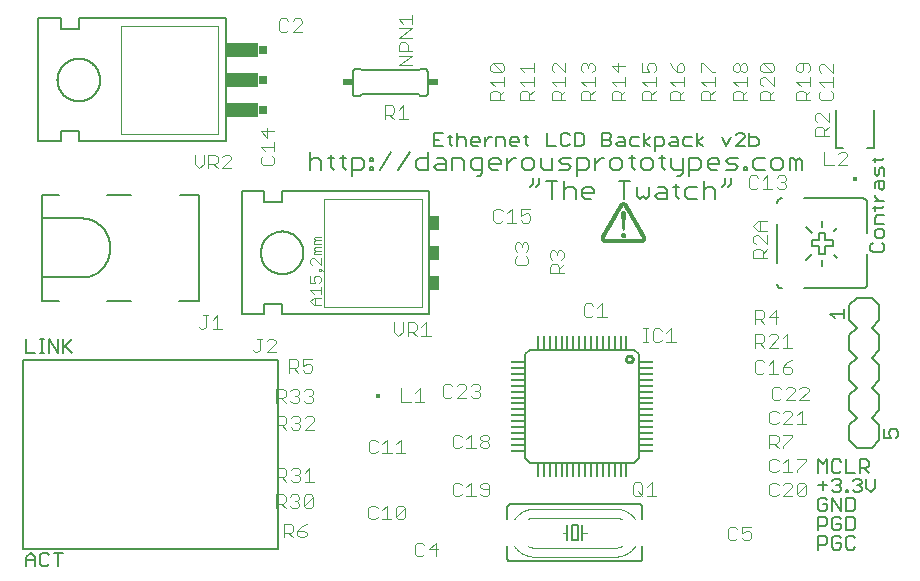
<source format=gbr>
G04 EAGLE Gerber RS-274X export*
G75*
%MOMM*%
%FSLAX34Y34*%
%LPD*%
%INSilkscreen Top*%
%IPPOS*%
%AMOC8*
5,1,8,0,0,1.08239X$1,22.5*%
G01*
%ADD10C,0.127000*%
%ADD11C,0.177800*%
%ADD12C,0.101600*%
%ADD13C,0.152400*%
%ADD14C,0.050800*%
%ADD15R,0.400000X0.300000*%
%ADD16R,0.863600X0.609600*%
%ADD17C,0.203200*%
%ADD18C,0.254000*%
%ADD19R,0.200000X1.200000*%
%ADD20R,1.200000X0.200000*%
%ADD21R,0.635000X0.762000*%
%ADD22R,2.794000X1.270000*%
%ADD23R,0.889000X1.270000*%
%ADD24R,0.015300X0.015200*%
%ADD25R,0.015200X0.015200*%
%ADD26R,0.015200X0.015300*%
%ADD27R,0.015300X0.015300*%


D10*
X163195Y320939D02*
X163195Y309499D01*
X170822Y309499D01*
X174889Y309499D02*
X178702Y309499D01*
X176796Y309499D02*
X176796Y320939D01*
X178702Y320939D02*
X174889Y320939D01*
X182685Y320939D02*
X182685Y309499D01*
X190311Y309499D02*
X182685Y320939D01*
X190311Y320939D02*
X190311Y309499D01*
X194379Y309499D02*
X194379Y320939D01*
X202005Y320939D02*
X194379Y313312D01*
X196286Y315219D02*
X202005Y309499D01*
X163195Y136278D02*
X163195Y128651D01*
X163195Y136278D02*
X167008Y140091D01*
X170822Y136278D01*
X170822Y128651D01*
X170822Y134371D02*
X163195Y134371D01*
X180609Y140091D02*
X182515Y138184D01*
X180609Y140091D02*
X176796Y140091D01*
X174889Y138184D01*
X174889Y130558D01*
X176796Y128651D01*
X180609Y128651D01*
X182515Y130558D01*
X190396Y128651D02*
X190396Y140091D01*
X186583Y140091D02*
X194209Y140091D01*
X877941Y400563D02*
X879848Y402470D01*
X877941Y400563D02*
X877941Y396750D01*
X879848Y394843D01*
X887474Y394843D01*
X889381Y396750D01*
X889381Y400563D01*
X887474Y402470D01*
X889381Y408444D02*
X889381Y412257D01*
X887474Y414163D01*
X883661Y414163D01*
X881755Y412257D01*
X881755Y408444D01*
X883661Y406537D01*
X887474Y406537D01*
X889381Y408444D01*
X889381Y418231D02*
X881755Y418231D01*
X881755Y423951D01*
X883661Y425857D01*
X889381Y425857D01*
X887474Y431832D02*
X879848Y431832D01*
X887474Y431832D02*
X889381Y433738D01*
X881755Y433738D02*
X881755Y429925D01*
X881755Y437721D02*
X889381Y437721D01*
X885568Y437721D02*
X881755Y441534D01*
X881755Y443441D01*
X881755Y449372D02*
X881755Y453186D01*
X883661Y455092D01*
X889381Y455092D01*
X889381Y449372D01*
X887474Y447466D01*
X885568Y449372D01*
X885568Y455092D01*
X889381Y459160D02*
X889381Y464880D01*
X887474Y466786D01*
X885568Y464880D01*
X885568Y461066D01*
X883661Y459160D01*
X881755Y461066D01*
X881755Y466786D01*
X879848Y472760D02*
X887474Y472760D01*
X889381Y474667D01*
X881755Y474667D02*
X881755Y470854D01*
X833755Y219339D02*
X833755Y207899D01*
X837568Y215526D02*
X833755Y219339D01*
X837568Y215526D02*
X841382Y219339D01*
X841382Y207899D01*
X851169Y219339D02*
X853075Y217432D01*
X851169Y219339D02*
X847356Y219339D01*
X845449Y217432D01*
X845449Y209806D01*
X847356Y207899D01*
X851169Y207899D01*
X853075Y209806D01*
X857143Y207899D02*
X857143Y219339D01*
X857143Y207899D02*
X864769Y207899D01*
X868837Y207899D02*
X868837Y219339D01*
X874557Y219339D01*
X876463Y217432D01*
X876463Y213619D01*
X874557Y211712D01*
X868837Y211712D01*
X872650Y211712D02*
X876463Y207899D01*
X841382Y197363D02*
X833755Y197363D01*
X837568Y201176D02*
X837568Y193550D01*
X845449Y201176D02*
X847356Y203083D01*
X851169Y203083D01*
X853075Y201176D01*
X853075Y199270D01*
X851169Y197363D01*
X849262Y197363D01*
X851169Y197363D02*
X853075Y195456D01*
X853075Y193550D01*
X851169Y191643D01*
X847356Y191643D01*
X845449Y193550D01*
X857143Y193550D02*
X857143Y191643D01*
X857143Y193550D02*
X859050Y193550D01*
X859050Y191643D01*
X857143Y191643D01*
X862990Y201176D02*
X864897Y203083D01*
X868710Y203083D01*
X870616Y201176D01*
X870616Y199270D01*
X868710Y197363D01*
X866803Y197363D01*
X868710Y197363D02*
X870616Y195456D01*
X870616Y193550D01*
X868710Y191643D01*
X864897Y191643D01*
X862990Y193550D01*
X874684Y195456D02*
X874684Y203083D01*
X874684Y195456D02*
X878497Y191643D01*
X882310Y195456D01*
X882310Y203083D01*
X841382Y184920D02*
X839475Y186827D01*
X835662Y186827D01*
X833755Y184920D01*
X833755Y177294D01*
X835662Y175387D01*
X839475Y175387D01*
X841382Y177294D01*
X841382Y181107D01*
X837568Y181107D01*
X845449Y175387D02*
X845449Y186827D01*
X853075Y175387D01*
X853075Y186827D01*
X857143Y186827D02*
X857143Y175387D01*
X862863Y175387D01*
X864769Y177294D01*
X864769Y184920D01*
X862863Y186827D01*
X857143Y186827D01*
X833755Y170571D02*
X833755Y159131D01*
X833755Y170571D02*
X839475Y170571D01*
X841382Y168664D01*
X841382Y164851D01*
X839475Y162944D01*
X833755Y162944D01*
X851169Y170571D02*
X853075Y168664D01*
X851169Y170571D02*
X847356Y170571D01*
X845449Y168664D01*
X845449Y161038D01*
X847356Y159131D01*
X851169Y159131D01*
X853075Y161038D01*
X853075Y164851D01*
X849262Y164851D01*
X857143Y170571D02*
X857143Y159131D01*
X862863Y159131D01*
X864769Y161038D01*
X864769Y168664D01*
X862863Y170571D01*
X857143Y170571D01*
X833755Y154315D02*
X833755Y142875D01*
X833755Y154315D02*
X839475Y154315D01*
X841382Y152408D01*
X841382Y148595D01*
X839475Y146688D01*
X833755Y146688D01*
X851169Y154315D02*
X853075Y152408D01*
X851169Y154315D02*
X847356Y154315D01*
X845449Y152408D01*
X845449Y144782D01*
X847356Y142875D01*
X851169Y142875D01*
X853075Y144782D01*
X853075Y148595D01*
X849262Y148595D01*
X862863Y154315D02*
X864769Y152408D01*
X862863Y154315D02*
X859050Y154315D01*
X857143Y152408D01*
X857143Y144782D01*
X859050Y142875D01*
X862863Y142875D01*
X864769Y144782D01*
D11*
X592669Y452300D02*
X592669Y457300D01*
X592669Y452300D02*
X590169Y449800D01*
X597668Y452300D02*
X597668Y457300D01*
X597668Y452300D02*
X595169Y449800D01*
X608032Y454800D02*
X608032Y439801D01*
X603032Y454800D02*
X613032Y454800D01*
X618468Y454800D02*
X618468Y439801D01*
X618468Y447300D02*
X620968Y449800D01*
X625968Y449800D01*
X628468Y447300D01*
X628468Y439801D01*
X636404Y439801D02*
X641404Y439801D01*
X636404Y439801D02*
X633905Y442301D01*
X633905Y447300D01*
X636404Y449800D01*
X641404Y449800D01*
X643904Y447300D01*
X643904Y444801D01*
X633905Y444801D01*
X669776Y439801D02*
X669776Y454800D01*
X664777Y454800D02*
X674776Y454800D01*
X680213Y449800D02*
X680213Y442301D01*
X682712Y439801D01*
X685212Y442301D01*
X687712Y439801D01*
X690212Y442301D01*
X690212Y449800D01*
X698149Y449800D02*
X703148Y449800D01*
X705648Y447300D01*
X705648Y439801D01*
X698149Y439801D01*
X695649Y442301D01*
X698149Y444801D01*
X705648Y444801D01*
X713585Y442301D02*
X713585Y452300D01*
X713585Y442301D02*
X716084Y439801D01*
X716084Y449800D02*
X711085Y449800D01*
X723875Y449800D02*
X731375Y449800D01*
X723875Y449800D02*
X721376Y447300D01*
X721376Y442301D01*
X723875Y439801D01*
X731375Y439801D01*
X736812Y439801D02*
X736812Y454800D01*
X739311Y449800D02*
X736812Y447300D01*
X739311Y449800D02*
X744311Y449800D01*
X746811Y447300D01*
X746811Y439801D01*
X754747Y452300D02*
X754747Y457300D01*
X754747Y452300D02*
X752248Y449800D01*
X759747Y452300D02*
X759747Y457300D01*
X759747Y452300D02*
X757247Y449800D01*
D10*
X516262Y495691D02*
X508635Y495691D01*
X508635Y484251D01*
X516262Y484251D01*
X512448Y489971D02*
X508635Y489971D01*
X522236Y493784D02*
X522236Y486158D01*
X524142Y484251D01*
X524142Y491878D02*
X520329Y491878D01*
X528125Y495691D02*
X528125Y484251D01*
X528125Y489971D02*
X530032Y491878D01*
X533845Y491878D01*
X535751Y489971D01*
X535751Y484251D01*
X541726Y484251D02*
X545539Y484251D01*
X541726Y484251D02*
X539819Y486158D01*
X539819Y489971D01*
X541726Y491878D01*
X545539Y491878D01*
X547445Y489971D01*
X547445Y488064D01*
X539819Y488064D01*
X551513Y484251D02*
X551513Y491878D01*
X555326Y491878D02*
X551513Y488064D01*
X555326Y491878D02*
X557233Y491878D01*
X561258Y491878D02*
X561258Y484251D01*
X561258Y491878D02*
X566978Y491878D01*
X568884Y489971D01*
X568884Y484251D01*
X574858Y484251D02*
X578672Y484251D01*
X574858Y484251D02*
X572952Y486158D01*
X572952Y489971D01*
X574858Y491878D01*
X578672Y491878D01*
X580578Y489971D01*
X580578Y488064D01*
X572952Y488064D01*
X586552Y486158D02*
X586552Y493784D01*
X586552Y486158D02*
X588459Y484251D01*
X588459Y491878D02*
X584646Y491878D01*
X604136Y495691D02*
X604136Y484251D01*
X611762Y484251D01*
X621550Y495691D02*
X623456Y493784D01*
X621550Y495691D02*
X617736Y495691D01*
X615830Y493784D01*
X615830Y486158D01*
X617736Y484251D01*
X621550Y484251D01*
X623456Y486158D01*
X627524Y484251D02*
X627524Y495691D01*
X627524Y484251D02*
X633244Y484251D01*
X635150Y486158D01*
X635150Y493784D01*
X633244Y495691D01*
X627524Y495691D01*
X650912Y495691D02*
X650912Y484251D01*
X650912Y495691D02*
X656631Y495691D01*
X658538Y493784D01*
X658538Y491878D01*
X656631Y489971D01*
X658538Y488064D01*
X658538Y486158D01*
X656631Y484251D01*
X650912Y484251D01*
X650912Y489971D02*
X656631Y489971D01*
X664512Y491878D02*
X668325Y491878D01*
X670232Y489971D01*
X670232Y484251D01*
X664512Y484251D01*
X662606Y486158D01*
X664512Y488064D01*
X670232Y488064D01*
X676206Y491878D02*
X681926Y491878D01*
X676206Y491878D02*
X674300Y489971D01*
X674300Y486158D01*
X676206Y484251D01*
X681926Y484251D01*
X685994Y484251D02*
X685994Y495691D01*
X685994Y488064D02*
X691713Y484251D01*
X685994Y488064D02*
X691713Y491878D01*
X695738Y491878D02*
X695738Y480438D01*
X695738Y491878D02*
X701458Y491878D01*
X703365Y489971D01*
X703365Y486158D01*
X701458Y484251D01*
X695738Y484251D01*
X709339Y491878D02*
X713152Y491878D01*
X715059Y489971D01*
X715059Y484251D01*
X709339Y484251D01*
X707432Y486158D01*
X709339Y488064D01*
X715059Y488064D01*
X721033Y491878D02*
X726753Y491878D01*
X721033Y491878D02*
X719126Y489971D01*
X719126Y486158D01*
X721033Y484251D01*
X726753Y484251D01*
X730820Y484251D02*
X730820Y495691D01*
X730820Y488064D02*
X736540Y484251D01*
X730820Y488064D02*
X736540Y491878D01*
X752259Y491878D02*
X756073Y484251D01*
X759886Y491878D01*
X763953Y484251D02*
X771580Y484251D01*
X763953Y484251D02*
X771580Y491878D01*
X771580Y493784D01*
X769673Y495691D01*
X765860Y495691D01*
X763953Y493784D01*
X775647Y495691D02*
X775647Y484251D01*
X781367Y484251D01*
X783274Y486158D01*
X783274Y489971D01*
X781367Y491878D01*
X775647Y491878D01*
D11*
X403225Y479184D02*
X403225Y464185D01*
X403225Y471684D02*
X405725Y474184D01*
X410724Y474184D01*
X413224Y471684D01*
X413224Y464185D01*
X421161Y466685D02*
X421161Y476684D01*
X421161Y466685D02*
X423661Y464185D01*
X423661Y474184D02*
X418661Y474184D01*
X431452Y476684D02*
X431452Y466685D01*
X433951Y464185D01*
X433951Y474184D02*
X428952Y474184D01*
X439242Y474184D02*
X439242Y459185D01*
X439242Y474184D02*
X446742Y474184D01*
X449242Y471684D01*
X449242Y466685D01*
X446742Y464185D01*
X439242Y464185D01*
X454679Y474184D02*
X457178Y474184D01*
X457178Y471684D01*
X454679Y471684D01*
X454679Y474184D01*
X454679Y466685D02*
X457178Y466685D01*
X457178Y464185D01*
X454679Y464185D01*
X454679Y466685D01*
X462397Y464185D02*
X472396Y479184D01*
X487832Y479184D02*
X477833Y464185D01*
X503268Y464185D02*
X503268Y479184D01*
X503268Y464185D02*
X495768Y464185D01*
X493269Y466685D01*
X493269Y471684D01*
X495768Y474184D01*
X503268Y474184D01*
X511205Y474184D02*
X516204Y474184D01*
X518704Y471684D01*
X518704Y464185D01*
X511205Y464185D01*
X508705Y466685D01*
X511205Y469185D01*
X518704Y469185D01*
X524141Y474184D02*
X524141Y464185D01*
X524141Y474184D02*
X531640Y474184D01*
X534140Y471684D01*
X534140Y464185D01*
X544576Y459185D02*
X547076Y459185D01*
X549576Y461685D01*
X549576Y474184D01*
X542077Y474184D01*
X539577Y471684D01*
X539577Y466685D01*
X542077Y464185D01*
X549576Y464185D01*
X557513Y464185D02*
X562512Y464185D01*
X557513Y464185D02*
X555013Y466685D01*
X555013Y471684D01*
X557513Y474184D01*
X562512Y474184D01*
X565012Y471684D01*
X565012Y469185D01*
X555013Y469185D01*
X570449Y464185D02*
X570449Y474184D01*
X570449Y469185D02*
X575449Y474184D01*
X577948Y474184D01*
X585812Y464185D02*
X590812Y464185D01*
X593312Y466685D01*
X593312Y471684D01*
X590812Y474184D01*
X585812Y474184D01*
X583312Y471684D01*
X583312Y466685D01*
X585812Y464185D01*
X598748Y466685D02*
X598748Y474184D01*
X598748Y466685D02*
X601248Y464185D01*
X608748Y464185D01*
X608748Y474184D01*
X614184Y464185D02*
X621684Y464185D01*
X624184Y466685D01*
X621684Y469185D01*
X616684Y469185D01*
X614184Y471684D01*
X616684Y474184D01*
X624184Y474184D01*
X629621Y474184D02*
X629621Y459185D01*
X629621Y474184D02*
X637120Y474184D01*
X639620Y471684D01*
X639620Y466685D01*
X637120Y464185D01*
X629621Y464185D01*
X645057Y464185D02*
X645057Y474184D01*
X645057Y469185D02*
X650056Y474184D01*
X652556Y474184D01*
X660420Y464185D02*
X665419Y464185D01*
X667919Y466685D01*
X667919Y471684D01*
X665419Y474184D01*
X660420Y474184D01*
X657920Y471684D01*
X657920Y466685D01*
X660420Y464185D01*
X675856Y466685D02*
X675856Y476684D01*
X675856Y466685D02*
X678356Y464185D01*
X678356Y474184D02*
X673356Y474184D01*
X686147Y464185D02*
X691146Y464185D01*
X693646Y466685D01*
X693646Y471684D01*
X691146Y474184D01*
X686147Y474184D01*
X683647Y471684D01*
X683647Y466685D01*
X686147Y464185D01*
X701583Y466685D02*
X701583Y476684D01*
X701583Y466685D02*
X704082Y464185D01*
X704082Y474184D02*
X699083Y474184D01*
X709373Y474184D02*
X709373Y466685D01*
X711873Y464185D01*
X719373Y464185D01*
X719373Y461685D02*
X719373Y474184D01*
X719373Y461685D02*
X716873Y459185D01*
X714373Y459185D01*
X724810Y459185D02*
X724810Y474184D01*
X732309Y474184D01*
X734809Y471684D01*
X734809Y466685D01*
X732309Y464185D01*
X724810Y464185D01*
X742745Y464185D02*
X747745Y464185D01*
X742745Y464185D02*
X740246Y466685D01*
X740246Y471684D01*
X742745Y474184D01*
X747745Y474184D01*
X750245Y471684D01*
X750245Y469185D01*
X740246Y469185D01*
X755682Y464185D02*
X763181Y464185D01*
X765681Y466685D01*
X763181Y469185D01*
X758181Y469185D01*
X755682Y471684D01*
X758181Y474184D01*
X765681Y474184D01*
X771118Y466685D02*
X771118Y464185D01*
X771118Y466685D02*
X773618Y466685D01*
X773618Y464185D01*
X771118Y464185D01*
X781336Y474184D02*
X788835Y474184D01*
X781336Y474184D02*
X778836Y471684D01*
X778836Y466685D01*
X781336Y464185D01*
X788835Y464185D01*
X796772Y464185D02*
X801771Y464185D01*
X804271Y466685D01*
X804271Y471684D01*
X801771Y474184D01*
X796772Y474184D01*
X794272Y471684D01*
X794272Y466685D01*
X796772Y464185D01*
X809708Y464185D02*
X809708Y474184D01*
X812208Y474184D01*
X814707Y471684D01*
X814707Y464185D01*
X814707Y471684D02*
X817207Y474184D01*
X819707Y471684D01*
X819707Y464185D01*
D12*
X311321Y329692D02*
X309372Y331641D01*
X311321Y329692D02*
X313270Y329692D01*
X315219Y331641D01*
X315219Y341386D01*
X313270Y341386D02*
X317168Y341386D01*
X321066Y337488D02*
X324964Y341386D01*
X324964Y329692D01*
X321066Y329692D02*
X328862Y329692D01*
D13*
X885444Y337058D02*
X885444Y349758D01*
X885444Y337058D02*
X879094Y330708D01*
X866394Y330708D02*
X860044Y337058D01*
X879094Y330708D02*
X885444Y324358D01*
X885444Y311658D01*
X879094Y305308D01*
X866394Y305308D02*
X860044Y311658D01*
X860044Y324358D01*
X866394Y330708D01*
X866394Y356108D02*
X879094Y356108D01*
X885444Y349758D01*
X866394Y356108D02*
X860044Y349758D01*
X860044Y337058D01*
X879094Y305308D02*
X885444Y298958D01*
X885444Y286258D01*
X879094Y279908D01*
X866394Y279908D02*
X860044Y286258D01*
X860044Y298958D01*
X866394Y305308D01*
X885444Y273558D02*
X885444Y260858D01*
X879094Y254508D01*
X866394Y254508D02*
X860044Y260858D01*
X879094Y254508D02*
X885444Y248158D01*
X885444Y235458D01*
X879094Y229108D01*
X866394Y229108D01*
X860044Y235458D01*
X860044Y248158D01*
X866394Y254508D01*
X885444Y273558D02*
X879094Y279908D01*
X866394Y279908D02*
X860044Y273558D01*
X860044Y260858D01*
D10*
X847973Y338699D02*
X844159Y342512D01*
X855599Y342512D01*
X855599Y338699D02*
X855599Y346326D01*
X889879Y244726D02*
X889879Y237099D01*
X895599Y237099D01*
X893693Y240912D01*
X893693Y242819D01*
X895599Y244726D01*
X899412Y244726D01*
X901319Y242819D01*
X901319Y239006D01*
X899412Y237099D01*
D14*
X593344Y177547D02*
X592850Y177541D01*
X592356Y177523D01*
X591862Y177493D01*
X591369Y177451D01*
X590878Y177397D01*
X590388Y177331D01*
X589899Y177253D01*
X589413Y177163D01*
X588929Y177061D01*
X588448Y176948D01*
X587969Y176823D01*
X587494Y176687D01*
X587022Y176538D01*
X586554Y176379D01*
X586090Y176208D01*
X585631Y176026D01*
X585175Y175833D01*
X584725Y175628D01*
X584280Y175413D01*
X583840Y175187D01*
X583406Y174950D01*
X582978Y174703D01*
X582555Y174446D01*
X582140Y174178D01*
X581730Y173901D01*
X581328Y173613D01*
X580933Y173316D01*
X580545Y173009D01*
X580165Y172693D01*
X579792Y172368D01*
X579428Y172033D01*
X579072Y171690D01*
X578724Y171339D01*
X578385Y170979D01*
X578055Y170611D01*
X577734Y170235D01*
X577422Y169851D01*
X577119Y169460D01*
X576826Y169061D01*
X576543Y168656D01*
D13*
X570484Y168656D02*
X570484Y178816D01*
D14*
X661924Y177546D02*
X662418Y177540D01*
X662912Y177522D01*
X663406Y177492D01*
X663898Y177450D01*
X664390Y177396D01*
X664880Y177330D01*
X665368Y177252D01*
X665855Y177162D01*
X666338Y177061D01*
X666820Y176947D01*
X667298Y176822D01*
X667773Y176686D01*
X668245Y176538D01*
X668713Y176378D01*
X669177Y176207D01*
X669637Y176025D01*
X670092Y175832D01*
X670543Y175628D01*
X670988Y175413D01*
X671428Y175187D01*
X671862Y174950D01*
X672290Y174703D01*
X672712Y174446D01*
X673128Y174178D01*
X673537Y173900D01*
X673940Y173613D01*
X674335Y173316D01*
X674723Y173009D01*
X675103Y172693D01*
X675475Y172367D01*
X675840Y172033D01*
X676196Y171690D01*
X676544Y171339D01*
X676883Y170979D01*
X677213Y170611D01*
X677534Y170235D01*
X677846Y169851D01*
X678149Y169460D01*
X678441Y169061D01*
X678725Y168656D01*
D13*
X684784Y168656D02*
X684784Y178816D01*
D14*
X661924Y144526D02*
X593344Y144526D01*
X593344Y136906D02*
X661924Y136906D01*
X661924Y169926D02*
X593344Y169926D01*
D13*
X573024Y133096D02*
X682244Y133096D01*
X682344Y133098D01*
X682443Y133104D01*
X682543Y133114D01*
X682641Y133127D01*
X682740Y133145D01*
X682837Y133166D01*
X682933Y133191D01*
X683029Y133220D01*
X683123Y133253D01*
X683216Y133289D01*
X683307Y133329D01*
X683397Y133373D01*
X683485Y133420D01*
X683571Y133470D01*
X683655Y133524D01*
X683737Y133581D01*
X683816Y133641D01*
X683894Y133705D01*
X683968Y133771D01*
X684040Y133840D01*
X684109Y133912D01*
X684175Y133986D01*
X684239Y134064D01*
X684299Y134143D01*
X684356Y134225D01*
X684410Y134309D01*
X684460Y134395D01*
X684507Y134483D01*
X684551Y134573D01*
X684591Y134664D01*
X684627Y134757D01*
X684660Y134851D01*
X684689Y134947D01*
X684714Y135043D01*
X684735Y135140D01*
X684753Y135239D01*
X684766Y135337D01*
X684776Y135437D01*
X684782Y135536D01*
X684784Y135636D01*
X684784Y145796D01*
D14*
X667460Y145796D02*
X667187Y145668D01*
X666911Y145546D01*
X666632Y145431D01*
X666351Y145323D01*
X666067Y145221D01*
X665781Y145126D01*
X665493Y145038D01*
X665203Y144956D01*
X664910Y144882D01*
X664617Y144815D01*
X664321Y144754D01*
X664025Y144701D01*
X663727Y144655D01*
X663428Y144615D01*
X663128Y144583D01*
X662827Y144558D01*
X662527Y144540D01*
X662225Y144530D01*
X661924Y144526D01*
X667460Y168656D02*
X667187Y168784D01*
X666911Y168906D01*
X666632Y169021D01*
X666351Y169129D01*
X666067Y169231D01*
X665781Y169326D01*
X665493Y169414D01*
X665203Y169496D01*
X664910Y169570D01*
X664617Y169637D01*
X664321Y169698D01*
X664025Y169751D01*
X663727Y169797D01*
X663428Y169837D01*
X663128Y169869D01*
X662827Y169894D01*
X662527Y169912D01*
X662225Y169922D01*
X661924Y169926D01*
X678724Y145797D02*
X678441Y145392D01*
X678148Y144993D01*
X677846Y144602D01*
X677534Y144218D01*
X677213Y143842D01*
X676883Y143474D01*
X676544Y143114D01*
X676196Y142763D01*
X675840Y142420D01*
X675475Y142085D01*
X675103Y141760D01*
X674723Y141444D01*
X674335Y141137D01*
X673940Y140840D01*
X673537Y140552D01*
X673128Y140275D01*
X672713Y140007D01*
X672290Y139750D01*
X671862Y139503D01*
X671428Y139266D01*
X670988Y139040D01*
X670543Y138825D01*
X670093Y138621D01*
X669637Y138427D01*
X669178Y138245D01*
X668714Y138074D01*
X668246Y137915D01*
X667774Y137767D01*
X667299Y137630D01*
X666820Y137505D01*
X666339Y137392D01*
X665855Y137290D01*
X665369Y137200D01*
X664881Y137122D01*
X664391Y137056D01*
X663899Y137002D01*
X663406Y136960D01*
X662913Y136930D01*
X662419Y136912D01*
X661924Y136906D01*
X593344Y136906D02*
X592850Y136912D01*
X592356Y136930D01*
X591862Y136960D01*
X591370Y137002D01*
X590878Y137056D01*
X590388Y137122D01*
X589900Y137200D01*
X589413Y137290D01*
X588930Y137391D01*
X588448Y137505D01*
X587970Y137630D01*
X587495Y137766D01*
X587023Y137914D01*
X586555Y138074D01*
X586091Y138245D01*
X585631Y138427D01*
X585176Y138620D01*
X584725Y138824D01*
X584280Y139039D01*
X583840Y139265D01*
X583406Y139502D01*
X582978Y139749D01*
X582556Y140006D01*
X582140Y140274D01*
X581731Y140552D01*
X581328Y140839D01*
X580933Y141136D01*
X580545Y141443D01*
X580165Y141759D01*
X579793Y142085D01*
X579428Y142419D01*
X579072Y142762D01*
X578724Y143113D01*
X578385Y143473D01*
X578055Y143841D01*
X577734Y144217D01*
X577422Y144601D01*
X577119Y144992D01*
X576827Y145391D01*
X576543Y145796D01*
X587808Y145796D02*
X588081Y145668D01*
X588357Y145546D01*
X588636Y145431D01*
X588917Y145323D01*
X589201Y145221D01*
X589487Y145126D01*
X589775Y145038D01*
X590065Y144956D01*
X590358Y144882D01*
X590651Y144815D01*
X590947Y144754D01*
X591243Y144701D01*
X591541Y144655D01*
X591840Y144615D01*
X592140Y144583D01*
X592441Y144558D01*
X592741Y144540D01*
X593043Y144530D01*
X593344Y144526D01*
X587808Y168656D02*
X588081Y168784D01*
X588357Y168906D01*
X588636Y169021D01*
X588917Y169129D01*
X589201Y169231D01*
X589487Y169326D01*
X589775Y169414D01*
X590065Y169496D01*
X590358Y169570D01*
X590651Y169637D01*
X590947Y169698D01*
X591243Y169751D01*
X591541Y169797D01*
X591840Y169837D01*
X592140Y169869D01*
X592441Y169894D01*
X592741Y169912D01*
X593043Y169922D01*
X593344Y169926D01*
D13*
X570484Y145796D02*
X570484Y135636D01*
X570486Y135536D01*
X570492Y135437D01*
X570502Y135337D01*
X570515Y135239D01*
X570533Y135140D01*
X570554Y135043D01*
X570579Y134947D01*
X570608Y134851D01*
X570641Y134757D01*
X570677Y134664D01*
X570717Y134573D01*
X570761Y134483D01*
X570808Y134395D01*
X570858Y134309D01*
X570912Y134225D01*
X570969Y134143D01*
X571029Y134064D01*
X571093Y133986D01*
X571159Y133912D01*
X571228Y133840D01*
X571300Y133771D01*
X571374Y133705D01*
X571452Y133641D01*
X571531Y133581D01*
X571613Y133524D01*
X571697Y133470D01*
X571783Y133420D01*
X571871Y133373D01*
X571961Y133329D01*
X572052Y133289D01*
X572145Y133253D01*
X572239Y133220D01*
X572335Y133191D01*
X572431Y133166D01*
X572528Y133145D01*
X572627Y133127D01*
X572725Y133114D01*
X572825Y133104D01*
X572924Y133098D01*
X573024Y133096D01*
D14*
X593344Y177546D02*
X661924Y177546D01*
D13*
X682244Y181356D02*
X573024Y181356D01*
X682244Y181356D02*
X682344Y181354D01*
X682443Y181348D01*
X682543Y181338D01*
X682641Y181325D01*
X682740Y181307D01*
X682837Y181286D01*
X682933Y181261D01*
X683029Y181232D01*
X683123Y181199D01*
X683216Y181163D01*
X683307Y181123D01*
X683397Y181079D01*
X683485Y181032D01*
X683571Y180982D01*
X683655Y180928D01*
X683737Y180871D01*
X683816Y180811D01*
X683894Y180747D01*
X683968Y180681D01*
X684040Y180612D01*
X684109Y180540D01*
X684175Y180466D01*
X684239Y180388D01*
X684299Y180309D01*
X684356Y180227D01*
X684410Y180143D01*
X684460Y180057D01*
X684507Y179969D01*
X684551Y179879D01*
X684591Y179788D01*
X684627Y179695D01*
X684660Y179601D01*
X684689Y179505D01*
X684714Y179409D01*
X684735Y179312D01*
X684753Y179213D01*
X684766Y179115D01*
X684776Y179015D01*
X684782Y178916D01*
X684784Y178816D01*
X573024Y181356D02*
X572924Y181354D01*
X572825Y181348D01*
X572725Y181338D01*
X572627Y181325D01*
X572528Y181307D01*
X572431Y181286D01*
X572335Y181261D01*
X572239Y181232D01*
X572145Y181199D01*
X572052Y181163D01*
X571961Y181123D01*
X571871Y181079D01*
X571783Y181032D01*
X571697Y180982D01*
X571613Y180928D01*
X571531Y180871D01*
X571452Y180811D01*
X571374Y180747D01*
X571300Y180681D01*
X571228Y180612D01*
X571159Y180540D01*
X571093Y180466D01*
X571029Y180388D01*
X570969Y180309D01*
X570912Y180227D01*
X570858Y180143D01*
X570808Y180057D01*
X570761Y179969D01*
X570717Y179879D01*
X570677Y179788D01*
X570641Y179695D01*
X570608Y179601D01*
X570579Y179505D01*
X570554Y179409D01*
X570533Y179312D01*
X570515Y179213D01*
X570502Y179115D01*
X570492Y179015D01*
X570486Y178916D01*
X570484Y178816D01*
X625094Y163576D02*
X625094Y150876D01*
X630174Y150876D01*
X630174Y163576D01*
X625094Y163576D01*
X621284Y163576D02*
X621284Y157226D01*
X621284Y150876D01*
D14*
X621284Y157226D02*
X617474Y157226D01*
D13*
X633984Y157226D02*
X633984Y163576D01*
X633984Y157226D02*
X633984Y150876D01*
D14*
X633984Y157226D02*
X637794Y157226D01*
D12*
X677164Y190163D02*
X677164Y197959D01*
X679113Y199908D01*
X683011Y199908D01*
X684960Y197959D01*
X684960Y190163D01*
X683011Y188214D01*
X679113Y188214D01*
X677164Y190163D01*
X681062Y192112D02*
X684960Y188214D01*
X688858Y196010D02*
X692756Y199908D01*
X692756Y188214D01*
X688858Y188214D02*
X696654Y188214D01*
X385826Y292608D02*
X385826Y304302D01*
X391673Y304302D01*
X393622Y302353D01*
X393622Y298455D01*
X391673Y296506D01*
X385826Y296506D01*
X389724Y296506D02*
X393622Y292608D01*
X397520Y304302D02*
X405316Y304302D01*
X397520Y304302D02*
X397520Y298455D01*
X401418Y300404D01*
X403367Y300404D01*
X405316Y298455D01*
X405316Y294557D01*
X403367Y292608D01*
X399469Y292608D01*
X397520Y294557D01*
X381254Y164856D02*
X381254Y153162D01*
X381254Y164856D02*
X387101Y164856D01*
X389050Y162907D01*
X389050Y159009D01*
X387101Y157060D01*
X381254Y157060D01*
X385152Y157060D02*
X389050Y153162D01*
X396846Y162907D02*
X400744Y164856D01*
X396846Y162907D02*
X392948Y159009D01*
X392948Y155111D01*
X394897Y153162D01*
X398795Y153162D01*
X400744Y155111D01*
X400744Y157060D01*
X398795Y159009D01*
X392948Y159009D01*
X375031Y177927D02*
X375031Y189621D01*
X380878Y189621D01*
X382827Y187672D01*
X382827Y183774D01*
X380878Y181825D01*
X375031Y181825D01*
X378929Y181825D02*
X382827Y177927D01*
X386725Y187672D02*
X388674Y189621D01*
X392572Y189621D01*
X394521Y187672D01*
X394521Y185723D01*
X392572Y183774D01*
X390623Y183774D01*
X392572Y183774D02*
X394521Y181825D01*
X394521Y179876D01*
X392572Y177927D01*
X388674Y177927D01*
X386725Y179876D01*
X398419Y179876D02*
X398419Y187672D01*
X400368Y189621D01*
X404266Y189621D01*
X406215Y187672D01*
X406215Y179876D01*
X404266Y177927D01*
X400368Y177927D01*
X398419Y179876D01*
X406215Y187672D01*
X375539Y200152D02*
X375539Y211846D01*
X381386Y211846D01*
X383335Y209897D01*
X383335Y205999D01*
X381386Y204050D01*
X375539Y204050D01*
X379437Y204050D02*
X383335Y200152D01*
X387233Y209897D02*
X389182Y211846D01*
X393080Y211846D01*
X395029Y209897D01*
X395029Y207948D01*
X393080Y205999D01*
X391131Y205999D01*
X393080Y205999D02*
X395029Y204050D01*
X395029Y202101D01*
X393080Y200152D01*
X389182Y200152D01*
X387233Y202101D01*
X398927Y207948D02*
X402825Y211846D01*
X402825Y200152D01*
X398927Y200152D02*
X406723Y200152D01*
X375666Y244348D02*
X375666Y256042D01*
X381513Y256042D01*
X383462Y254093D01*
X383462Y250195D01*
X381513Y248246D01*
X375666Y248246D01*
X379564Y248246D02*
X383462Y244348D01*
X387360Y254093D02*
X389309Y256042D01*
X393207Y256042D01*
X395156Y254093D01*
X395156Y252144D01*
X393207Y250195D01*
X391258Y250195D01*
X393207Y250195D02*
X395156Y248246D01*
X395156Y246297D01*
X393207Y244348D01*
X389309Y244348D01*
X387360Y246297D01*
X399054Y244348D02*
X406850Y244348D01*
X399054Y244348D02*
X406850Y252144D01*
X406850Y254093D01*
X404901Y256042D01*
X401003Y256042D01*
X399054Y254093D01*
X375158Y267081D02*
X375158Y278775D01*
X381005Y278775D01*
X382954Y276826D01*
X382954Y272928D01*
X381005Y270979D01*
X375158Y270979D01*
X379056Y270979D02*
X382954Y267081D01*
X386852Y276826D02*
X388801Y278775D01*
X392699Y278775D01*
X394648Y276826D01*
X394648Y274877D01*
X392699Y272928D01*
X390750Y272928D01*
X392699Y272928D02*
X394648Y270979D01*
X394648Y269030D01*
X392699Y267081D01*
X388801Y267081D01*
X386852Y269030D01*
X398546Y276826D02*
X400495Y278775D01*
X404393Y278775D01*
X406342Y276826D01*
X406342Y274877D01*
X404393Y272928D01*
X402444Y272928D01*
X404393Y272928D02*
X406342Y270979D01*
X406342Y269030D01*
X404393Y267081D01*
X400495Y267081D01*
X398546Y269030D01*
X458856Y180223D02*
X460805Y178274D01*
X458856Y180223D02*
X454958Y180223D01*
X453009Y178274D01*
X453009Y170478D01*
X454958Y168529D01*
X458856Y168529D01*
X460805Y170478D01*
X464703Y176325D02*
X468601Y180223D01*
X468601Y168529D01*
X464703Y168529D02*
X472499Y168529D01*
X476397Y170478D02*
X476397Y178274D01*
X478346Y180223D01*
X482244Y180223D01*
X484193Y178274D01*
X484193Y170478D01*
X482244Y168529D01*
X478346Y168529D01*
X476397Y170478D01*
X484193Y178274D01*
X460932Y234002D02*
X458983Y235951D01*
X455085Y235951D01*
X453136Y234002D01*
X453136Y226206D01*
X455085Y224257D01*
X458983Y224257D01*
X460932Y226206D01*
X464830Y232053D02*
X468728Y235951D01*
X468728Y224257D01*
X464830Y224257D02*
X472626Y224257D01*
X476524Y232053D02*
X480422Y235951D01*
X480422Y224257D01*
X476524Y224257D02*
X484320Y224257D01*
D15*
X461264Y272669D03*
D12*
X480949Y268097D02*
X480949Y279791D01*
X480949Y268097D02*
X488745Y268097D01*
X492643Y275893D02*
X496541Y279791D01*
X496541Y268097D01*
X492643Y268097D02*
X500439Y268097D01*
X498353Y148854D02*
X500302Y146905D01*
X498353Y148854D02*
X494455Y148854D01*
X492506Y146905D01*
X492506Y139109D01*
X494455Y137160D01*
X498353Y137160D01*
X500302Y139109D01*
X510047Y137160D02*
X510047Y148854D01*
X504200Y143007D01*
X511996Y143007D01*
X763377Y162367D02*
X765326Y160418D01*
X763377Y162367D02*
X759479Y162367D01*
X757530Y160418D01*
X757530Y152622D01*
X759479Y150673D01*
X763377Y150673D01*
X765326Y152622D01*
X769224Y162367D02*
X777020Y162367D01*
X769224Y162367D02*
X769224Y156520D01*
X773122Y158469D01*
X775071Y158469D01*
X777020Y156520D01*
X777020Y152622D01*
X775071Y150673D01*
X771173Y150673D01*
X769224Y152622D01*
X566545Y429480D02*
X564596Y431429D01*
X560698Y431429D01*
X558749Y429480D01*
X558749Y421684D01*
X560698Y419735D01*
X564596Y419735D01*
X566545Y421684D01*
X570443Y427531D02*
X574341Y431429D01*
X574341Y419735D01*
X570443Y419735D02*
X578239Y419735D01*
X582137Y431429D02*
X589933Y431429D01*
X582137Y431429D02*
X582137Y425582D01*
X586035Y427531D01*
X587984Y427531D01*
X589933Y425582D01*
X589933Y421684D01*
X587984Y419735D01*
X584086Y419735D01*
X582137Y421684D01*
X578777Y391287D02*
X576828Y389338D01*
X576828Y385440D01*
X578777Y383491D01*
X586573Y383491D01*
X588522Y385440D01*
X588522Y389338D01*
X586573Y391287D01*
X578777Y395185D02*
X576828Y397134D01*
X576828Y401032D01*
X578777Y402981D01*
X580726Y402981D01*
X582675Y401032D01*
X582675Y399083D01*
X582675Y401032D02*
X584624Y402981D01*
X586573Y402981D01*
X588522Y401032D01*
X588522Y397134D01*
X586573Y395185D01*
X363635Y476172D02*
X361686Y474223D01*
X361686Y470325D01*
X363635Y468376D01*
X371431Y468376D01*
X373380Y470325D01*
X373380Y474223D01*
X371431Y476172D01*
X365584Y480070D02*
X361686Y483968D01*
X373380Y483968D01*
X373380Y480070D02*
X373380Y487866D01*
X373380Y497611D02*
X361686Y497611D01*
X367533Y491764D01*
X367533Y499560D01*
D15*
X865124Y456692D03*
D12*
X839089Y468122D02*
X839089Y479816D01*
X839089Y468122D02*
X846885Y468122D01*
X850783Y468122D02*
X858579Y468122D01*
X850783Y468122D02*
X858579Y475918D01*
X858579Y477867D01*
X856630Y479816D01*
X852732Y479816D01*
X850783Y477867D01*
X783004Y457801D02*
X781055Y459750D01*
X777157Y459750D01*
X775208Y457801D01*
X775208Y450005D01*
X777157Y448056D01*
X781055Y448056D01*
X783004Y450005D01*
X786902Y455852D02*
X790800Y459750D01*
X790800Y448056D01*
X786902Y448056D02*
X794698Y448056D01*
X798596Y457801D02*
X800545Y459750D01*
X804443Y459750D01*
X806392Y457801D01*
X806392Y455852D01*
X804443Y453903D01*
X802494Y453903D01*
X804443Y453903D02*
X806392Y451954D01*
X806392Y450005D01*
X804443Y448056D01*
X800545Y448056D01*
X798596Y450005D01*
X834634Y529087D02*
X836583Y531036D01*
X834634Y529087D02*
X834634Y525189D01*
X836583Y523240D01*
X844379Y523240D01*
X846328Y525189D01*
X846328Y529087D01*
X844379Y531036D01*
X838532Y534934D02*
X834634Y538832D01*
X846328Y538832D01*
X846328Y534934D02*
X846328Y542730D01*
X846328Y546628D02*
X846328Y554424D01*
X846328Y546628D02*
X838532Y554424D01*
X836583Y554424D01*
X834634Y552475D01*
X834634Y548577D01*
X836583Y546628D01*
D13*
X442214Y549910D02*
X442114Y549908D01*
X442015Y549902D01*
X441915Y549892D01*
X441817Y549879D01*
X441718Y549861D01*
X441621Y549840D01*
X441525Y549815D01*
X441429Y549786D01*
X441335Y549753D01*
X441242Y549717D01*
X441151Y549677D01*
X441061Y549633D01*
X440973Y549586D01*
X440887Y549536D01*
X440803Y549482D01*
X440721Y549425D01*
X440642Y549365D01*
X440564Y549301D01*
X440490Y549235D01*
X440418Y549166D01*
X440349Y549094D01*
X440283Y549020D01*
X440219Y548942D01*
X440159Y548863D01*
X440102Y548781D01*
X440048Y548697D01*
X439998Y548611D01*
X439951Y548523D01*
X439907Y548433D01*
X439867Y548342D01*
X439831Y548249D01*
X439798Y548155D01*
X439769Y548059D01*
X439744Y547963D01*
X439723Y547866D01*
X439705Y547767D01*
X439692Y547669D01*
X439682Y547569D01*
X439676Y547470D01*
X439674Y547370D01*
X439674Y529590D02*
X439676Y529490D01*
X439682Y529391D01*
X439692Y529291D01*
X439705Y529193D01*
X439723Y529094D01*
X439744Y528997D01*
X439769Y528901D01*
X439798Y528805D01*
X439831Y528711D01*
X439867Y528618D01*
X439907Y528527D01*
X439951Y528437D01*
X439998Y528349D01*
X440048Y528263D01*
X440102Y528179D01*
X440159Y528097D01*
X440219Y528018D01*
X440283Y527940D01*
X440349Y527866D01*
X440418Y527794D01*
X440490Y527725D01*
X440564Y527659D01*
X440642Y527595D01*
X440721Y527535D01*
X440803Y527478D01*
X440887Y527424D01*
X440973Y527374D01*
X441061Y527327D01*
X441151Y527283D01*
X441242Y527243D01*
X441335Y527207D01*
X441429Y527174D01*
X441525Y527145D01*
X441621Y527120D01*
X441718Y527099D01*
X441817Y527081D01*
X441915Y527068D01*
X442015Y527058D01*
X442114Y527052D01*
X442214Y527050D01*
X500634Y527050D02*
X500734Y527052D01*
X500833Y527058D01*
X500933Y527068D01*
X501031Y527081D01*
X501130Y527099D01*
X501227Y527120D01*
X501323Y527145D01*
X501419Y527174D01*
X501513Y527207D01*
X501606Y527243D01*
X501697Y527283D01*
X501787Y527327D01*
X501875Y527374D01*
X501961Y527424D01*
X502045Y527478D01*
X502127Y527535D01*
X502206Y527595D01*
X502284Y527659D01*
X502358Y527725D01*
X502430Y527794D01*
X502499Y527866D01*
X502565Y527940D01*
X502629Y528018D01*
X502689Y528097D01*
X502746Y528179D01*
X502800Y528263D01*
X502850Y528349D01*
X502897Y528437D01*
X502941Y528527D01*
X502981Y528618D01*
X503017Y528711D01*
X503050Y528805D01*
X503079Y528901D01*
X503104Y528997D01*
X503125Y529094D01*
X503143Y529193D01*
X503156Y529291D01*
X503166Y529391D01*
X503172Y529490D01*
X503174Y529590D01*
X503174Y547370D02*
X503172Y547470D01*
X503166Y547569D01*
X503156Y547669D01*
X503143Y547767D01*
X503125Y547866D01*
X503104Y547963D01*
X503079Y548059D01*
X503050Y548155D01*
X503017Y548249D01*
X502981Y548342D01*
X502941Y548433D01*
X502897Y548523D01*
X502850Y548611D01*
X502800Y548697D01*
X502746Y548781D01*
X502689Y548863D01*
X502629Y548942D01*
X502565Y549020D01*
X502499Y549094D01*
X502430Y549166D01*
X502358Y549235D01*
X502284Y549301D01*
X502206Y549365D01*
X502127Y549425D01*
X502045Y549482D01*
X501961Y549536D01*
X501875Y549586D01*
X501787Y549633D01*
X501697Y549677D01*
X501606Y549717D01*
X501513Y549753D01*
X501419Y549786D01*
X501323Y549815D01*
X501227Y549840D01*
X501130Y549861D01*
X501031Y549879D01*
X500933Y549892D01*
X500833Y549902D01*
X500734Y549908D01*
X500634Y549910D01*
X439674Y547370D02*
X439674Y529590D01*
X442214Y549910D02*
X446024Y549910D01*
X447294Y548640D01*
X446024Y527050D02*
X442214Y527050D01*
X446024Y527050D02*
X447294Y528320D01*
X495554Y548640D02*
X496824Y549910D01*
X495554Y548640D02*
X447294Y548640D01*
X495554Y528320D02*
X496824Y527050D01*
X495554Y528320D02*
X447294Y528320D01*
X496824Y549910D02*
X500634Y549910D01*
X500634Y527050D02*
X496824Y527050D01*
X503174Y529590D02*
X503174Y547370D01*
D16*
X507492Y538480D03*
X435356Y538480D03*
D12*
X466852Y518932D02*
X466852Y507238D01*
X466852Y518932D02*
X472699Y518932D01*
X474648Y516983D01*
X474648Y513085D01*
X472699Y511136D01*
X466852Y511136D01*
X470750Y511136D02*
X474648Y507238D01*
X478546Y515034D02*
X482444Y518932D01*
X482444Y507238D01*
X478546Y507238D02*
X486342Y507238D01*
X556250Y523494D02*
X567944Y523494D01*
X556250Y523494D02*
X556250Y529341D01*
X558199Y531290D01*
X562097Y531290D01*
X564046Y529341D01*
X564046Y523494D01*
X564046Y527392D02*
X567944Y531290D01*
X560148Y535188D02*
X556250Y539086D01*
X567944Y539086D01*
X567944Y535188D02*
X567944Y542984D01*
X565995Y546882D02*
X558199Y546882D01*
X556250Y548831D01*
X556250Y552729D01*
X558199Y554678D01*
X565995Y554678D01*
X567944Y552729D01*
X567944Y548831D01*
X565995Y546882D01*
X558199Y554678D01*
X581142Y523494D02*
X592836Y523494D01*
X581142Y523494D02*
X581142Y529341D01*
X583091Y531290D01*
X586989Y531290D01*
X588938Y529341D01*
X588938Y523494D01*
X588938Y527392D02*
X592836Y531290D01*
X585040Y535188D02*
X581142Y539086D01*
X592836Y539086D01*
X592836Y535188D02*
X592836Y542984D01*
X585040Y546882D02*
X581142Y550780D01*
X592836Y550780D01*
X592836Y546882D02*
X592836Y554678D01*
X608066Y523494D02*
X619760Y523494D01*
X608066Y523494D02*
X608066Y529341D01*
X610015Y531290D01*
X613913Y531290D01*
X615862Y529341D01*
X615862Y523494D01*
X615862Y527392D02*
X619760Y531290D01*
X611964Y535188D02*
X608066Y539086D01*
X619760Y539086D01*
X619760Y535188D02*
X619760Y542984D01*
X619760Y546882D02*
X619760Y554678D01*
X619760Y546882D02*
X611964Y554678D01*
X610015Y554678D01*
X608066Y552729D01*
X608066Y548831D01*
X610015Y546882D01*
X632958Y523494D02*
X644652Y523494D01*
X632958Y523494D02*
X632958Y529341D01*
X634907Y531290D01*
X638805Y531290D01*
X640754Y529341D01*
X640754Y523494D01*
X640754Y527392D02*
X644652Y531290D01*
X636856Y535188D02*
X632958Y539086D01*
X644652Y539086D01*
X644652Y535188D02*
X644652Y542984D01*
X634907Y546882D02*
X632958Y548831D01*
X632958Y552729D01*
X634907Y554678D01*
X636856Y554678D01*
X638805Y552729D01*
X638805Y550780D01*
X638805Y552729D02*
X640754Y554678D01*
X642703Y554678D01*
X644652Y552729D01*
X644652Y548831D01*
X642703Y546882D01*
X784850Y523494D02*
X796544Y523494D01*
X784850Y523494D02*
X784850Y529341D01*
X786799Y531290D01*
X790697Y531290D01*
X792646Y529341D01*
X792646Y523494D01*
X792646Y527392D02*
X796544Y531290D01*
X796544Y535188D02*
X796544Y542984D01*
X796544Y535188D02*
X788748Y542984D01*
X786799Y542984D01*
X784850Y541035D01*
X784850Y537137D01*
X786799Y535188D01*
X786799Y546882D02*
X794595Y546882D01*
X786799Y546882D02*
X784850Y548831D01*
X784850Y552729D01*
X786799Y554678D01*
X794595Y554678D01*
X796544Y552729D01*
X796544Y548831D01*
X794595Y546882D01*
X786799Y554678D01*
X773684Y523494D02*
X761990Y523494D01*
X761990Y529341D01*
X763939Y531290D01*
X767837Y531290D01*
X769786Y529341D01*
X769786Y523494D01*
X769786Y527392D02*
X773684Y531290D01*
X765888Y535188D02*
X761990Y539086D01*
X773684Y539086D01*
X773684Y535188D02*
X773684Y542984D01*
X763939Y546882D02*
X761990Y548831D01*
X761990Y552729D01*
X763939Y554678D01*
X765888Y554678D01*
X767837Y552729D01*
X769786Y554678D01*
X771735Y554678D01*
X773684Y552729D01*
X773684Y548831D01*
X771735Y546882D01*
X769786Y546882D01*
X767837Y548831D01*
X765888Y546882D01*
X763939Y546882D01*
X767837Y548831D02*
X767837Y552729D01*
X815330Y523494D02*
X827024Y523494D01*
X815330Y523494D02*
X815330Y529341D01*
X817279Y531290D01*
X821177Y531290D01*
X823126Y529341D01*
X823126Y523494D01*
X823126Y527392D02*
X827024Y531290D01*
X819228Y535188D02*
X815330Y539086D01*
X827024Y539086D01*
X827024Y535188D02*
X827024Y542984D01*
X825075Y546882D02*
X827024Y548831D01*
X827024Y552729D01*
X825075Y554678D01*
X817279Y554678D01*
X815330Y552729D01*
X815330Y548831D01*
X817279Y546882D01*
X819228Y546882D01*
X821177Y548831D01*
X821177Y554678D01*
X618236Y376662D02*
X606542Y376662D01*
X606542Y382509D01*
X608491Y384458D01*
X612389Y384458D01*
X614338Y382509D01*
X614338Y376662D01*
X614338Y380560D02*
X618236Y384458D01*
X608491Y388356D02*
X606542Y390305D01*
X606542Y394203D01*
X608491Y396152D01*
X610440Y396152D01*
X612389Y394203D01*
X612389Y392254D01*
X612389Y394203D02*
X614338Y396152D01*
X616287Y396152D01*
X618236Y394203D01*
X618236Y390305D01*
X616287Y388356D01*
D10*
X160274Y303530D02*
X160274Y143510D01*
X160274Y303530D02*
X376174Y303530D01*
X376174Y143510D01*
X160274Y143510D01*
D12*
X355092Y311829D02*
X357041Y309880D01*
X358990Y309880D01*
X360939Y311829D01*
X360939Y321574D01*
X358990Y321574D02*
X362888Y321574D01*
X366786Y309880D02*
X374582Y309880D01*
X366786Y309880D02*
X374582Y317676D01*
X374582Y319625D01*
X372633Y321574D01*
X368735Y321574D01*
X366786Y319625D01*
D17*
X875124Y482856D02*
X881124Y482856D01*
X881124Y514856D01*
X855124Y482856D02*
X849124Y482856D01*
X849124Y514856D01*
D12*
X842772Y493268D02*
X831078Y493268D01*
X831078Y499115D01*
X833027Y501064D01*
X836925Y501064D01*
X838874Y499115D01*
X838874Y493268D01*
X838874Y497166D02*
X842772Y501064D01*
X842772Y504962D02*
X842772Y512758D01*
X842772Y504962D02*
X834976Y512758D01*
X833027Y512758D01*
X831078Y510809D01*
X831078Y506911D01*
X833027Y504962D01*
X490220Y552958D02*
X478526Y552958D01*
X490220Y560754D01*
X478526Y560754D01*
X478526Y564652D02*
X490220Y564652D01*
X478526Y564652D02*
X478526Y570499D01*
X480475Y572448D01*
X484373Y572448D01*
X486322Y570499D01*
X486322Y564652D01*
X490220Y576346D02*
X478526Y576346D01*
X490220Y584142D01*
X478526Y584142D01*
X482424Y588040D02*
X478526Y591938D01*
X490220Y591938D01*
X490220Y588040D02*
X490220Y595836D01*
X734558Y523494D02*
X746252Y523494D01*
X734558Y523494D02*
X734558Y529341D01*
X736507Y531290D01*
X740405Y531290D01*
X742354Y529341D01*
X742354Y523494D01*
X742354Y527392D02*
X746252Y531290D01*
X738456Y535188D02*
X734558Y539086D01*
X746252Y539086D01*
X746252Y535188D02*
X746252Y542984D01*
X734558Y546882D02*
X734558Y554678D01*
X736507Y554678D01*
X744303Y546882D01*
X746252Y546882D01*
X720344Y523494D02*
X708650Y523494D01*
X708650Y529341D01*
X710599Y531290D01*
X714497Y531290D01*
X716446Y529341D01*
X716446Y523494D01*
X716446Y527392D02*
X720344Y531290D01*
X712548Y535188D02*
X708650Y539086D01*
X720344Y539086D01*
X720344Y535188D02*
X720344Y542984D01*
X710599Y550780D02*
X708650Y554678D01*
X710599Y550780D02*
X714497Y546882D01*
X718395Y546882D01*
X720344Y548831D01*
X720344Y552729D01*
X718395Y554678D01*
X716446Y554678D01*
X714497Y552729D01*
X714497Y546882D01*
X696468Y523494D02*
X684774Y523494D01*
X684774Y529341D01*
X686723Y531290D01*
X690621Y531290D01*
X692570Y529341D01*
X692570Y523494D01*
X692570Y527392D02*
X696468Y531290D01*
X688672Y535188D02*
X684774Y539086D01*
X696468Y539086D01*
X696468Y535188D02*
X696468Y542984D01*
X684774Y546882D02*
X684774Y554678D01*
X684774Y546882D02*
X690621Y546882D01*
X688672Y550780D01*
X688672Y552729D01*
X690621Y554678D01*
X694519Y554678D01*
X696468Y552729D01*
X696468Y548831D01*
X694519Y546882D01*
X670560Y523494D02*
X658866Y523494D01*
X658866Y529341D01*
X660815Y531290D01*
X664713Y531290D01*
X666662Y529341D01*
X666662Y523494D01*
X666662Y527392D02*
X670560Y531290D01*
X662764Y535188D02*
X658866Y539086D01*
X670560Y539086D01*
X670560Y535188D02*
X670560Y542984D01*
X670560Y552729D02*
X658866Y552729D01*
X664713Y546882D01*
X664713Y554678D01*
X384964Y590799D02*
X383015Y592748D01*
X379117Y592748D01*
X377168Y590799D01*
X377168Y583003D01*
X379117Y581054D01*
X383015Y581054D01*
X384964Y583003D01*
X388862Y581054D02*
X396658Y581054D01*
X388862Y581054D02*
X396658Y588850D01*
X396658Y590799D01*
X394709Y592748D01*
X390811Y592748D01*
X388862Y590799D01*
D17*
X677984Y312160D02*
X681984Y308160D01*
X681984Y220160D01*
X677984Y216160D01*
X589984Y216160D01*
X585984Y220160D01*
X585984Y308160D01*
X589984Y312160D01*
X677984Y312160D01*
D18*
X671157Y304160D02*
X671159Y304266D01*
X671165Y304371D01*
X671175Y304477D01*
X671189Y304581D01*
X671206Y304686D01*
X671228Y304789D01*
X671253Y304892D01*
X671283Y304993D01*
X671316Y305094D01*
X671352Y305193D01*
X671393Y305290D01*
X671437Y305387D01*
X671485Y305481D01*
X671536Y305574D01*
X671590Y305664D01*
X671648Y305753D01*
X671709Y305839D01*
X671774Y305923D01*
X671841Y306004D01*
X671912Y306083D01*
X671985Y306159D01*
X672061Y306232D01*
X672140Y306303D01*
X672221Y306370D01*
X672305Y306435D01*
X672391Y306496D01*
X672480Y306554D01*
X672571Y306608D01*
X672663Y306659D01*
X672757Y306707D01*
X672854Y306751D01*
X672951Y306792D01*
X673050Y306828D01*
X673151Y306861D01*
X673252Y306891D01*
X673355Y306916D01*
X673458Y306938D01*
X673563Y306955D01*
X673667Y306969D01*
X673773Y306979D01*
X673878Y306985D01*
X673984Y306987D01*
X674090Y306985D01*
X674195Y306979D01*
X674301Y306969D01*
X674405Y306955D01*
X674510Y306938D01*
X674613Y306916D01*
X674716Y306891D01*
X674817Y306861D01*
X674918Y306828D01*
X675017Y306792D01*
X675114Y306751D01*
X675211Y306707D01*
X675305Y306659D01*
X675398Y306608D01*
X675488Y306554D01*
X675577Y306496D01*
X675663Y306435D01*
X675747Y306370D01*
X675828Y306303D01*
X675907Y306232D01*
X675983Y306159D01*
X676056Y306083D01*
X676127Y306004D01*
X676194Y305923D01*
X676259Y305839D01*
X676320Y305753D01*
X676378Y305664D01*
X676432Y305573D01*
X676483Y305481D01*
X676531Y305387D01*
X676575Y305290D01*
X676616Y305193D01*
X676652Y305094D01*
X676685Y304993D01*
X676715Y304892D01*
X676740Y304789D01*
X676762Y304686D01*
X676779Y304581D01*
X676793Y304477D01*
X676803Y304371D01*
X676809Y304266D01*
X676811Y304160D01*
X676809Y304054D01*
X676803Y303949D01*
X676793Y303843D01*
X676779Y303739D01*
X676762Y303634D01*
X676740Y303531D01*
X676715Y303428D01*
X676685Y303327D01*
X676652Y303226D01*
X676616Y303127D01*
X676575Y303030D01*
X676531Y302933D01*
X676483Y302839D01*
X676432Y302746D01*
X676378Y302656D01*
X676320Y302567D01*
X676259Y302481D01*
X676194Y302397D01*
X676127Y302316D01*
X676056Y302237D01*
X675983Y302161D01*
X675907Y302088D01*
X675828Y302017D01*
X675747Y301950D01*
X675663Y301885D01*
X675577Y301824D01*
X675488Y301766D01*
X675397Y301712D01*
X675305Y301661D01*
X675211Y301613D01*
X675114Y301569D01*
X675017Y301528D01*
X674918Y301492D01*
X674817Y301459D01*
X674716Y301429D01*
X674613Y301404D01*
X674510Y301382D01*
X674405Y301365D01*
X674301Y301351D01*
X674195Y301341D01*
X674090Y301335D01*
X673984Y301333D01*
X673878Y301335D01*
X673773Y301341D01*
X673667Y301351D01*
X673563Y301365D01*
X673458Y301382D01*
X673355Y301404D01*
X673252Y301429D01*
X673151Y301459D01*
X673050Y301492D01*
X672951Y301528D01*
X672854Y301569D01*
X672757Y301613D01*
X672663Y301661D01*
X672570Y301712D01*
X672480Y301766D01*
X672391Y301824D01*
X672305Y301885D01*
X672221Y301950D01*
X672140Y302017D01*
X672061Y302088D01*
X671985Y302161D01*
X671912Y302237D01*
X671841Y302316D01*
X671774Y302397D01*
X671709Y302481D01*
X671648Y302567D01*
X671590Y302656D01*
X671536Y302747D01*
X671485Y302839D01*
X671437Y302933D01*
X671393Y303030D01*
X671352Y303127D01*
X671316Y303226D01*
X671283Y303327D01*
X671253Y303428D01*
X671228Y303531D01*
X671206Y303634D01*
X671189Y303739D01*
X671175Y303843D01*
X671165Y303949D01*
X671159Y304054D01*
X671157Y304160D01*
D19*
X671484Y318160D03*
X666484Y318160D03*
X661484Y318160D03*
X656484Y318160D03*
X651484Y318160D03*
X646484Y318160D03*
X641484Y318160D03*
X636484Y318160D03*
X631484Y318160D03*
X626484Y318160D03*
X621484Y318160D03*
X616484Y318160D03*
X611484Y318160D03*
X606484Y318160D03*
X601484Y318160D03*
X596484Y318160D03*
D20*
X579984Y301660D03*
X579984Y296660D03*
X579984Y291660D03*
X579984Y286660D03*
X579984Y281660D03*
X579984Y276660D03*
X579984Y271660D03*
X579984Y266660D03*
X579984Y261660D03*
X579984Y256660D03*
X579984Y251660D03*
X579984Y246660D03*
X579984Y241660D03*
X579984Y236660D03*
X579984Y231660D03*
X579984Y226660D03*
D19*
X596484Y210160D03*
X601484Y210160D03*
X606484Y210160D03*
X611484Y210160D03*
X616484Y210160D03*
X621484Y210160D03*
X626484Y210160D03*
X631484Y210160D03*
X636484Y210160D03*
X641484Y210160D03*
X646484Y210160D03*
X651484Y210160D03*
X656484Y210160D03*
X661484Y210160D03*
X666484Y210160D03*
X671484Y210160D03*
D20*
X687984Y226660D03*
X687984Y231660D03*
X687984Y236660D03*
X687984Y241660D03*
X687984Y246660D03*
X687984Y251660D03*
X687984Y256660D03*
X687984Y261660D03*
X687984Y266660D03*
X687984Y271660D03*
X687984Y276660D03*
X687984Y281660D03*
X687984Y286660D03*
X687984Y291660D03*
X687984Y296660D03*
X687984Y301660D03*
D12*
X689698Y318516D02*
X685800Y318516D01*
X687749Y318516D02*
X687749Y330210D01*
X685800Y330210D02*
X689698Y330210D01*
X699443Y330210D02*
X701392Y328261D01*
X699443Y330210D02*
X695545Y330210D01*
X693596Y328261D01*
X693596Y320465D01*
X695545Y318516D01*
X699443Y318516D01*
X701392Y320465D01*
X705290Y326312D02*
X709188Y330210D01*
X709188Y318516D01*
X705290Y318516D02*
X713086Y318516D01*
X798327Y219974D02*
X800276Y218025D01*
X798327Y219974D02*
X794429Y219974D01*
X792480Y218025D01*
X792480Y210229D01*
X794429Y208280D01*
X798327Y208280D01*
X800276Y210229D01*
X804174Y216076D02*
X808072Y219974D01*
X808072Y208280D01*
X804174Y208280D02*
X811970Y208280D01*
X815868Y219974D02*
X823664Y219974D01*
X823664Y218025D01*
X815868Y210229D01*
X815868Y208280D01*
X532052Y238345D02*
X530103Y240294D01*
X526205Y240294D01*
X524256Y238345D01*
X524256Y230549D01*
X526205Y228600D01*
X530103Y228600D01*
X532052Y230549D01*
X535950Y236396D02*
X539848Y240294D01*
X539848Y228600D01*
X535950Y228600D02*
X543746Y228600D01*
X547644Y238345D02*
X549593Y240294D01*
X553491Y240294D01*
X555440Y238345D01*
X555440Y236396D01*
X553491Y234447D01*
X555440Y232498D01*
X555440Y230549D01*
X553491Y228600D01*
X549593Y228600D01*
X547644Y230549D01*
X547644Y232498D01*
X549593Y234447D01*
X547644Y236396D01*
X547644Y238345D01*
X549593Y234447D02*
X553491Y234447D01*
X530103Y199654D02*
X532052Y197705D01*
X530103Y199654D02*
X526205Y199654D01*
X524256Y197705D01*
X524256Y189909D01*
X526205Y187960D01*
X530103Y187960D01*
X532052Y189909D01*
X535950Y195756D02*
X539848Y199654D01*
X539848Y187960D01*
X535950Y187960D02*
X543746Y187960D01*
X547644Y189909D02*
X549593Y187960D01*
X553491Y187960D01*
X555440Y189909D01*
X555440Y197705D01*
X553491Y199654D01*
X549593Y199654D01*
X547644Y197705D01*
X547644Y195756D01*
X549593Y193807D01*
X555440Y193807D01*
X798327Y199654D02*
X800276Y197705D01*
X798327Y199654D02*
X794429Y199654D01*
X792480Y197705D01*
X792480Y189909D01*
X794429Y187960D01*
X798327Y187960D01*
X800276Y189909D01*
X804174Y187960D02*
X811970Y187960D01*
X804174Y187960D02*
X811970Y195756D01*
X811970Y197705D01*
X810021Y199654D01*
X806123Y199654D01*
X804174Y197705D01*
X815868Y197705D02*
X815868Y189909D01*
X815868Y197705D02*
X817817Y199654D01*
X821715Y199654D01*
X823664Y197705D01*
X823664Y189909D01*
X821715Y187960D01*
X817817Y187960D01*
X815868Y189909D01*
X823664Y197705D01*
X800276Y258665D02*
X798327Y260614D01*
X794429Y260614D01*
X792480Y258665D01*
X792480Y250869D01*
X794429Y248920D01*
X798327Y248920D01*
X800276Y250869D01*
X804174Y248920D02*
X811970Y248920D01*
X804174Y248920D02*
X811970Y256716D01*
X811970Y258665D01*
X810021Y260614D01*
X806123Y260614D01*
X804174Y258665D01*
X815868Y256716D02*
X819766Y260614D01*
X819766Y248920D01*
X815868Y248920D02*
X823664Y248920D01*
X802308Y278985D02*
X800359Y280934D01*
X796461Y280934D01*
X794512Y278985D01*
X794512Y271189D01*
X796461Y269240D01*
X800359Y269240D01*
X802308Y271189D01*
X806206Y269240D02*
X814002Y269240D01*
X806206Y269240D02*
X814002Y277036D01*
X814002Y278985D01*
X812053Y280934D01*
X808155Y280934D01*
X806206Y278985D01*
X817900Y269240D02*
X825696Y269240D01*
X817900Y269240D02*
X825696Y277036D01*
X825696Y278985D01*
X823747Y280934D01*
X819849Y280934D01*
X817900Y278985D01*
X780288Y334264D02*
X780288Y345958D01*
X786135Y345958D01*
X788084Y344009D01*
X788084Y340111D01*
X786135Y338162D01*
X780288Y338162D01*
X784186Y338162D02*
X788084Y334264D01*
X797829Y334264D02*
X797829Y345958D01*
X791982Y340111D01*
X799778Y340111D01*
X786135Y303286D02*
X788084Y301337D01*
X786135Y303286D02*
X782237Y303286D01*
X780288Y301337D01*
X780288Y293541D01*
X782237Y291592D01*
X786135Y291592D01*
X788084Y293541D01*
X791982Y299388D02*
X795880Y303286D01*
X795880Y291592D01*
X791982Y291592D02*
X799778Y291592D01*
X807574Y301337D02*
X811472Y303286D01*
X807574Y301337D02*
X803676Y297439D01*
X803676Y293541D01*
X805625Y291592D01*
X809523Y291592D01*
X811472Y293541D01*
X811472Y295490D01*
X809523Y297439D01*
X803676Y297439D01*
X780288Y313944D02*
X780288Y325638D01*
X786135Y325638D01*
X788084Y323689D01*
X788084Y319791D01*
X786135Y317842D01*
X780288Y317842D01*
X784186Y317842D02*
X788084Y313944D01*
X791982Y313944D02*
X799778Y313944D01*
X791982Y313944D02*
X799778Y321740D01*
X799778Y323689D01*
X797829Y325638D01*
X793931Y325638D01*
X791982Y323689D01*
X803676Y321740D02*
X807574Y325638D01*
X807574Y313944D01*
X803676Y313944D02*
X811472Y313944D01*
X792480Y240294D02*
X792480Y228600D01*
X792480Y240294D02*
X798327Y240294D01*
X800276Y238345D01*
X800276Y234447D01*
X798327Y232498D01*
X792480Y232498D01*
X796378Y232498D02*
X800276Y228600D01*
X804174Y240294D02*
X811970Y240294D01*
X811970Y238345D01*
X804174Y230549D01*
X804174Y228600D01*
X643028Y349499D02*
X641079Y351448D01*
X637181Y351448D01*
X635232Y349499D01*
X635232Y341703D01*
X637181Y339754D01*
X641079Y339754D01*
X643028Y341703D01*
X646926Y347550D02*
X650824Y351448D01*
X650824Y339754D01*
X646926Y339754D02*
X654722Y339754D01*
X523924Y281017D02*
X521975Y282966D01*
X518077Y282966D01*
X516128Y281017D01*
X516128Y273221D01*
X518077Y271272D01*
X521975Y271272D01*
X523924Y273221D01*
X527822Y271272D02*
X535618Y271272D01*
X527822Y271272D02*
X535618Y279068D01*
X535618Y281017D01*
X533669Y282966D01*
X529771Y282966D01*
X527822Y281017D01*
X539516Y281017D02*
X541465Y282966D01*
X545363Y282966D01*
X547312Y281017D01*
X547312Y279068D01*
X545363Y277119D01*
X543414Y277119D01*
X545363Y277119D02*
X547312Y275170D01*
X547312Y273221D01*
X545363Y271272D01*
X541465Y271272D01*
X539516Y273221D01*
D13*
X332232Y488442D02*
X332232Y592582D01*
X173482Y592582D02*
X173482Y488442D01*
X207772Y592582D02*
X332232Y592582D01*
X207772Y592582D02*
X207772Y583692D01*
X192532Y583692D01*
X192532Y592582D01*
X173482Y592582D01*
X207772Y488442D02*
X332232Y488442D01*
X207772Y488442D02*
X207772Y497332D01*
X192532Y497332D01*
X192532Y488442D01*
X173482Y488442D01*
D14*
X325882Y494792D02*
X325882Y586232D01*
X243332Y586232D01*
X243332Y494792D01*
X325882Y494792D01*
D13*
X189738Y540512D02*
X189743Y540955D01*
X189760Y541397D01*
X189787Y541839D01*
X189825Y542280D01*
X189874Y542720D01*
X189933Y543158D01*
X190004Y543595D01*
X190085Y544030D01*
X190176Y544463D01*
X190278Y544894D01*
X190391Y545322D01*
X190515Y545747D01*
X190648Y546169D01*
X190792Y546587D01*
X190946Y547002D01*
X191111Y547413D01*
X191285Y547820D01*
X191469Y548223D01*
X191664Y548620D01*
X191867Y549013D01*
X192081Y549401D01*
X192304Y549783D01*
X192536Y550160D01*
X192777Y550531D01*
X193028Y550896D01*
X193287Y551255D01*
X193555Y551607D01*
X193832Y551953D01*
X194116Y552291D01*
X194410Y552623D01*
X194711Y552947D01*
X195020Y553264D01*
X195337Y553573D01*
X195661Y553874D01*
X195993Y554168D01*
X196331Y554452D01*
X196677Y554729D01*
X197029Y554997D01*
X197388Y555256D01*
X197753Y555507D01*
X198124Y555748D01*
X198501Y555980D01*
X198883Y556203D01*
X199271Y556417D01*
X199664Y556620D01*
X200061Y556815D01*
X200464Y556999D01*
X200871Y557173D01*
X201282Y557338D01*
X201697Y557492D01*
X202115Y557636D01*
X202537Y557769D01*
X202962Y557893D01*
X203390Y558006D01*
X203821Y558108D01*
X204254Y558199D01*
X204689Y558280D01*
X205126Y558351D01*
X205564Y558410D01*
X206004Y558459D01*
X206445Y558497D01*
X206887Y558524D01*
X207329Y558541D01*
X207772Y558546D01*
X208215Y558541D01*
X208657Y558524D01*
X209099Y558497D01*
X209540Y558459D01*
X209980Y558410D01*
X210418Y558351D01*
X210855Y558280D01*
X211290Y558199D01*
X211723Y558108D01*
X212154Y558006D01*
X212582Y557893D01*
X213007Y557769D01*
X213429Y557636D01*
X213847Y557492D01*
X214262Y557338D01*
X214673Y557173D01*
X215080Y556999D01*
X215483Y556815D01*
X215880Y556620D01*
X216273Y556417D01*
X216661Y556203D01*
X217043Y555980D01*
X217420Y555748D01*
X217791Y555507D01*
X218156Y555256D01*
X218515Y554997D01*
X218867Y554729D01*
X219213Y554452D01*
X219551Y554168D01*
X219883Y553874D01*
X220207Y553573D01*
X220524Y553264D01*
X220833Y552947D01*
X221134Y552623D01*
X221428Y552291D01*
X221712Y551953D01*
X221989Y551607D01*
X222257Y551255D01*
X222516Y550896D01*
X222767Y550531D01*
X223008Y550160D01*
X223240Y549783D01*
X223463Y549401D01*
X223677Y549013D01*
X223880Y548620D01*
X224075Y548223D01*
X224259Y547820D01*
X224433Y547413D01*
X224598Y547002D01*
X224752Y546587D01*
X224896Y546169D01*
X225029Y545747D01*
X225153Y545322D01*
X225266Y544894D01*
X225368Y544463D01*
X225459Y544030D01*
X225540Y543595D01*
X225611Y543158D01*
X225670Y542720D01*
X225719Y542280D01*
X225757Y541839D01*
X225784Y541397D01*
X225801Y540955D01*
X225806Y540512D01*
X225801Y540069D01*
X225784Y539627D01*
X225757Y539185D01*
X225719Y538744D01*
X225670Y538304D01*
X225611Y537866D01*
X225540Y537429D01*
X225459Y536994D01*
X225368Y536561D01*
X225266Y536130D01*
X225153Y535702D01*
X225029Y535277D01*
X224896Y534855D01*
X224752Y534437D01*
X224598Y534022D01*
X224433Y533611D01*
X224259Y533204D01*
X224075Y532801D01*
X223880Y532404D01*
X223677Y532011D01*
X223463Y531623D01*
X223240Y531241D01*
X223008Y530864D01*
X222767Y530493D01*
X222516Y530128D01*
X222257Y529769D01*
X221989Y529417D01*
X221712Y529071D01*
X221428Y528733D01*
X221134Y528401D01*
X220833Y528077D01*
X220524Y527760D01*
X220207Y527451D01*
X219883Y527150D01*
X219551Y526856D01*
X219213Y526572D01*
X218867Y526295D01*
X218515Y526027D01*
X218156Y525768D01*
X217791Y525517D01*
X217420Y525276D01*
X217043Y525044D01*
X216661Y524821D01*
X216273Y524607D01*
X215880Y524404D01*
X215483Y524209D01*
X215080Y524025D01*
X214673Y523851D01*
X214262Y523686D01*
X213847Y523532D01*
X213429Y523388D01*
X213007Y523255D01*
X212582Y523131D01*
X212154Y523018D01*
X211723Y522916D01*
X211290Y522825D01*
X210855Y522744D01*
X210418Y522673D01*
X209980Y522614D01*
X209540Y522565D01*
X209099Y522527D01*
X208657Y522500D01*
X208215Y522483D01*
X207772Y522478D01*
X207329Y522483D01*
X206887Y522500D01*
X206445Y522527D01*
X206004Y522565D01*
X205564Y522614D01*
X205126Y522673D01*
X204689Y522744D01*
X204254Y522825D01*
X203821Y522916D01*
X203390Y523018D01*
X202962Y523131D01*
X202537Y523255D01*
X202115Y523388D01*
X201697Y523532D01*
X201282Y523686D01*
X200871Y523851D01*
X200464Y524025D01*
X200061Y524209D01*
X199664Y524404D01*
X199271Y524607D01*
X198883Y524821D01*
X198501Y525044D01*
X198124Y525276D01*
X197753Y525517D01*
X197388Y525768D01*
X197029Y526027D01*
X196677Y526295D01*
X196331Y526572D01*
X195993Y526856D01*
X195661Y527150D01*
X195337Y527451D01*
X195020Y527760D01*
X194711Y528077D01*
X194410Y528401D01*
X194116Y528733D01*
X193832Y529071D01*
X193555Y529417D01*
X193287Y529769D01*
X193028Y530128D01*
X192777Y530493D01*
X192536Y530864D01*
X192304Y531241D01*
X192081Y531623D01*
X191867Y532011D01*
X191664Y532404D01*
X191469Y532801D01*
X191285Y533204D01*
X191111Y533611D01*
X190946Y534022D01*
X190792Y534437D01*
X190648Y534855D01*
X190515Y535277D01*
X190391Y535702D01*
X190278Y536130D01*
X190176Y536561D01*
X190085Y536994D01*
X190004Y537429D01*
X189933Y537866D01*
X189874Y538304D01*
X189825Y538744D01*
X189787Y539185D01*
X189760Y539627D01*
X189743Y540069D01*
X189738Y540512D01*
D21*
X363347Y565912D03*
X363347Y540512D03*
X363347Y515112D03*
D22*
X346202Y515112D03*
X346202Y540512D03*
X346202Y565912D03*
D12*
X305816Y477276D02*
X305816Y469480D01*
X309714Y465582D01*
X313612Y469480D01*
X313612Y477276D01*
X317510Y477276D02*
X317510Y465582D01*
X317510Y477276D02*
X323357Y477276D01*
X325306Y475327D01*
X325306Y471429D01*
X323357Y469480D01*
X317510Y469480D01*
X321408Y469480D02*
X325306Y465582D01*
X329204Y465582D02*
X337000Y465582D01*
X329204Y465582D02*
X337000Y473378D01*
X337000Y475327D01*
X335051Y477276D01*
X331153Y477276D01*
X329204Y475327D01*
D13*
X504444Y446278D02*
X504444Y342138D01*
X345694Y342138D02*
X345694Y446278D01*
X379984Y446278D02*
X504444Y446278D01*
X379984Y446278D02*
X379984Y437388D01*
X364744Y437388D01*
X364744Y446278D01*
X345694Y446278D01*
X379984Y342138D02*
X504444Y342138D01*
X379984Y342138D02*
X379984Y351028D01*
X364744Y351028D01*
X364744Y342138D01*
X345694Y342138D01*
D14*
X498094Y348488D02*
X498094Y439928D01*
X415544Y439928D01*
X415544Y348488D01*
X498094Y348488D01*
D13*
X361950Y394208D02*
X361955Y394651D01*
X361972Y395093D01*
X361999Y395535D01*
X362037Y395976D01*
X362086Y396416D01*
X362145Y396854D01*
X362216Y397291D01*
X362297Y397726D01*
X362388Y398159D01*
X362490Y398590D01*
X362603Y399018D01*
X362727Y399443D01*
X362860Y399865D01*
X363004Y400283D01*
X363158Y400698D01*
X363323Y401109D01*
X363497Y401516D01*
X363681Y401919D01*
X363876Y402316D01*
X364079Y402709D01*
X364293Y403097D01*
X364516Y403479D01*
X364748Y403856D01*
X364989Y404227D01*
X365240Y404592D01*
X365499Y404951D01*
X365767Y405303D01*
X366044Y405649D01*
X366328Y405987D01*
X366622Y406319D01*
X366923Y406643D01*
X367232Y406960D01*
X367549Y407269D01*
X367873Y407570D01*
X368205Y407864D01*
X368543Y408148D01*
X368889Y408425D01*
X369241Y408693D01*
X369600Y408952D01*
X369965Y409203D01*
X370336Y409444D01*
X370713Y409676D01*
X371095Y409899D01*
X371483Y410113D01*
X371876Y410316D01*
X372273Y410511D01*
X372676Y410695D01*
X373083Y410869D01*
X373494Y411034D01*
X373909Y411188D01*
X374327Y411332D01*
X374749Y411465D01*
X375174Y411589D01*
X375602Y411702D01*
X376033Y411804D01*
X376466Y411895D01*
X376901Y411976D01*
X377338Y412047D01*
X377776Y412106D01*
X378216Y412155D01*
X378657Y412193D01*
X379099Y412220D01*
X379541Y412237D01*
X379984Y412242D01*
X380427Y412237D01*
X380869Y412220D01*
X381311Y412193D01*
X381752Y412155D01*
X382192Y412106D01*
X382630Y412047D01*
X383067Y411976D01*
X383502Y411895D01*
X383935Y411804D01*
X384366Y411702D01*
X384794Y411589D01*
X385219Y411465D01*
X385641Y411332D01*
X386059Y411188D01*
X386474Y411034D01*
X386885Y410869D01*
X387292Y410695D01*
X387695Y410511D01*
X388092Y410316D01*
X388485Y410113D01*
X388873Y409899D01*
X389255Y409676D01*
X389632Y409444D01*
X390003Y409203D01*
X390368Y408952D01*
X390727Y408693D01*
X391079Y408425D01*
X391425Y408148D01*
X391763Y407864D01*
X392095Y407570D01*
X392419Y407269D01*
X392736Y406960D01*
X393045Y406643D01*
X393346Y406319D01*
X393640Y405987D01*
X393924Y405649D01*
X394201Y405303D01*
X394469Y404951D01*
X394728Y404592D01*
X394979Y404227D01*
X395220Y403856D01*
X395452Y403479D01*
X395675Y403097D01*
X395889Y402709D01*
X396092Y402316D01*
X396287Y401919D01*
X396471Y401516D01*
X396645Y401109D01*
X396810Y400698D01*
X396964Y400283D01*
X397108Y399865D01*
X397241Y399443D01*
X397365Y399018D01*
X397478Y398590D01*
X397580Y398159D01*
X397671Y397726D01*
X397752Y397291D01*
X397823Y396854D01*
X397882Y396416D01*
X397931Y395976D01*
X397969Y395535D01*
X397996Y395093D01*
X398013Y394651D01*
X398018Y394208D01*
X398013Y393765D01*
X397996Y393323D01*
X397969Y392881D01*
X397931Y392440D01*
X397882Y392000D01*
X397823Y391562D01*
X397752Y391125D01*
X397671Y390690D01*
X397580Y390257D01*
X397478Y389826D01*
X397365Y389398D01*
X397241Y388973D01*
X397108Y388551D01*
X396964Y388133D01*
X396810Y387718D01*
X396645Y387307D01*
X396471Y386900D01*
X396287Y386497D01*
X396092Y386100D01*
X395889Y385707D01*
X395675Y385319D01*
X395452Y384937D01*
X395220Y384560D01*
X394979Y384189D01*
X394728Y383824D01*
X394469Y383465D01*
X394201Y383113D01*
X393924Y382767D01*
X393640Y382429D01*
X393346Y382097D01*
X393045Y381773D01*
X392736Y381456D01*
X392419Y381147D01*
X392095Y380846D01*
X391763Y380552D01*
X391425Y380268D01*
X391079Y379991D01*
X390727Y379723D01*
X390368Y379464D01*
X390003Y379213D01*
X389632Y378972D01*
X389255Y378740D01*
X388873Y378517D01*
X388485Y378303D01*
X388092Y378100D01*
X387695Y377905D01*
X387292Y377721D01*
X386885Y377547D01*
X386474Y377382D01*
X386059Y377228D01*
X385641Y377084D01*
X385219Y376951D01*
X384794Y376827D01*
X384366Y376714D01*
X383935Y376612D01*
X383502Y376521D01*
X383067Y376440D01*
X382630Y376369D01*
X382192Y376310D01*
X381752Y376261D01*
X381311Y376223D01*
X380869Y376196D01*
X380427Y376179D01*
X379984Y376174D01*
X379541Y376179D01*
X379099Y376196D01*
X378657Y376223D01*
X378216Y376261D01*
X377776Y376310D01*
X377338Y376369D01*
X376901Y376440D01*
X376466Y376521D01*
X376033Y376612D01*
X375602Y376714D01*
X375174Y376827D01*
X374749Y376951D01*
X374327Y377084D01*
X373909Y377228D01*
X373494Y377382D01*
X373083Y377547D01*
X372676Y377721D01*
X372273Y377905D01*
X371876Y378100D01*
X371483Y378303D01*
X371095Y378517D01*
X370713Y378740D01*
X370336Y378972D01*
X369965Y379213D01*
X369600Y379464D01*
X369241Y379723D01*
X368889Y379991D01*
X368543Y380268D01*
X368205Y380552D01*
X367873Y380846D01*
X367549Y381147D01*
X367232Y381456D01*
X366923Y381773D01*
X366622Y382097D01*
X366328Y382429D01*
X366044Y382767D01*
X365767Y383113D01*
X365499Y383465D01*
X365240Y383824D01*
X364989Y384189D01*
X364748Y384560D01*
X364516Y384937D01*
X364293Y385319D01*
X364079Y385707D01*
X363876Y386100D01*
X363681Y386497D01*
X363497Y386900D01*
X363323Y387307D01*
X363158Y387718D01*
X363004Y388133D01*
X362860Y388551D01*
X362727Y388973D01*
X362603Y389398D01*
X362490Y389826D01*
X362388Y390257D01*
X362297Y390690D01*
X362216Y391125D01*
X362145Y391562D01*
X362086Y392000D01*
X362037Y392440D01*
X361999Y392881D01*
X361972Y393323D01*
X361955Y393765D01*
X361950Y394208D01*
D12*
X406564Y350266D02*
X412496Y350266D01*
X406564Y350266D02*
X403598Y353232D01*
X406564Y356198D01*
X412496Y356198D01*
X408047Y356198D02*
X408047Y350266D01*
X406564Y359387D02*
X403598Y362353D01*
X412496Y362353D01*
X412496Y359387D02*
X412496Y365319D01*
X403598Y368509D02*
X403598Y374440D01*
X403598Y368509D02*
X408047Y368509D01*
X406564Y371474D01*
X406564Y372957D01*
X408047Y374440D01*
X411013Y374440D01*
X412496Y372957D01*
X412496Y369992D01*
X411013Y368509D01*
X415462Y377630D02*
X412496Y380596D01*
X411013Y380596D01*
X411013Y379113D01*
X412496Y379113D01*
X412496Y380596D01*
X412496Y383711D02*
X412496Y389643D01*
X412496Y383711D02*
X406564Y389643D01*
X405081Y389643D01*
X403598Y388160D01*
X403598Y385194D01*
X405081Y383711D01*
X406564Y392832D02*
X412496Y392832D01*
X406564Y392832D02*
X406564Y394315D01*
X408047Y395798D01*
X412496Y395798D01*
X408047Y395798D02*
X406564Y397281D01*
X408047Y398764D01*
X412496Y398764D01*
X412496Y401953D02*
X406564Y401953D01*
X406564Y403436D01*
X408047Y404919D01*
X412496Y404919D01*
X408047Y404919D02*
X406564Y406402D01*
X408047Y407885D01*
X412496Y407885D01*
D23*
X508889Y419608D03*
X508889Y394208D03*
X508889Y368808D03*
D12*
X474472Y335290D02*
X474472Y327494D01*
X478370Y323596D01*
X482268Y327494D01*
X482268Y335290D01*
X486166Y335290D02*
X486166Y323596D01*
X486166Y335290D02*
X492013Y335290D01*
X493962Y333341D01*
X493962Y329443D01*
X492013Y327494D01*
X486166Y327494D01*
X490064Y327494D02*
X493962Y323596D01*
X497860Y331392D02*
X501758Y335290D01*
X501758Y323596D01*
X497860Y323596D02*
X505656Y323596D01*
D13*
X839724Y404876D02*
X846074Y404876D01*
X846074Y399796D01*
X839724Y399796D01*
X839724Y393446D01*
X834644Y393446D01*
X834644Y399796D01*
X828294Y399796D01*
X828294Y404876D01*
X834644Y404876D01*
X834644Y411226D01*
X839724Y411226D01*
X839724Y404876D01*
X875284Y393446D02*
X875284Y368046D01*
X828294Y411226D02*
X823214Y416306D01*
X828294Y393446D02*
X823214Y388366D01*
X837184Y416306D02*
X837184Y421386D01*
X837184Y388366D02*
X837184Y383286D01*
X847344Y412496D02*
X849884Y415036D01*
X847344Y392176D02*
X849884Y389636D01*
X799084Y385826D02*
X799084Y418846D01*
X799084Y368046D02*
X799086Y367924D01*
X799092Y367802D01*
X799102Y367680D01*
X799115Y367559D01*
X799133Y367438D01*
X799154Y367318D01*
X799180Y367198D01*
X799209Y367080D01*
X799241Y366962D01*
X799278Y366845D01*
X799318Y366730D01*
X799362Y366616D01*
X799410Y366504D01*
X799461Y366393D01*
X799516Y366284D01*
X799574Y366176D01*
X799636Y366071D01*
X799701Y365968D01*
X799769Y365866D01*
X799841Y365767D01*
X799915Y365671D01*
X799993Y365576D01*
X800074Y365485D01*
X800157Y365395D01*
X800243Y365309D01*
X800333Y365226D01*
X800424Y365145D01*
X800519Y365067D01*
X800615Y364993D01*
X800714Y364921D01*
X800816Y364853D01*
X800919Y364788D01*
X801024Y364726D01*
X801132Y364668D01*
X801241Y364613D01*
X801352Y364562D01*
X801464Y364514D01*
X801578Y364470D01*
X801693Y364430D01*
X801810Y364393D01*
X801928Y364361D01*
X802046Y364332D01*
X802166Y364306D01*
X802286Y364285D01*
X802407Y364267D01*
X802528Y364254D01*
X802650Y364244D01*
X802772Y364238D01*
X802894Y364236D01*
X871474Y364236D02*
X871596Y364238D01*
X871718Y364244D01*
X871840Y364254D01*
X871961Y364267D01*
X872082Y364285D01*
X872202Y364306D01*
X872322Y364332D01*
X872440Y364361D01*
X872558Y364393D01*
X872675Y364430D01*
X872790Y364470D01*
X872904Y364514D01*
X873016Y364562D01*
X873127Y364613D01*
X873236Y364668D01*
X873344Y364726D01*
X873449Y364788D01*
X873552Y364853D01*
X873654Y364921D01*
X873753Y364993D01*
X873849Y365067D01*
X873944Y365145D01*
X874035Y365226D01*
X874125Y365309D01*
X874211Y365395D01*
X874294Y365485D01*
X874375Y365576D01*
X874453Y365671D01*
X874527Y365767D01*
X874599Y365866D01*
X874667Y365968D01*
X874732Y366071D01*
X874794Y366176D01*
X874852Y366284D01*
X874907Y366393D01*
X874958Y366504D01*
X875006Y366616D01*
X875050Y366730D01*
X875090Y366845D01*
X875127Y366962D01*
X875159Y367080D01*
X875188Y367198D01*
X875214Y367318D01*
X875235Y367438D01*
X875253Y367559D01*
X875266Y367680D01*
X875276Y367802D01*
X875282Y367924D01*
X875284Y368046D01*
X875284Y436626D02*
X875282Y436748D01*
X875276Y436870D01*
X875266Y436992D01*
X875253Y437113D01*
X875235Y437234D01*
X875214Y437354D01*
X875188Y437474D01*
X875159Y437592D01*
X875127Y437710D01*
X875090Y437827D01*
X875050Y437942D01*
X875006Y438056D01*
X874958Y438168D01*
X874907Y438279D01*
X874852Y438388D01*
X874794Y438496D01*
X874732Y438601D01*
X874667Y438704D01*
X874599Y438806D01*
X874527Y438905D01*
X874453Y439001D01*
X874375Y439096D01*
X874294Y439187D01*
X874211Y439277D01*
X874125Y439363D01*
X874035Y439446D01*
X873944Y439527D01*
X873849Y439605D01*
X873753Y439679D01*
X873654Y439751D01*
X873552Y439819D01*
X873449Y439884D01*
X873344Y439946D01*
X873236Y440004D01*
X873127Y440059D01*
X873016Y440110D01*
X872904Y440158D01*
X872790Y440202D01*
X872675Y440242D01*
X872558Y440279D01*
X872440Y440311D01*
X872322Y440340D01*
X872202Y440366D01*
X872082Y440387D01*
X871961Y440405D01*
X871840Y440418D01*
X871718Y440428D01*
X871596Y440434D01*
X871474Y440436D01*
X802894Y440436D02*
X802772Y440434D01*
X802650Y440428D01*
X802528Y440418D01*
X802407Y440405D01*
X802286Y440387D01*
X802166Y440366D01*
X802046Y440340D01*
X801928Y440311D01*
X801810Y440279D01*
X801693Y440242D01*
X801578Y440202D01*
X801464Y440158D01*
X801352Y440110D01*
X801241Y440059D01*
X801132Y440004D01*
X801024Y439946D01*
X800919Y439884D01*
X800816Y439819D01*
X800714Y439751D01*
X800615Y439679D01*
X800519Y439605D01*
X800424Y439527D01*
X800333Y439446D01*
X800243Y439363D01*
X800157Y439277D01*
X800074Y439187D01*
X799993Y439096D01*
X799915Y439001D01*
X799841Y438905D01*
X799769Y438806D01*
X799701Y438704D01*
X799636Y438601D01*
X799574Y438496D01*
X799516Y438388D01*
X799461Y438279D01*
X799410Y438168D01*
X799362Y438056D01*
X799318Y437942D01*
X799278Y437827D01*
X799241Y437710D01*
X799209Y437592D01*
X799180Y437474D01*
X799154Y437354D01*
X799133Y437234D01*
X799115Y437113D01*
X799102Y436992D01*
X799092Y436870D01*
X799086Y436748D01*
X799084Y436626D01*
X875284Y436626D02*
X875284Y411226D01*
X871474Y364236D02*
X821944Y364236D01*
X821944Y440436D02*
X871474Y440436D01*
D12*
X790702Y389636D02*
X779008Y389636D01*
X779008Y395483D01*
X780957Y397432D01*
X784855Y397432D01*
X786804Y395483D01*
X786804Y389636D01*
X786804Y393534D02*
X790702Y397432D01*
X790702Y401330D02*
X790702Y409126D01*
X790702Y401330D02*
X782906Y409126D01*
X780957Y409126D01*
X779008Y407177D01*
X779008Y403279D01*
X780957Y401330D01*
X782906Y413024D02*
X790702Y413024D01*
X782906Y413024D02*
X779008Y416922D01*
X782906Y420820D01*
X790702Y420820D01*
X784855Y420820D02*
X784855Y413024D01*
D17*
X309328Y443272D02*
X309328Y353272D01*
X176328Y423272D02*
X176328Y443272D01*
X176328Y423272D02*
X176328Y373272D01*
X176328Y353272D01*
X176328Y423272D02*
X211328Y423272D01*
X211906Y423239D01*
X212483Y423192D01*
X213059Y423132D01*
X213633Y423057D01*
X214205Y422969D01*
X214774Y422866D01*
X215342Y422750D01*
X215906Y422621D01*
X216467Y422477D01*
X217024Y422321D01*
X217577Y422150D01*
X218126Y421967D01*
X218670Y421770D01*
X219210Y421560D01*
X219744Y421338D01*
X220273Y421102D01*
X220796Y420854D01*
X221313Y420593D01*
X221823Y420319D01*
X222326Y420034D01*
X222823Y419736D01*
X223312Y419427D01*
X223793Y419105D01*
X224267Y418772D01*
X224732Y418428D01*
X225189Y418073D01*
X225638Y417707D01*
X226077Y417330D01*
X226507Y416942D01*
X226927Y416544D01*
X227338Y416137D01*
X227739Y415719D01*
X228130Y415292D01*
X228510Y414855D01*
X228879Y414410D01*
X229238Y413955D01*
X229586Y413492D01*
X229922Y413021D01*
X230247Y412542D01*
X230560Y412055D01*
X230861Y411561D01*
X231150Y411060D01*
X231427Y410551D01*
X231692Y410036D01*
X231944Y409515D01*
X232184Y408988D01*
X232410Y408456D01*
X232624Y407918D01*
X232825Y407375D01*
X233012Y406827D01*
X233187Y406275D01*
X233348Y405719D01*
X233495Y405159D01*
X233629Y404596D01*
X233749Y404030D01*
X233855Y403461D01*
X233948Y402890D01*
X234027Y402316D01*
X234092Y401741D01*
X234143Y401164D01*
X234180Y400587D01*
X234203Y400008D01*
X234212Y399429D01*
X234207Y398851D01*
X234188Y398272D01*
X234207Y397693D01*
X234212Y397115D01*
X234203Y396536D01*
X234180Y395957D01*
X234143Y395380D01*
X234092Y394803D01*
X234027Y394228D01*
X233948Y393654D01*
X233855Y393083D01*
X233749Y392514D01*
X233629Y391948D01*
X233495Y391385D01*
X233348Y390825D01*
X233187Y390269D01*
X233012Y389717D01*
X232825Y389169D01*
X232624Y388626D01*
X232410Y388088D01*
X232184Y387556D01*
X231944Y387029D01*
X231692Y386508D01*
X231427Y385993D01*
X231150Y385484D01*
X230861Y384983D01*
X230560Y384489D01*
X230247Y384002D01*
X229922Y383523D01*
X229586Y383052D01*
X229238Y382589D01*
X228879Y382134D01*
X228510Y381689D01*
X228130Y381252D01*
X227739Y380825D01*
X227338Y380407D01*
X226927Y380000D01*
X226507Y379602D01*
X226077Y379214D01*
X225638Y378837D01*
X225189Y378471D01*
X224732Y378116D01*
X224267Y377772D01*
X223793Y377439D01*
X223312Y377117D01*
X222823Y376808D01*
X222326Y376510D01*
X221823Y376225D01*
X221313Y375951D01*
X220796Y375690D01*
X220273Y375442D01*
X219744Y375206D01*
X219210Y374984D01*
X218670Y374774D01*
X218126Y374577D01*
X217577Y374394D01*
X217024Y374223D01*
X216467Y374067D01*
X215906Y373923D01*
X215342Y373794D01*
X214774Y373678D01*
X214205Y373575D01*
X213633Y373487D01*
X213059Y373412D01*
X212483Y373352D01*
X211906Y373305D01*
X211328Y373272D01*
X176328Y373272D01*
X176328Y443272D02*
X191328Y443272D01*
X231328Y443272D02*
X252328Y443272D01*
X293328Y443272D02*
X309328Y443272D01*
X309328Y353272D02*
X292328Y353272D01*
X252328Y353272D02*
X231328Y353272D01*
X191328Y353272D02*
X176328Y353272D01*
D24*
X654279Y402412D03*
X654584Y402412D03*
D25*
X654888Y402412D03*
X655193Y402412D03*
X655498Y402412D03*
D24*
X655803Y402412D03*
X656108Y402412D03*
D25*
X656412Y402412D03*
X656717Y402412D03*
X657022Y402412D03*
D24*
X657327Y402412D03*
X657632Y402412D03*
D25*
X657936Y402412D03*
X658241Y402412D03*
X658546Y402412D03*
D24*
X658851Y402412D03*
X659156Y402412D03*
D25*
X659460Y402412D03*
X659765Y402412D03*
X660070Y402412D03*
D24*
X660375Y402412D03*
X660680Y402412D03*
D25*
X660984Y402412D03*
X661289Y402412D03*
X661594Y402412D03*
D24*
X661899Y402412D03*
X662204Y402412D03*
D25*
X662508Y402412D03*
X662813Y402412D03*
X663118Y402412D03*
D24*
X663423Y402412D03*
X663728Y402412D03*
D25*
X664032Y402412D03*
X664337Y402412D03*
X664642Y402412D03*
D24*
X664947Y402412D03*
X665252Y402412D03*
D25*
X665556Y402412D03*
X665861Y402412D03*
X666166Y402412D03*
D24*
X666471Y402412D03*
X666776Y402412D03*
D25*
X667080Y402412D03*
X667385Y402412D03*
X667690Y402412D03*
D24*
X667995Y402412D03*
X668300Y402412D03*
D25*
X668604Y402412D03*
X668909Y402412D03*
X669214Y402412D03*
D24*
X669519Y402412D03*
X669824Y402412D03*
D25*
X670128Y402412D03*
X670433Y402412D03*
X670738Y402412D03*
D24*
X671043Y402412D03*
X671348Y402412D03*
D25*
X671652Y402412D03*
X671957Y402412D03*
X672262Y402412D03*
D24*
X672567Y402412D03*
X672872Y402412D03*
D25*
X673176Y402412D03*
X673481Y402412D03*
X673786Y402412D03*
D24*
X674091Y402412D03*
X674396Y402412D03*
D25*
X674700Y402412D03*
X675005Y402412D03*
X675310Y402412D03*
D24*
X675615Y402412D03*
X675920Y402412D03*
D25*
X676224Y402412D03*
X676529Y402412D03*
X676834Y402412D03*
D24*
X677139Y402412D03*
X677444Y402412D03*
D25*
X677748Y402412D03*
X678053Y402412D03*
X678358Y402412D03*
D24*
X678663Y402412D03*
X678968Y402412D03*
D25*
X679272Y402412D03*
X679577Y402412D03*
X679882Y402412D03*
D24*
X680187Y402412D03*
X680492Y402412D03*
D25*
X680796Y402412D03*
X681101Y402412D03*
X681406Y402412D03*
D24*
X681711Y402412D03*
X682016Y402412D03*
D25*
X682320Y402412D03*
X682625Y402412D03*
X682930Y402412D03*
D24*
X683235Y402412D03*
X683540Y402412D03*
D25*
X683844Y402412D03*
X684149Y402412D03*
X684454Y402412D03*
D26*
X653212Y402565D03*
X653364Y402565D03*
D27*
X653517Y402565D03*
D26*
X653669Y402565D03*
D27*
X653822Y402565D03*
D26*
X653974Y402565D03*
X654126Y402565D03*
D27*
X654279Y402565D03*
D26*
X654431Y402565D03*
D27*
X654584Y402565D03*
D26*
X654736Y402565D03*
X654888Y402565D03*
D27*
X655041Y402565D03*
D26*
X655193Y402565D03*
D27*
X655346Y402565D03*
D26*
X655498Y402565D03*
X655650Y402565D03*
D27*
X655803Y402565D03*
D26*
X655955Y402565D03*
D27*
X656108Y402565D03*
D26*
X656260Y402565D03*
X656412Y402565D03*
D27*
X656565Y402565D03*
D26*
X656717Y402565D03*
D27*
X656870Y402565D03*
D26*
X657022Y402565D03*
X657174Y402565D03*
D27*
X657327Y402565D03*
D26*
X657479Y402565D03*
D27*
X657632Y402565D03*
D26*
X657784Y402565D03*
X657936Y402565D03*
D27*
X658089Y402565D03*
D26*
X658241Y402565D03*
D27*
X658394Y402565D03*
D26*
X658546Y402565D03*
X658698Y402565D03*
D27*
X658851Y402565D03*
D26*
X659003Y402565D03*
D27*
X659156Y402565D03*
D26*
X659308Y402565D03*
X659460Y402565D03*
D27*
X659613Y402565D03*
D26*
X659765Y402565D03*
D27*
X659918Y402565D03*
D26*
X660070Y402565D03*
X660222Y402565D03*
D27*
X660375Y402565D03*
D26*
X660527Y402565D03*
D27*
X660680Y402565D03*
D26*
X660832Y402565D03*
X660984Y402565D03*
D27*
X661137Y402565D03*
D26*
X661289Y402565D03*
D27*
X661442Y402565D03*
D26*
X661594Y402565D03*
X661746Y402565D03*
D27*
X661899Y402565D03*
D26*
X662051Y402565D03*
D27*
X662204Y402565D03*
D26*
X662356Y402565D03*
X662508Y402565D03*
D27*
X662661Y402565D03*
D26*
X662813Y402565D03*
D27*
X662966Y402565D03*
D26*
X663118Y402565D03*
X663270Y402565D03*
D27*
X663423Y402565D03*
D26*
X663575Y402565D03*
D27*
X663728Y402565D03*
D26*
X663880Y402565D03*
X664032Y402565D03*
D27*
X664185Y402565D03*
D26*
X664337Y402565D03*
D27*
X664490Y402565D03*
D26*
X664642Y402565D03*
X664794Y402565D03*
D27*
X664947Y402565D03*
D26*
X665099Y402565D03*
D27*
X665252Y402565D03*
D26*
X665404Y402565D03*
X665556Y402565D03*
D27*
X665709Y402565D03*
D26*
X665861Y402565D03*
D27*
X666014Y402565D03*
D26*
X666166Y402565D03*
X666318Y402565D03*
D27*
X666471Y402565D03*
D26*
X666623Y402565D03*
D27*
X666776Y402565D03*
D26*
X666928Y402565D03*
X667080Y402565D03*
D27*
X667233Y402565D03*
D26*
X667385Y402565D03*
D27*
X667538Y402565D03*
D26*
X667690Y402565D03*
X667842Y402565D03*
D27*
X667995Y402565D03*
D26*
X668147Y402565D03*
D27*
X668300Y402565D03*
D26*
X668452Y402565D03*
X668604Y402565D03*
D27*
X668757Y402565D03*
D26*
X668909Y402565D03*
D27*
X669062Y402565D03*
D26*
X669214Y402565D03*
X669366Y402565D03*
D27*
X669519Y402565D03*
D26*
X669671Y402565D03*
D27*
X669824Y402565D03*
D26*
X669976Y402565D03*
X670128Y402565D03*
D27*
X670281Y402565D03*
D26*
X670433Y402565D03*
D27*
X670586Y402565D03*
D26*
X670738Y402565D03*
X670890Y402565D03*
D27*
X671043Y402565D03*
D26*
X671195Y402565D03*
D27*
X671348Y402565D03*
D26*
X671500Y402565D03*
X671652Y402565D03*
D27*
X671805Y402565D03*
D26*
X671957Y402565D03*
D27*
X672110Y402565D03*
D26*
X672262Y402565D03*
X672414Y402565D03*
D27*
X672567Y402565D03*
D26*
X672719Y402565D03*
D27*
X672872Y402565D03*
D26*
X673024Y402565D03*
X673176Y402565D03*
D27*
X673329Y402565D03*
D26*
X673481Y402565D03*
D27*
X673634Y402565D03*
D26*
X673786Y402565D03*
X673938Y402565D03*
D27*
X674091Y402565D03*
D26*
X674243Y402565D03*
D27*
X674396Y402565D03*
D26*
X674548Y402565D03*
X674700Y402565D03*
D27*
X674853Y402565D03*
D26*
X675005Y402565D03*
D27*
X675158Y402565D03*
D26*
X675310Y402565D03*
X675462Y402565D03*
D27*
X675615Y402565D03*
D26*
X675767Y402565D03*
D27*
X675920Y402565D03*
D26*
X676072Y402565D03*
X676224Y402565D03*
D27*
X676377Y402565D03*
D26*
X676529Y402565D03*
D27*
X676682Y402565D03*
D26*
X676834Y402565D03*
X676986Y402565D03*
D27*
X677139Y402565D03*
D26*
X677291Y402565D03*
D27*
X677444Y402565D03*
D26*
X677596Y402565D03*
X677748Y402565D03*
D27*
X677901Y402565D03*
D26*
X678053Y402565D03*
D27*
X678206Y402565D03*
D26*
X678358Y402565D03*
X678510Y402565D03*
D27*
X678663Y402565D03*
D26*
X678815Y402565D03*
D27*
X678968Y402565D03*
D26*
X679120Y402565D03*
X679272Y402565D03*
D27*
X679425Y402565D03*
D26*
X679577Y402565D03*
D27*
X679730Y402565D03*
D26*
X679882Y402565D03*
X680034Y402565D03*
D27*
X680187Y402565D03*
D26*
X680339Y402565D03*
D27*
X680492Y402565D03*
D26*
X680644Y402565D03*
X680796Y402565D03*
D27*
X680949Y402565D03*
D26*
X681101Y402565D03*
D27*
X681254Y402565D03*
D26*
X681406Y402565D03*
X681558Y402565D03*
D27*
X681711Y402565D03*
D26*
X681863Y402565D03*
D27*
X682016Y402565D03*
D26*
X682168Y402565D03*
X682320Y402565D03*
D27*
X682473Y402565D03*
D26*
X682625Y402565D03*
D27*
X682778Y402565D03*
D26*
X682930Y402565D03*
X683082Y402565D03*
D27*
X683235Y402565D03*
D26*
X683387Y402565D03*
D27*
X683540Y402565D03*
D26*
X683692Y402565D03*
X683844Y402565D03*
D27*
X683997Y402565D03*
D26*
X684149Y402565D03*
D27*
X684302Y402565D03*
D26*
X684454Y402565D03*
X684606Y402565D03*
D27*
X684759Y402565D03*
D26*
X684911Y402565D03*
D27*
X685064Y402565D03*
D26*
X685216Y402565D03*
X685368Y402565D03*
D24*
X652755Y402717D03*
D25*
X652907Y402717D03*
D24*
X653060Y402717D03*
D25*
X653212Y402717D03*
X653364Y402717D03*
D24*
X653517Y402717D03*
D25*
X653669Y402717D03*
D24*
X653822Y402717D03*
D25*
X653974Y402717D03*
X654126Y402717D03*
D24*
X654279Y402717D03*
D25*
X654431Y402717D03*
D24*
X654584Y402717D03*
D25*
X654736Y402717D03*
X654888Y402717D03*
D24*
X655041Y402717D03*
D25*
X655193Y402717D03*
D24*
X655346Y402717D03*
D25*
X655498Y402717D03*
X655650Y402717D03*
D24*
X655803Y402717D03*
D25*
X655955Y402717D03*
D24*
X656108Y402717D03*
D25*
X656260Y402717D03*
X656412Y402717D03*
D24*
X656565Y402717D03*
D25*
X656717Y402717D03*
D24*
X656870Y402717D03*
D25*
X657022Y402717D03*
X657174Y402717D03*
D24*
X657327Y402717D03*
D25*
X657479Y402717D03*
D24*
X657632Y402717D03*
D25*
X657784Y402717D03*
X657936Y402717D03*
D24*
X658089Y402717D03*
D25*
X658241Y402717D03*
D24*
X658394Y402717D03*
D25*
X658546Y402717D03*
X658698Y402717D03*
D24*
X658851Y402717D03*
D25*
X659003Y402717D03*
D24*
X659156Y402717D03*
D25*
X659308Y402717D03*
X659460Y402717D03*
D24*
X659613Y402717D03*
D25*
X659765Y402717D03*
D24*
X659918Y402717D03*
D25*
X660070Y402717D03*
X660222Y402717D03*
D24*
X660375Y402717D03*
D25*
X660527Y402717D03*
D24*
X660680Y402717D03*
D25*
X660832Y402717D03*
X660984Y402717D03*
D24*
X661137Y402717D03*
D25*
X661289Y402717D03*
D24*
X661442Y402717D03*
D25*
X661594Y402717D03*
X661746Y402717D03*
D24*
X661899Y402717D03*
D25*
X662051Y402717D03*
D24*
X662204Y402717D03*
D25*
X662356Y402717D03*
X662508Y402717D03*
D24*
X662661Y402717D03*
D25*
X662813Y402717D03*
D24*
X662966Y402717D03*
D25*
X663118Y402717D03*
X663270Y402717D03*
D24*
X663423Y402717D03*
D25*
X663575Y402717D03*
D24*
X663728Y402717D03*
D25*
X663880Y402717D03*
X664032Y402717D03*
D24*
X664185Y402717D03*
D25*
X664337Y402717D03*
D24*
X664490Y402717D03*
D25*
X664642Y402717D03*
X664794Y402717D03*
D24*
X664947Y402717D03*
D25*
X665099Y402717D03*
D24*
X665252Y402717D03*
D25*
X665404Y402717D03*
X665556Y402717D03*
D24*
X665709Y402717D03*
D25*
X665861Y402717D03*
D24*
X666014Y402717D03*
D25*
X666166Y402717D03*
X666318Y402717D03*
D24*
X666471Y402717D03*
D25*
X666623Y402717D03*
D24*
X666776Y402717D03*
D25*
X666928Y402717D03*
X667080Y402717D03*
D24*
X667233Y402717D03*
D25*
X667385Y402717D03*
D24*
X667538Y402717D03*
D25*
X667690Y402717D03*
X667842Y402717D03*
D24*
X667995Y402717D03*
D25*
X668147Y402717D03*
D24*
X668300Y402717D03*
D25*
X668452Y402717D03*
X668604Y402717D03*
D24*
X668757Y402717D03*
D25*
X668909Y402717D03*
D24*
X669062Y402717D03*
D25*
X669214Y402717D03*
X669366Y402717D03*
D24*
X669519Y402717D03*
D25*
X669671Y402717D03*
D24*
X669824Y402717D03*
D25*
X669976Y402717D03*
X670128Y402717D03*
D24*
X670281Y402717D03*
D25*
X670433Y402717D03*
D24*
X670586Y402717D03*
D25*
X670738Y402717D03*
X670890Y402717D03*
D24*
X671043Y402717D03*
D25*
X671195Y402717D03*
D24*
X671348Y402717D03*
D25*
X671500Y402717D03*
X671652Y402717D03*
D24*
X671805Y402717D03*
D25*
X671957Y402717D03*
D24*
X672110Y402717D03*
D25*
X672262Y402717D03*
X672414Y402717D03*
D24*
X672567Y402717D03*
D25*
X672719Y402717D03*
D24*
X672872Y402717D03*
D25*
X673024Y402717D03*
X673176Y402717D03*
D24*
X673329Y402717D03*
D25*
X673481Y402717D03*
D24*
X673634Y402717D03*
D25*
X673786Y402717D03*
X673938Y402717D03*
D24*
X674091Y402717D03*
D25*
X674243Y402717D03*
D24*
X674396Y402717D03*
D25*
X674548Y402717D03*
X674700Y402717D03*
D24*
X674853Y402717D03*
D25*
X675005Y402717D03*
D24*
X675158Y402717D03*
D25*
X675310Y402717D03*
X675462Y402717D03*
D24*
X675615Y402717D03*
D25*
X675767Y402717D03*
D24*
X675920Y402717D03*
D25*
X676072Y402717D03*
X676224Y402717D03*
D24*
X676377Y402717D03*
D25*
X676529Y402717D03*
D24*
X676682Y402717D03*
D25*
X676834Y402717D03*
X676986Y402717D03*
D24*
X677139Y402717D03*
D25*
X677291Y402717D03*
D24*
X677444Y402717D03*
D25*
X677596Y402717D03*
X677748Y402717D03*
D24*
X677901Y402717D03*
D25*
X678053Y402717D03*
D24*
X678206Y402717D03*
D25*
X678358Y402717D03*
X678510Y402717D03*
D24*
X678663Y402717D03*
D25*
X678815Y402717D03*
D24*
X678968Y402717D03*
D25*
X679120Y402717D03*
X679272Y402717D03*
D24*
X679425Y402717D03*
D25*
X679577Y402717D03*
D24*
X679730Y402717D03*
D25*
X679882Y402717D03*
X680034Y402717D03*
D24*
X680187Y402717D03*
D25*
X680339Y402717D03*
D24*
X680492Y402717D03*
D25*
X680644Y402717D03*
X680796Y402717D03*
D24*
X680949Y402717D03*
D25*
X681101Y402717D03*
D24*
X681254Y402717D03*
D25*
X681406Y402717D03*
X681558Y402717D03*
D24*
X681711Y402717D03*
D25*
X681863Y402717D03*
D24*
X682016Y402717D03*
D25*
X682168Y402717D03*
X682320Y402717D03*
D24*
X682473Y402717D03*
D25*
X682625Y402717D03*
D24*
X682778Y402717D03*
D25*
X682930Y402717D03*
X683082Y402717D03*
D24*
X683235Y402717D03*
D25*
X683387Y402717D03*
D24*
X683540Y402717D03*
D25*
X683692Y402717D03*
X683844Y402717D03*
D24*
X683997Y402717D03*
D25*
X684149Y402717D03*
D24*
X684302Y402717D03*
D25*
X684454Y402717D03*
X684606Y402717D03*
D24*
X684759Y402717D03*
D25*
X684911Y402717D03*
D24*
X685064Y402717D03*
D25*
X685216Y402717D03*
X685368Y402717D03*
D24*
X685521Y402717D03*
D25*
X685673Y402717D03*
D24*
X685826Y402717D03*
D25*
X685978Y402717D03*
D27*
X652298Y402870D03*
D26*
X652450Y402870D03*
X652602Y402870D03*
D27*
X652755Y402870D03*
D26*
X652907Y402870D03*
D27*
X653060Y402870D03*
D26*
X653212Y402870D03*
X653364Y402870D03*
D27*
X653517Y402870D03*
D26*
X653669Y402870D03*
D27*
X653822Y402870D03*
D26*
X653974Y402870D03*
X654126Y402870D03*
D27*
X654279Y402870D03*
D26*
X654431Y402870D03*
D27*
X654584Y402870D03*
D26*
X654736Y402870D03*
X654888Y402870D03*
D27*
X655041Y402870D03*
D26*
X655193Y402870D03*
D27*
X655346Y402870D03*
D26*
X655498Y402870D03*
X655650Y402870D03*
D27*
X655803Y402870D03*
D26*
X655955Y402870D03*
D27*
X656108Y402870D03*
D26*
X656260Y402870D03*
X656412Y402870D03*
D27*
X656565Y402870D03*
D26*
X656717Y402870D03*
D27*
X656870Y402870D03*
D26*
X657022Y402870D03*
X657174Y402870D03*
D27*
X657327Y402870D03*
D26*
X657479Y402870D03*
D27*
X657632Y402870D03*
D26*
X657784Y402870D03*
X657936Y402870D03*
D27*
X658089Y402870D03*
D26*
X658241Y402870D03*
D27*
X658394Y402870D03*
D26*
X658546Y402870D03*
X658698Y402870D03*
D27*
X658851Y402870D03*
D26*
X659003Y402870D03*
D27*
X659156Y402870D03*
D26*
X659308Y402870D03*
X659460Y402870D03*
D27*
X659613Y402870D03*
D26*
X659765Y402870D03*
D27*
X659918Y402870D03*
D26*
X660070Y402870D03*
X660222Y402870D03*
D27*
X660375Y402870D03*
D26*
X660527Y402870D03*
D27*
X660680Y402870D03*
D26*
X660832Y402870D03*
X660984Y402870D03*
D27*
X661137Y402870D03*
D26*
X661289Y402870D03*
D27*
X661442Y402870D03*
D26*
X661594Y402870D03*
X661746Y402870D03*
D27*
X661899Y402870D03*
D26*
X662051Y402870D03*
D27*
X662204Y402870D03*
D26*
X662356Y402870D03*
X662508Y402870D03*
D27*
X662661Y402870D03*
D26*
X662813Y402870D03*
D27*
X662966Y402870D03*
D26*
X663118Y402870D03*
X663270Y402870D03*
D27*
X663423Y402870D03*
D26*
X663575Y402870D03*
D27*
X663728Y402870D03*
D26*
X663880Y402870D03*
X664032Y402870D03*
D27*
X664185Y402870D03*
D26*
X664337Y402870D03*
D27*
X664490Y402870D03*
D26*
X664642Y402870D03*
X664794Y402870D03*
D27*
X664947Y402870D03*
D26*
X665099Y402870D03*
D27*
X665252Y402870D03*
D26*
X665404Y402870D03*
X665556Y402870D03*
D27*
X665709Y402870D03*
D26*
X665861Y402870D03*
D27*
X666014Y402870D03*
D26*
X666166Y402870D03*
X666318Y402870D03*
D27*
X666471Y402870D03*
D26*
X666623Y402870D03*
D27*
X666776Y402870D03*
D26*
X666928Y402870D03*
X667080Y402870D03*
D27*
X667233Y402870D03*
D26*
X667385Y402870D03*
D27*
X667538Y402870D03*
D26*
X667690Y402870D03*
X667842Y402870D03*
D27*
X667995Y402870D03*
D26*
X668147Y402870D03*
D27*
X668300Y402870D03*
D26*
X668452Y402870D03*
X668604Y402870D03*
D27*
X668757Y402870D03*
D26*
X668909Y402870D03*
D27*
X669062Y402870D03*
D26*
X669214Y402870D03*
X669366Y402870D03*
D27*
X669519Y402870D03*
D26*
X669671Y402870D03*
D27*
X669824Y402870D03*
D26*
X669976Y402870D03*
X670128Y402870D03*
D27*
X670281Y402870D03*
D26*
X670433Y402870D03*
D27*
X670586Y402870D03*
D26*
X670738Y402870D03*
X670890Y402870D03*
D27*
X671043Y402870D03*
D26*
X671195Y402870D03*
D27*
X671348Y402870D03*
D26*
X671500Y402870D03*
X671652Y402870D03*
D27*
X671805Y402870D03*
D26*
X671957Y402870D03*
D27*
X672110Y402870D03*
D26*
X672262Y402870D03*
X672414Y402870D03*
D27*
X672567Y402870D03*
D26*
X672719Y402870D03*
D27*
X672872Y402870D03*
D26*
X673024Y402870D03*
X673176Y402870D03*
D27*
X673329Y402870D03*
D26*
X673481Y402870D03*
D27*
X673634Y402870D03*
D26*
X673786Y402870D03*
X673938Y402870D03*
D27*
X674091Y402870D03*
D26*
X674243Y402870D03*
D27*
X674396Y402870D03*
D26*
X674548Y402870D03*
X674700Y402870D03*
D27*
X674853Y402870D03*
D26*
X675005Y402870D03*
D27*
X675158Y402870D03*
D26*
X675310Y402870D03*
X675462Y402870D03*
D27*
X675615Y402870D03*
D26*
X675767Y402870D03*
D27*
X675920Y402870D03*
D26*
X676072Y402870D03*
X676224Y402870D03*
D27*
X676377Y402870D03*
D26*
X676529Y402870D03*
D27*
X676682Y402870D03*
D26*
X676834Y402870D03*
X676986Y402870D03*
D27*
X677139Y402870D03*
D26*
X677291Y402870D03*
D27*
X677444Y402870D03*
D26*
X677596Y402870D03*
X677748Y402870D03*
D27*
X677901Y402870D03*
D26*
X678053Y402870D03*
D27*
X678206Y402870D03*
D26*
X678358Y402870D03*
X678510Y402870D03*
D27*
X678663Y402870D03*
D26*
X678815Y402870D03*
D27*
X678968Y402870D03*
D26*
X679120Y402870D03*
X679272Y402870D03*
D27*
X679425Y402870D03*
D26*
X679577Y402870D03*
D27*
X679730Y402870D03*
D26*
X679882Y402870D03*
X680034Y402870D03*
D27*
X680187Y402870D03*
D26*
X680339Y402870D03*
D27*
X680492Y402870D03*
D26*
X680644Y402870D03*
X680796Y402870D03*
D27*
X680949Y402870D03*
D26*
X681101Y402870D03*
D27*
X681254Y402870D03*
D26*
X681406Y402870D03*
X681558Y402870D03*
D27*
X681711Y402870D03*
D26*
X681863Y402870D03*
D27*
X682016Y402870D03*
D26*
X682168Y402870D03*
X682320Y402870D03*
D27*
X682473Y402870D03*
D26*
X682625Y402870D03*
D27*
X682778Y402870D03*
D26*
X682930Y402870D03*
X683082Y402870D03*
D27*
X683235Y402870D03*
D26*
X683387Y402870D03*
D27*
X683540Y402870D03*
D26*
X683692Y402870D03*
X683844Y402870D03*
D27*
X683997Y402870D03*
D26*
X684149Y402870D03*
D27*
X684302Y402870D03*
D26*
X684454Y402870D03*
X684606Y402870D03*
D27*
X684759Y402870D03*
D26*
X684911Y402870D03*
D27*
X685064Y402870D03*
D26*
X685216Y402870D03*
X685368Y402870D03*
D27*
X685521Y402870D03*
D26*
X685673Y402870D03*
D27*
X685826Y402870D03*
D26*
X685978Y402870D03*
X686130Y402870D03*
D27*
X686283Y402870D03*
D24*
X651993Y403022D03*
D25*
X652145Y403022D03*
D24*
X652298Y403022D03*
D25*
X652450Y403022D03*
X652602Y403022D03*
D24*
X652755Y403022D03*
D25*
X652907Y403022D03*
D24*
X653060Y403022D03*
D25*
X653212Y403022D03*
X653364Y403022D03*
D24*
X653517Y403022D03*
D25*
X653669Y403022D03*
D24*
X653822Y403022D03*
D25*
X653974Y403022D03*
X654126Y403022D03*
D24*
X654279Y403022D03*
D25*
X654431Y403022D03*
D24*
X654584Y403022D03*
D25*
X654736Y403022D03*
X654888Y403022D03*
D24*
X655041Y403022D03*
D25*
X655193Y403022D03*
D24*
X655346Y403022D03*
D25*
X655498Y403022D03*
X655650Y403022D03*
D24*
X655803Y403022D03*
D25*
X655955Y403022D03*
D24*
X656108Y403022D03*
D25*
X656260Y403022D03*
X656412Y403022D03*
D24*
X656565Y403022D03*
D25*
X656717Y403022D03*
D24*
X656870Y403022D03*
D25*
X657022Y403022D03*
X657174Y403022D03*
D24*
X657327Y403022D03*
D25*
X657479Y403022D03*
D24*
X657632Y403022D03*
D25*
X657784Y403022D03*
X657936Y403022D03*
D24*
X658089Y403022D03*
D25*
X658241Y403022D03*
D24*
X658394Y403022D03*
D25*
X658546Y403022D03*
X658698Y403022D03*
D24*
X658851Y403022D03*
D25*
X659003Y403022D03*
D24*
X659156Y403022D03*
D25*
X659308Y403022D03*
X659460Y403022D03*
D24*
X659613Y403022D03*
D25*
X659765Y403022D03*
D24*
X659918Y403022D03*
D25*
X660070Y403022D03*
X660222Y403022D03*
D24*
X660375Y403022D03*
D25*
X660527Y403022D03*
D24*
X660680Y403022D03*
D25*
X660832Y403022D03*
X660984Y403022D03*
D24*
X661137Y403022D03*
D25*
X661289Y403022D03*
D24*
X661442Y403022D03*
D25*
X661594Y403022D03*
X661746Y403022D03*
D24*
X661899Y403022D03*
D25*
X662051Y403022D03*
D24*
X662204Y403022D03*
D25*
X662356Y403022D03*
X662508Y403022D03*
D24*
X662661Y403022D03*
D25*
X662813Y403022D03*
D24*
X662966Y403022D03*
D25*
X663118Y403022D03*
X663270Y403022D03*
D24*
X663423Y403022D03*
D25*
X663575Y403022D03*
D24*
X663728Y403022D03*
D25*
X663880Y403022D03*
X664032Y403022D03*
D24*
X664185Y403022D03*
D25*
X664337Y403022D03*
D24*
X664490Y403022D03*
D25*
X664642Y403022D03*
X664794Y403022D03*
D24*
X664947Y403022D03*
D25*
X665099Y403022D03*
D24*
X665252Y403022D03*
D25*
X665404Y403022D03*
X665556Y403022D03*
D24*
X665709Y403022D03*
D25*
X665861Y403022D03*
D24*
X666014Y403022D03*
D25*
X666166Y403022D03*
X666318Y403022D03*
D24*
X666471Y403022D03*
D25*
X666623Y403022D03*
D24*
X666776Y403022D03*
D25*
X666928Y403022D03*
X667080Y403022D03*
D24*
X667233Y403022D03*
D25*
X667385Y403022D03*
D24*
X667538Y403022D03*
D25*
X667690Y403022D03*
X667842Y403022D03*
D24*
X667995Y403022D03*
D25*
X668147Y403022D03*
D24*
X668300Y403022D03*
D25*
X668452Y403022D03*
X668604Y403022D03*
D24*
X668757Y403022D03*
D25*
X668909Y403022D03*
D24*
X669062Y403022D03*
D25*
X669214Y403022D03*
X669366Y403022D03*
D24*
X669519Y403022D03*
D25*
X669671Y403022D03*
D24*
X669824Y403022D03*
D25*
X669976Y403022D03*
X670128Y403022D03*
D24*
X670281Y403022D03*
D25*
X670433Y403022D03*
D24*
X670586Y403022D03*
D25*
X670738Y403022D03*
X670890Y403022D03*
D24*
X671043Y403022D03*
D25*
X671195Y403022D03*
D24*
X671348Y403022D03*
D25*
X671500Y403022D03*
X671652Y403022D03*
D24*
X671805Y403022D03*
D25*
X671957Y403022D03*
D24*
X672110Y403022D03*
D25*
X672262Y403022D03*
X672414Y403022D03*
D24*
X672567Y403022D03*
D25*
X672719Y403022D03*
D24*
X672872Y403022D03*
D25*
X673024Y403022D03*
X673176Y403022D03*
D24*
X673329Y403022D03*
D25*
X673481Y403022D03*
D24*
X673634Y403022D03*
D25*
X673786Y403022D03*
X673938Y403022D03*
D24*
X674091Y403022D03*
D25*
X674243Y403022D03*
D24*
X674396Y403022D03*
D25*
X674548Y403022D03*
X674700Y403022D03*
D24*
X674853Y403022D03*
D25*
X675005Y403022D03*
D24*
X675158Y403022D03*
D25*
X675310Y403022D03*
X675462Y403022D03*
D24*
X675615Y403022D03*
D25*
X675767Y403022D03*
D24*
X675920Y403022D03*
D25*
X676072Y403022D03*
X676224Y403022D03*
D24*
X676377Y403022D03*
D25*
X676529Y403022D03*
D24*
X676682Y403022D03*
D25*
X676834Y403022D03*
X676986Y403022D03*
D24*
X677139Y403022D03*
D25*
X677291Y403022D03*
D24*
X677444Y403022D03*
D25*
X677596Y403022D03*
X677748Y403022D03*
D24*
X677901Y403022D03*
D25*
X678053Y403022D03*
D24*
X678206Y403022D03*
D25*
X678358Y403022D03*
X678510Y403022D03*
D24*
X678663Y403022D03*
D25*
X678815Y403022D03*
D24*
X678968Y403022D03*
D25*
X679120Y403022D03*
X679272Y403022D03*
D24*
X679425Y403022D03*
D25*
X679577Y403022D03*
D24*
X679730Y403022D03*
D25*
X679882Y403022D03*
X680034Y403022D03*
D24*
X680187Y403022D03*
D25*
X680339Y403022D03*
D24*
X680492Y403022D03*
D25*
X680644Y403022D03*
X680796Y403022D03*
D24*
X680949Y403022D03*
D25*
X681101Y403022D03*
D24*
X681254Y403022D03*
D25*
X681406Y403022D03*
X681558Y403022D03*
D24*
X681711Y403022D03*
D25*
X681863Y403022D03*
D24*
X682016Y403022D03*
D25*
X682168Y403022D03*
X682320Y403022D03*
D24*
X682473Y403022D03*
D25*
X682625Y403022D03*
D24*
X682778Y403022D03*
D25*
X682930Y403022D03*
X683082Y403022D03*
D24*
X683235Y403022D03*
D25*
X683387Y403022D03*
D24*
X683540Y403022D03*
D25*
X683692Y403022D03*
X683844Y403022D03*
D24*
X683997Y403022D03*
D25*
X684149Y403022D03*
D24*
X684302Y403022D03*
D25*
X684454Y403022D03*
X684606Y403022D03*
D24*
X684759Y403022D03*
D25*
X684911Y403022D03*
D24*
X685064Y403022D03*
D25*
X685216Y403022D03*
X685368Y403022D03*
D24*
X685521Y403022D03*
D25*
X685673Y403022D03*
D24*
X685826Y403022D03*
D25*
X685978Y403022D03*
X686130Y403022D03*
D24*
X686283Y403022D03*
D25*
X686435Y403022D03*
D24*
X686588Y403022D03*
D25*
X651840Y403174D03*
D24*
X651993Y403174D03*
D25*
X652145Y403174D03*
D24*
X652298Y403174D03*
D25*
X652450Y403174D03*
X652602Y403174D03*
D24*
X652755Y403174D03*
D25*
X652907Y403174D03*
D24*
X653060Y403174D03*
D25*
X653212Y403174D03*
X653364Y403174D03*
D24*
X653517Y403174D03*
D25*
X653669Y403174D03*
D24*
X653822Y403174D03*
D25*
X653974Y403174D03*
X654126Y403174D03*
D24*
X654279Y403174D03*
D25*
X654431Y403174D03*
D24*
X654584Y403174D03*
D25*
X654736Y403174D03*
X654888Y403174D03*
D24*
X655041Y403174D03*
D25*
X655193Y403174D03*
D24*
X655346Y403174D03*
D25*
X655498Y403174D03*
X655650Y403174D03*
D24*
X655803Y403174D03*
D25*
X655955Y403174D03*
D24*
X656108Y403174D03*
D25*
X656260Y403174D03*
X656412Y403174D03*
D24*
X656565Y403174D03*
D25*
X656717Y403174D03*
D24*
X656870Y403174D03*
D25*
X657022Y403174D03*
X657174Y403174D03*
D24*
X657327Y403174D03*
D25*
X657479Y403174D03*
D24*
X657632Y403174D03*
D25*
X657784Y403174D03*
X657936Y403174D03*
D24*
X658089Y403174D03*
D25*
X658241Y403174D03*
D24*
X658394Y403174D03*
D25*
X658546Y403174D03*
X658698Y403174D03*
D24*
X658851Y403174D03*
D25*
X659003Y403174D03*
D24*
X659156Y403174D03*
D25*
X659308Y403174D03*
X659460Y403174D03*
D24*
X659613Y403174D03*
D25*
X659765Y403174D03*
D24*
X659918Y403174D03*
D25*
X660070Y403174D03*
X660222Y403174D03*
D24*
X660375Y403174D03*
D25*
X660527Y403174D03*
D24*
X660680Y403174D03*
D25*
X660832Y403174D03*
X660984Y403174D03*
D24*
X661137Y403174D03*
D25*
X661289Y403174D03*
D24*
X661442Y403174D03*
D25*
X661594Y403174D03*
X661746Y403174D03*
D24*
X661899Y403174D03*
D25*
X662051Y403174D03*
D24*
X662204Y403174D03*
D25*
X662356Y403174D03*
X662508Y403174D03*
D24*
X662661Y403174D03*
D25*
X662813Y403174D03*
D24*
X662966Y403174D03*
D25*
X663118Y403174D03*
X663270Y403174D03*
D24*
X663423Y403174D03*
D25*
X663575Y403174D03*
D24*
X663728Y403174D03*
D25*
X663880Y403174D03*
X664032Y403174D03*
D24*
X664185Y403174D03*
D25*
X664337Y403174D03*
D24*
X664490Y403174D03*
D25*
X664642Y403174D03*
X664794Y403174D03*
D24*
X664947Y403174D03*
D25*
X665099Y403174D03*
D24*
X665252Y403174D03*
D25*
X665404Y403174D03*
X665556Y403174D03*
D24*
X665709Y403174D03*
D25*
X665861Y403174D03*
D24*
X666014Y403174D03*
D25*
X666166Y403174D03*
X666318Y403174D03*
D24*
X666471Y403174D03*
D25*
X666623Y403174D03*
D24*
X666776Y403174D03*
D25*
X666928Y403174D03*
X667080Y403174D03*
D24*
X667233Y403174D03*
D25*
X667385Y403174D03*
D24*
X667538Y403174D03*
D25*
X667690Y403174D03*
X667842Y403174D03*
D24*
X667995Y403174D03*
D25*
X668147Y403174D03*
D24*
X668300Y403174D03*
D25*
X668452Y403174D03*
X668604Y403174D03*
D24*
X668757Y403174D03*
D25*
X668909Y403174D03*
D24*
X669062Y403174D03*
D25*
X669214Y403174D03*
X669366Y403174D03*
D24*
X669519Y403174D03*
D25*
X669671Y403174D03*
D24*
X669824Y403174D03*
D25*
X669976Y403174D03*
X670128Y403174D03*
D24*
X670281Y403174D03*
D25*
X670433Y403174D03*
D24*
X670586Y403174D03*
D25*
X670738Y403174D03*
X670890Y403174D03*
D24*
X671043Y403174D03*
D25*
X671195Y403174D03*
D24*
X671348Y403174D03*
D25*
X671500Y403174D03*
X671652Y403174D03*
D24*
X671805Y403174D03*
D25*
X671957Y403174D03*
D24*
X672110Y403174D03*
D25*
X672262Y403174D03*
X672414Y403174D03*
D24*
X672567Y403174D03*
D25*
X672719Y403174D03*
D24*
X672872Y403174D03*
D25*
X673024Y403174D03*
X673176Y403174D03*
D24*
X673329Y403174D03*
D25*
X673481Y403174D03*
D24*
X673634Y403174D03*
D25*
X673786Y403174D03*
X673938Y403174D03*
D24*
X674091Y403174D03*
D25*
X674243Y403174D03*
D24*
X674396Y403174D03*
D25*
X674548Y403174D03*
X674700Y403174D03*
D24*
X674853Y403174D03*
D25*
X675005Y403174D03*
D24*
X675158Y403174D03*
D25*
X675310Y403174D03*
X675462Y403174D03*
D24*
X675615Y403174D03*
D25*
X675767Y403174D03*
D24*
X675920Y403174D03*
D25*
X676072Y403174D03*
X676224Y403174D03*
D24*
X676377Y403174D03*
D25*
X676529Y403174D03*
D24*
X676682Y403174D03*
D25*
X676834Y403174D03*
X676986Y403174D03*
D24*
X677139Y403174D03*
D25*
X677291Y403174D03*
D24*
X677444Y403174D03*
D25*
X677596Y403174D03*
X677748Y403174D03*
D24*
X677901Y403174D03*
D25*
X678053Y403174D03*
D24*
X678206Y403174D03*
D25*
X678358Y403174D03*
X678510Y403174D03*
D24*
X678663Y403174D03*
D25*
X678815Y403174D03*
D24*
X678968Y403174D03*
D25*
X679120Y403174D03*
X679272Y403174D03*
D24*
X679425Y403174D03*
D25*
X679577Y403174D03*
D24*
X679730Y403174D03*
D25*
X679882Y403174D03*
X680034Y403174D03*
D24*
X680187Y403174D03*
D25*
X680339Y403174D03*
D24*
X680492Y403174D03*
D25*
X680644Y403174D03*
X680796Y403174D03*
D24*
X680949Y403174D03*
D25*
X681101Y403174D03*
D24*
X681254Y403174D03*
D25*
X681406Y403174D03*
X681558Y403174D03*
D24*
X681711Y403174D03*
D25*
X681863Y403174D03*
D24*
X682016Y403174D03*
D25*
X682168Y403174D03*
X682320Y403174D03*
D24*
X682473Y403174D03*
D25*
X682625Y403174D03*
D24*
X682778Y403174D03*
D25*
X682930Y403174D03*
X683082Y403174D03*
D24*
X683235Y403174D03*
D25*
X683387Y403174D03*
D24*
X683540Y403174D03*
D25*
X683692Y403174D03*
X683844Y403174D03*
D24*
X683997Y403174D03*
D25*
X684149Y403174D03*
D24*
X684302Y403174D03*
D25*
X684454Y403174D03*
X684606Y403174D03*
D24*
X684759Y403174D03*
D25*
X684911Y403174D03*
D24*
X685064Y403174D03*
D25*
X685216Y403174D03*
X685368Y403174D03*
D24*
X685521Y403174D03*
D25*
X685673Y403174D03*
D24*
X685826Y403174D03*
D25*
X685978Y403174D03*
X686130Y403174D03*
D24*
X686283Y403174D03*
D25*
X686435Y403174D03*
D24*
X686588Y403174D03*
D25*
X686740Y403174D03*
D26*
X651688Y403327D03*
X651840Y403327D03*
D27*
X651993Y403327D03*
D26*
X652145Y403327D03*
D27*
X652298Y403327D03*
D26*
X652450Y403327D03*
X652602Y403327D03*
D27*
X652755Y403327D03*
D26*
X652907Y403327D03*
D27*
X653060Y403327D03*
D26*
X653212Y403327D03*
X653364Y403327D03*
D27*
X653517Y403327D03*
D26*
X653669Y403327D03*
D27*
X653822Y403327D03*
D26*
X653974Y403327D03*
X654126Y403327D03*
D27*
X654279Y403327D03*
D26*
X654431Y403327D03*
D27*
X654584Y403327D03*
D26*
X654736Y403327D03*
X654888Y403327D03*
D27*
X655041Y403327D03*
D26*
X655193Y403327D03*
D27*
X655346Y403327D03*
D26*
X655498Y403327D03*
X655650Y403327D03*
D27*
X655803Y403327D03*
D26*
X655955Y403327D03*
D27*
X656108Y403327D03*
D26*
X656260Y403327D03*
X656412Y403327D03*
D27*
X656565Y403327D03*
D26*
X656717Y403327D03*
D27*
X656870Y403327D03*
D26*
X657022Y403327D03*
X657174Y403327D03*
D27*
X657327Y403327D03*
D26*
X657479Y403327D03*
D27*
X657632Y403327D03*
D26*
X657784Y403327D03*
X657936Y403327D03*
D27*
X658089Y403327D03*
D26*
X658241Y403327D03*
D27*
X658394Y403327D03*
D26*
X658546Y403327D03*
X658698Y403327D03*
D27*
X658851Y403327D03*
D26*
X659003Y403327D03*
D27*
X659156Y403327D03*
D26*
X659308Y403327D03*
X659460Y403327D03*
D27*
X659613Y403327D03*
D26*
X659765Y403327D03*
D27*
X659918Y403327D03*
D26*
X660070Y403327D03*
X660222Y403327D03*
D27*
X660375Y403327D03*
D26*
X660527Y403327D03*
D27*
X660680Y403327D03*
D26*
X660832Y403327D03*
X660984Y403327D03*
D27*
X661137Y403327D03*
D26*
X661289Y403327D03*
D27*
X661442Y403327D03*
D26*
X661594Y403327D03*
X661746Y403327D03*
D27*
X661899Y403327D03*
D26*
X662051Y403327D03*
D27*
X662204Y403327D03*
D26*
X662356Y403327D03*
X662508Y403327D03*
D27*
X662661Y403327D03*
D26*
X662813Y403327D03*
D27*
X662966Y403327D03*
D26*
X663118Y403327D03*
X663270Y403327D03*
D27*
X663423Y403327D03*
D26*
X663575Y403327D03*
D27*
X663728Y403327D03*
D26*
X663880Y403327D03*
X664032Y403327D03*
D27*
X664185Y403327D03*
D26*
X664337Y403327D03*
D27*
X664490Y403327D03*
D26*
X664642Y403327D03*
X664794Y403327D03*
D27*
X664947Y403327D03*
D26*
X665099Y403327D03*
D27*
X665252Y403327D03*
D26*
X665404Y403327D03*
X665556Y403327D03*
D27*
X665709Y403327D03*
D26*
X665861Y403327D03*
D27*
X666014Y403327D03*
D26*
X666166Y403327D03*
X666318Y403327D03*
D27*
X666471Y403327D03*
D26*
X666623Y403327D03*
D27*
X666776Y403327D03*
D26*
X666928Y403327D03*
X667080Y403327D03*
D27*
X667233Y403327D03*
D26*
X667385Y403327D03*
D27*
X667538Y403327D03*
D26*
X667690Y403327D03*
X667842Y403327D03*
D27*
X667995Y403327D03*
D26*
X668147Y403327D03*
D27*
X668300Y403327D03*
D26*
X668452Y403327D03*
X668604Y403327D03*
D27*
X668757Y403327D03*
D26*
X668909Y403327D03*
D27*
X669062Y403327D03*
D26*
X669214Y403327D03*
X669366Y403327D03*
D27*
X669519Y403327D03*
D26*
X669671Y403327D03*
D27*
X669824Y403327D03*
D26*
X669976Y403327D03*
X670128Y403327D03*
D27*
X670281Y403327D03*
D26*
X670433Y403327D03*
D27*
X670586Y403327D03*
D26*
X670738Y403327D03*
X670890Y403327D03*
D27*
X671043Y403327D03*
D26*
X671195Y403327D03*
D27*
X671348Y403327D03*
D26*
X671500Y403327D03*
X671652Y403327D03*
D27*
X671805Y403327D03*
D26*
X671957Y403327D03*
D27*
X672110Y403327D03*
D26*
X672262Y403327D03*
X672414Y403327D03*
D27*
X672567Y403327D03*
D26*
X672719Y403327D03*
D27*
X672872Y403327D03*
D26*
X673024Y403327D03*
X673176Y403327D03*
D27*
X673329Y403327D03*
D26*
X673481Y403327D03*
D27*
X673634Y403327D03*
D26*
X673786Y403327D03*
X673938Y403327D03*
D27*
X674091Y403327D03*
D26*
X674243Y403327D03*
D27*
X674396Y403327D03*
D26*
X674548Y403327D03*
X674700Y403327D03*
D27*
X674853Y403327D03*
D26*
X675005Y403327D03*
D27*
X675158Y403327D03*
D26*
X675310Y403327D03*
X675462Y403327D03*
D27*
X675615Y403327D03*
D26*
X675767Y403327D03*
D27*
X675920Y403327D03*
D26*
X676072Y403327D03*
X676224Y403327D03*
D27*
X676377Y403327D03*
D26*
X676529Y403327D03*
D27*
X676682Y403327D03*
D26*
X676834Y403327D03*
X676986Y403327D03*
D27*
X677139Y403327D03*
D26*
X677291Y403327D03*
D27*
X677444Y403327D03*
D26*
X677596Y403327D03*
X677748Y403327D03*
D27*
X677901Y403327D03*
D26*
X678053Y403327D03*
D27*
X678206Y403327D03*
D26*
X678358Y403327D03*
X678510Y403327D03*
D27*
X678663Y403327D03*
D26*
X678815Y403327D03*
D27*
X678968Y403327D03*
D26*
X679120Y403327D03*
X679272Y403327D03*
D27*
X679425Y403327D03*
D26*
X679577Y403327D03*
D27*
X679730Y403327D03*
D26*
X679882Y403327D03*
X680034Y403327D03*
D27*
X680187Y403327D03*
D26*
X680339Y403327D03*
D27*
X680492Y403327D03*
D26*
X680644Y403327D03*
X680796Y403327D03*
D27*
X680949Y403327D03*
D26*
X681101Y403327D03*
D27*
X681254Y403327D03*
D26*
X681406Y403327D03*
X681558Y403327D03*
D27*
X681711Y403327D03*
D26*
X681863Y403327D03*
D27*
X682016Y403327D03*
D26*
X682168Y403327D03*
X682320Y403327D03*
D27*
X682473Y403327D03*
D26*
X682625Y403327D03*
D27*
X682778Y403327D03*
D26*
X682930Y403327D03*
X683082Y403327D03*
D27*
X683235Y403327D03*
D26*
X683387Y403327D03*
D27*
X683540Y403327D03*
D26*
X683692Y403327D03*
X683844Y403327D03*
D27*
X683997Y403327D03*
D26*
X684149Y403327D03*
D27*
X684302Y403327D03*
D26*
X684454Y403327D03*
X684606Y403327D03*
D27*
X684759Y403327D03*
D26*
X684911Y403327D03*
D27*
X685064Y403327D03*
D26*
X685216Y403327D03*
X685368Y403327D03*
D27*
X685521Y403327D03*
D26*
X685673Y403327D03*
D27*
X685826Y403327D03*
D26*
X685978Y403327D03*
X686130Y403327D03*
D27*
X686283Y403327D03*
D26*
X686435Y403327D03*
D27*
X686588Y403327D03*
D26*
X686740Y403327D03*
X686892Y403327D03*
D27*
X687045Y403327D03*
D24*
X651536Y403479D03*
D25*
X651688Y403479D03*
X651840Y403479D03*
D24*
X651993Y403479D03*
D25*
X652145Y403479D03*
D24*
X652298Y403479D03*
D25*
X652450Y403479D03*
X652602Y403479D03*
D24*
X652755Y403479D03*
D25*
X652907Y403479D03*
D24*
X653060Y403479D03*
D25*
X653212Y403479D03*
X653364Y403479D03*
D24*
X653517Y403479D03*
D25*
X653669Y403479D03*
D24*
X653822Y403479D03*
D25*
X653974Y403479D03*
X654126Y403479D03*
D24*
X654279Y403479D03*
D25*
X654431Y403479D03*
D24*
X654584Y403479D03*
D25*
X654736Y403479D03*
X654888Y403479D03*
D24*
X655041Y403479D03*
D25*
X655193Y403479D03*
D24*
X655346Y403479D03*
D25*
X655498Y403479D03*
X655650Y403479D03*
D24*
X655803Y403479D03*
D25*
X655955Y403479D03*
D24*
X656108Y403479D03*
D25*
X656260Y403479D03*
X656412Y403479D03*
D24*
X656565Y403479D03*
D25*
X656717Y403479D03*
D24*
X656870Y403479D03*
D25*
X657022Y403479D03*
X657174Y403479D03*
D24*
X657327Y403479D03*
D25*
X657479Y403479D03*
D24*
X657632Y403479D03*
D25*
X657784Y403479D03*
X657936Y403479D03*
D24*
X658089Y403479D03*
D25*
X658241Y403479D03*
D24*
X658394Y403479D03*
D25*
X658546Y403479D03*
X658698Y403479D03*
D24*
X658851Y403479D03*
D25*
X659003Y403479D03*
D24*
X659156Y403479D03*
D25*
X659308Y403479D03*
X659460Y403479D03*
D24*
X659613Y403479D03*
D25*
X659765Y403479D03*
D24*
X659918Y403479D03*
D25*
X660070Y403479D03*
X660222Y403479D03*
D24*
X660375Y403479D03*
D25*
X660527Y403479D03*
D24*
X660680Y403479D03*
D25*
X660832Y403479D03*
X660984Y403479D03*
D24*
X661137Y403479D03*
D25*
X661289Y403479D03*
D24*
X661442Y403479D03*
D25*
X661594Y403479D03*
X661746Y403479D03*
D24*
X661899Y403479D03*
D25*
X662051Y403479D03*
D24*
X662204Y403479D03*
D25*
X662356Y403479D03*
X662508Y403479D03*
D24*
X662661Y403479D03*
D25*
X662813Y403479D03*
D24*
X662966Y403479D03*
D25*
X663118Y403479D03*
X663270Y403479D03*
D24*
X663423Y403479D03*
D25*
X663575Y403479D03*
D24*
X663728Y403479D03*
D25*
X663880Y403479D03*
X664032Y403479D03*
D24*
X664185Y403479D03*
D25*
X664337Y403479D03*
D24*
X664490Y403479D03*
D25*
X664642Y403479D03*
X664794Y403479D03*
D24*
X664947Y403479D03*
D25*
X665099Y403479D03*
D24*
X665252Y403479D03*
D25*
X665404Y403479D03*
X665556Y403479D03*
D24*
X665709Y403479D03*
D25*
X665861Y403479D03*
D24*
X666014Y403479D03*
D25*
X666166Y403479D03*
X666318Y403479D03*
D24*
X666471Y403479D03*
D25*
X666623Y403479D03*
D24*
X666776Y403479D03*
D25*
X666928Y403479D03*
X667080Y403479D03*
D24*
X667233Y403479D03*
D25*
X667385Y403479D03*
D24*
X667538Y403479D03*
D25*
X667690Y403479D03*
X667842Y403479D03*
D24*
X667995Y403479D03*
D25*
X668147Y403479D03*
D24*
X668300Y403479D03*
D25*
X668452Y403479D03*
X668604Y403479D03*
D24*
X668757Y403479D03*
D25*
X668909Y403479D03*
D24*
X669062Y403479D03*
D25*
X669214Y403479D03*
X669366Y403479D03*
D24*
X669519Y403479D03*
D25*
X669671Y403479D03*
D24*
X669824Y403479D03*
D25*
X669976Y403479D03*
X670128Y403479D03*
D24*
X670281Y403479D03*
D25*
X670433Y403479D03*
D24*
X670586Y403479D03*
D25*
X670738Y403479D03*
X670890Y403479D03*
D24*
X671043Y403479D03*
D25*
X671195Y403479D03*
D24*
X671348Y403479D03*
D25*
X671500Y403479D03*
X671652Y403479D03*
D24*
X671805Y403479D03*
D25*
X671957Y403479D03*
D24*
X672110Y403479D03*
D25*
X672262Y403479D03*
X672414Y403479D03*
D24*
X672567Y403479D03*
D25*
X672719Y403479D03*
D24*
X672872Y403479D03*
D25*
X673024Y403479D03*
X673176Y403479D03*
D24*
X673329Y403479D03*
D25*
X673481Y403479D03*
D24*
X673634Y403479D03*
D25*
X673786Y403479D03*
X673938Y403479D03*
D24*
X674091Y403479D03*
D25*
X674243Y403479D03*
D24*
X674396Y403479D03*
D25*
X674548Y403479D03*
X674700Y403479D03*
D24*
X674853Y403479D03*
D25*
X675005Y403479D03*
D24*
X675158Y403479D03*
D25*
X675310Y403479D03*
X675462Y403479D03*
D24*
X675615Y403479D03*
D25*
X675767Y403479D03*
D24*
X675920Y403479D03*
D25*
X676072Y403479D03*
X676224Y403479D03*
D24*
X676377Y403479D03*
D25*
X676529Y403479D03*
D24*
X676682Y403479D03*
D25*
X676834Y403479D03*
X676986Y403479D03*
D24*
X677139Y403479D03*
D25*
X677291Y403479D03*
D24*
X677444Y403479D03*
D25*
X677596Y403479D03*
X677748Y403479D03*
D24*
X677901Y403479D03*
D25*
X678053Y403479D03*
D24*
X678206Y403479D03*
D25*
X678358Y403479D03*
X678510Y403479D03*
D24*
X678663Y403479D03*
D25*
X678815Y403479D03*
D24*
X678968Y403479D03*
D25*
X679120Y403479D03*
X679272Y403479D03*
D24*
X679425Y403479D03*
D25*
X679577Y403479D03*
D24*
X679730Y403479D03*
D25*
X679882Y403479D03*
X680034Y403479D03*
D24*
X680187Y403479D03*
D25*
X680339Y403479D03*
D24*
X680492Y403479D03*
D25*
X680644Y403479D03*
X680796Y403479D03*
D24*
X680949Y403479D03*
D25*
X681101Y403479D03*
D24*
X681254Y403479D03*
D25*
X681406Y403479D03*
X681558Y403479D03*
D24*
X681711Y403479D03*
D25*
X681863Y403479D03*
D24*
X682016Y403479D03*
D25*
X682168Y403479D03*
X682320Y403479D03*
D24*
X682473Y403479D03*
D25*
X682625Y403479D03*
D24*
X682778Y403479D03*
D25*
X682930Y403479D03*
X683082Y403479D03*
D24*
X683235Y403479D03*
D25*
X683387Y403479D03*
D24*
X683540Y403479D03*
D25*
X683692Y403479D03*
X683844Y403479D03*
D24*
X683997Y403479D03*
D25*
X684149Y403479D03*
D24*
X684302Y403479D03*
D25*
X684454Y403479D03*
X684606Y403479D03*
D24*
X684759Y403479D03*
D25*
X684911Y403479D03*
D24*
X685064Y403479D03*
D25*
X685216Y403479D03*
X685368Y403479D03*
D24*
X685521Y403479D03*
D25*
X685673Y403479D03*
D24*
X685826Y403479D03*
D25*
X685978Y403479D03*
X686130Y403479D03*
D24*
X686283Y403479D03*
D25*
X686435Y403479D03*
D24*
X686588Y403479D03*
D25*
X686740Y403479D03*
X686892Y403479D03*
D24*
X687045Y403479D03*
D25*
X687197Y403479D03*
D26*
X651383Y403632D03*
D27*
X651536Y403632D03*
D26*
X651688Y403632D03*
X651840Y403632D03*
D27*
X651993Y403632D03*
D26*
X652145Y403632D03*
D27*
X652298Y403632D03*
D26*
X652450Y403632D03*
X652602Y403632D03*
D27*
X652755Y403632D03*
D26*
X652907Y403632D03*
D27*
X653060Y403632D03*
D26*
X653212Y403632D03*
X653364Y403632D03*
D27*
X653517Y403632D03*
D26*
X653669Y403632D03*
D27*
X653822Y403632D03*
D26*
X653974Y403632D03*
X654126Y403632D03*
D27*
X654279Y403632D03*
D26*
X654431Y403632D03*
D27*
X654584Y403632D03*
D26*
X654736Y403632D03*
X654888Y403632D03*
D27*
X655041Y403632D03*
D26*
X655193Y403632D03*
D27*
X655346Y403632D03*
D26*
X655498Y403632D03*
X655650Y403632D03*
D27*
X655803Y403632D03*
D26*
X655955Y403632D03*
D27*
X656108Y403632D03*
D26*
X656260Y403632D03*
X656412Y403632D03*
D27*
X656565Y403632D03*
D26*
X656717Y403632D03*
D27*
X656870Y403632D03*
D26*
X657022Y403632D03*
X657174Y403632D03*
D27*
X657327Y403632D03*
D26*
X657479Y403632D03*
D27*
X657632Y403632D03*
D26*
X657784Y403632D03*
X657936Y403632D03*
D27*
X658089Y403632D03*
D26*
X658241Y403632D03*
D27*
X658394Y403632D03*
D26*
X658546Y403632D03*
X658698Y403632D03*
D27*
X658851Y403632D03*
D26*
X659003Y403632D03*
D27*
X659156Y403632D03*
D26*
X659308Y403632D03*
X659460Y403632D03*
D27*
X659613Y403632D03*
D26*
X659765Y403632D03*
D27*
X659918Y403632D03*
D26*
X660070Y403632D03*
X660222Y403632D03*
D27*
X660375Y403632D03*
D26*
X660527Y403632D03*
D27*
X660680Y403632D03*
D26*
X660832Y403632D03*
X660984Y403632D03*
D27*
X661137Y403632D03*
D26*
X661289Y403632D03*
D27*
X661442Y403632D03*
D26*
X661594Y403632D03*
X661746Y403632D03*
D27*
X661899Y403632D03*
D26*
X662051Y403632D03*
D27*
X662204Y403632D03*
D26*
X662356Y403632D03*
X662508Y403632D03*
D27*
X662661Y403632D03*
D26*
X662813Y403632D03*
D27*
X662966Y403632D03*
D26*
X663118Y403632D03*
X663270Y403632D03*
D27*
X663423Y403632D03*
D26*
X663575Y403632D03*
D27*
X663728Y403632D03*
D26*
X663880Y403632D03*
X664032Y403632D03*
D27*
X664185Y403632D03*
D26*
X664337Y403632D03*
D27*
X664490Y403632D03*
D26*
X664642Y403632D03*
X664794Y403632D03*
D27*
X664947Y403632D03*
D26*
X665099Y403632D03*
D27*
X665252Y403632D03*
D26*
X665404Y403632D03*
X665556Y403632D03*
D27*
X665709Y403632D03*
D26*
X665861Y403632D03*
D27*
X666014Y403632D03*
D26*
X666166Y403632D03*
X666318Y403632D03*
D27*
X666471Y403632D03*
D26*
X666623Y403632D03*
D27*
X666776Y403632D03*
D26*
X666928Y403632D03*
X667080Y403632D03*
D27*
X667233Y403632D03*
D26*
X667385Y403632D03*
D27*
X667538Y403632D03*
D26*
X667690Y403632D03*
X667842Y403632D03*
D27*
X667995Y403632D03*
D26*
X668147Y403632D03*
D27*
X668300Y403632D03*
D26*
X668452Y403632D03*
X668604Y403632D03*
D27*
X668757Y403632D03*
D26*
X668909Y403632D03*
D27*
X669062Y403632D03*
D26*
X669214Y403632D03*
X669366Y403632D03*
D27*
X669519Y403632D03*
D26*
X669671Y403632D03*
D27*
X669824Y403632D03*
D26*
X669976Y403632D03*
X670128Y403632D03*
D27*
X670281Y403632D03*
D26*
X670433Y403632D03*
D27*
X670586Y403632D03*
D26*
X670738Y403632D03*
X670890Y403632D03*
D27*
X671043Y403632D03*
D26*
X671195Y403632D03*
D27*
X671348Y403632D03*
D26*
X671500Y403632D03*
X671652Y403632D03*
D27*
X671805Y403632D03*
D26*
X671957Y403632D03*
D27*
X672110Y403632D03*
D26*
X672262Y403632D03*
X672414Y403632D03*
D27*
X672567Y403632D03*
D26*
X672719Y403632D03*
D27*
X672872Y403632D03*
D26*
X673024Y403632D03*
X673176Y403632D03*
D27*
X673329Y403632D03*
D26*
X673481Y403632D03*
D27*
X673634Y403632D03*
D26*
X673786Y403632D03*
X673938Y403632D03*
D27*
X674091Y403632D03*
D26*
X674243Y403632D03*
D27*
X674396Y403632D03*
D26*
X674548Y403632D03*
X674700Y403632D03*
D27*
X674853Y403632D03*
D26*
X675005Y403632D03*
D27*
X675158Y403632D03*
D26*
X675310Y403632D03*
X675462Y403632D03*
D27*
X675615Y403632D03*
D26*
X675767Y403632D03*
D27*
X675920Y403632D03*
D26*
X676072Y403632D03*
X676224Y403632D03*
D27*
X676377Y403632D03*
D26*
X676529Y403632D03*
D27*
X676682Y403632D03*
D26*
X676834Y403632D03*
X676986Y403632D03*
D27*
X677139Y403632D03*
D26*
X677291Y403632D03*
D27*
X677444Y403632D03*
D26*
X677596Y403632D03*
X677748Y403632D03*
D27*
X677901Y403632D03*
D26*
X678053Y403632D03*
D27*
X678206Y403632D03*
D26*
X678358Y403632D03*
X678510Y403632D03*
D27*
X678663Y403632D03*
D26*
X678815Y403632D03*
D27*
X678968Y403632D03*
D26*
X679120Y403632D03*
X679272Y403632D03*
D27*
X679425Y403632D03*
D26*
X679577Y403632D03*
D27*
X679730Y403632D03*
D26*
X679882Y403632D03*
X680034Y403632D03*
D27*
X680187Y403632D03*
D26*
X680339Y403632D03*
D27*
X680492Y403632D03*
D26*
X680644Y403632D03*
X680796Y403632D03*
D27*
X680949Y403632D03*
D26*
X681101Y403632D03*
D27*
X681254Y403632D03*
D26*
X681406Y403632D03*
X681558Y403632D03*
D27*
X681711Y403632D03*
D26*
X681863Y403632D03*
D27*
X682016Y403632D03*
D26*
X682168Y403632D03*
X682320Y403632D03*
D27*
X682473Y403632D03*
D26*
X682625Y403632D03*
D27*
X682778Y403632D03*
D26*
X682930Y403632D03*
X683082Y403632D03*
D27*
X683235Y403632D03*
D26*
X683387Y403632D03*
D27*
X683540Y403632D03*
D26*
X683692Y403632D03*
X683844Y403632D03*
D27*
X683997Y403632D03*
D26*
X684149Y403632D03*
D27*
X684302Y403632D03*
D26*
X684454Y403632D03*
X684606Y403632D03*
D27*
X684759Y403632D03*
D26*
X684911Y403632D03*
D27*
X685064Y403632D03*
D26*
X685216Y403632D03*
X685368Y403632D03*
D27*
X685521Y403632D03*
D26*
X685673Y403632D03*
D27*
X685826Y403632D03*
D26*
X685978Y403632D03*
X686130Y403632D03*
D27*
X686283Y403632D03*
D26*
X686435Y403632D03*
D27*
X686588Y403632D03*
D26*
X686740Y403632D03*
X686892Y403632D03*
D27*
X687045Y403632D03*
D26*
X687197Y403632D03*
D27*
X687350Y403632D03*
D24*
X651231Y403784D03*
D25*
X651383Y403784D03*
D24*
X651536Y403784D03*
D25*
X651688Y403784D03*
X651840Y403784D03*
D24*
X651993Y403784D03*
D25*
X652145Y403784D03*
D24*
X652298Y403784D03*
D25*
X652450Y403784D03*
X652602Y403784D03*
D24*
X652755Y403784D03*
D25*
X652907Y403784D03*
D24*
X653060Y403784D03*
D25*
X653212Y403784D03*
X653364Y403784D03*
D24*
X653517Y403784D03*
D25*
X653669Y403784D03*
D24*
X653822Y403784D03*
D25*
X653974Y403784D03*
X654126Y403784D03*
D24*
X654279Y403784D03*
D25*
X654431Y403784D03*
D24*
X654584Y403784D03*
D25*
X654736Y403784D03*
X654888Y403784D03*
D24*
X655041Y403784D03*
D25*
X655193Y403784D03*
D24*
X655346Y403784D03*
D25*
X655498Y403784D03*
X655650Y403784D03*
D24*
X655803Y403784D03*
D25*
X655955Y403784D03*
D24*
X656108Y403784D03*
D25*
X656260Y403784D03*
X656412Y403784D03*
D24*
X656565Y403784D03*
D25*
X656717Y403784D03*
D24*
X656870Y403784D03*
D25*
X657022Y403784D03*
X657174Y403784D03*
D24*
X657327Y403784D03*
D25*
X657479Y403784D03*
D24*
X657632Y403784D03*
D25*
X657784Y403784D03*
X657936Y403784D03*
D24*
X658089Y403784D03*
D25*
X658241Y403784D03*
D24*
X658394Y403784D03*
D25*
X658546Y403784D03*
X658698Y403784D03*
D24*
X658851Y403784D03*
D25*
X659003Y403784D03*
D24*
X659156Y403784D03*
D25*
X659308Y403784D03*
X659460Y403784D03*
D24*
X659613Y403784D03*
D25*
X659765Y403784D03*
D24*
X659918Y403784D03*
D25*
X660070Y403784D03*
X660222Y403784D03*
D24*
X660375Y403784D03*
D25*
X660527Y403784D03*
D24*
X660680Y403784D03*
D25*
X660832Y403784D03*
X660984Y403784D03*
D24*
X661137Y403784D03*
D25*
X661289Y403784D03*
D24*
X661442Y403784D03*
D25*
X661594Y403784D03*
X661746Y403784D03*
D24*
X661899Y403784D03*
D25*
X662051Y403784D03*
D24*
X662204Y403784D03*
D25*
X662356Y403784D03*
X662508Y403784D03*
D24*
X662661Y403784D03*
D25*
X662813Y403784D03*
D24*
X662966Y403784D03*
D25*
X663118Y403784D03*
X663270Y403784D03*
D24*
X663423Y403784D03*
D25*
X663575Y403784D03*
D24*
X663728Y403784D03*
D25*
X663880Y403784D03*
X664032Y403784D03*
D24*
X664185Y403784D03*
D25*
X664337Y403784D03*
D24*
X664490Y403784D03*
D25*
X664642Y403784D03*
X664794Y403784D03*
D24*
X664947Y403784D03*
D25*
X665099Y403784D03*
D24*
X665252Y403784D03*
D25*
X665404Y403784D03*
X665556Y403784D03*
D24*
X665709Y403784D03*
D25*
X665861Y403784D03*
D24*
X666014Y403784D03*
D25*
X666166Y403784D03*
X666318Y403784D03*
D24*
X666471Y403784D03*
D25*
X666623Y403784D03*
D24*
X666776Y403784D03*
D25*
X666928Y403784D03*
X667080Y403784D03*
D24*
X667233Y403784D03*
D25*
X667385Y403784D03*
D24*
X667538Y403784D03*
D25*
X667690Y403784D03*
X667842Y403784D03*
D24*
X667995Y403784D03*
D25*
X668147Y403784D03*
D24*
X668300Y403784D03*
D25*
X668452Y403784D03*
X668604Y403784D03*
D24*
X668757Y403784D03*
D25*
X668909Y403784D03*
D24*
X669062Y403784D03*
D25*
X669214Y403784D03*
X669366Y403784D03*
D24*
X669519Y403784D03*
D25*
X669671Y403784D03*
D24*
X669824Y403784D03*
D25*
X669976Y403784D03*
X670128Y403784D03*
D24*
X670281Y403784D03*
D25*
X670433Y403784D03*
D24*
X670586Y403784D03*
D25*
X670738Y403784D03*
X670890Y403784D03*
D24*
X671043Y403784D03*
D25*
X671195Y403784D03*
D24*
X671348Y403784D03*
D25*
X671500Y403784D03*
X671652Y403784D03*
D24*
X671805Y403784D03*
D25*
X671957Y403784D03*
D24*
X672110Y403784D03*
D25*
X672262Y403784D03*
X672414Y403784D03*
D24*
X672567Y403784D03*
D25*
X672719Y403784D03*
D24*
X672872Y403784D03*
D25*
X673024Y403784D03*
X673176Y403784D03*
D24*
X673329Y403784D03*
D25*
X673481Y403784D03*
D24*
X673634Y403784D03*
D25*
X673786Y403784D03*
X673938Y403784D03*
D24*
X674091Y403784D03*
D25*
X674243Y403784D03*
D24*
X674396Y403784D03*
D25*
X674548Y403784D03*
X674700Y403784D03*
D24*
X674853Y403784D03*
D25*
X675005Y403784D03*
D24*
X675158Y403784D03*
D25*
X675310Y403784D03*
X675462Y403784D03*
D24*
X675615Y403784D03*
D25*
X675767Y403784D03*
D24*
X675920Y403784D03*
D25*
X676072Y403784D03*
X676224Y403784D03*
D24*
X676377Y403784D03*
D25*
X676529Y403784D03*
D24*
X676682Y403784D03*
D25*
X676834Y403784D03*
X676986Y403784D03*
D24*
X677139Y403784D03*
D25*
X677291Y403784D03*
D24*
X677444Y403784D03*
D25*
X677596Y403784D03*
X677748Y403784D03*
D24*
X677901Y403784D03*
D25*
X678053Y403784D03*
D24*
X678206Y403784D03*
D25*
X678358Y403784D03*
X678510Y403784D03*
D24*
X678663Y403784D03*
D25*
X678815Y403784D03*
D24*
X678968Y403784D03*
D25*
X679120Y403784D03*
X679272Y403784D03*
D24*
X679425Y403784D03*
D25*
X679577Y403784D03*
D24*
X679730Y403784D03*
D25*
X679882Y403784D03*
X680034Y403784D03*
D24*
X680187Y403784D03*
D25*
X680339Y403784D03*
D24*
X680492Y403784D03*
D25*
X680644Y403784D03*
X680796Y403784D03*
D24*
X680949Y403784D03*
D25*
X681101Y403784D03*
D24*
X681254Y403784D03*
D25*
X681406Y403784D03*
X681558Y403784D03*
D24*
X681711Y403784D03*
D25*
X681863Y403784D03*
D24*
X682016Y403784D03*
D25*
X682168Y403784D03*
X682320Y403784D03*
D24*
X682473Y403784D03*
D25*
X682625Y403784D03*
D24*
X682778Y403784D03*
D25*
X682930Y403784D03*
X683082Y403784D03*
D24*
X683235Y403784D03*
D25*
X683387Y403784D03*
D24*
X683540Y403784D03*
D25*
X683692Y403784D03*
X683844Y403784D03*
D24*
X683997Y403784D03*
D25*
X684149Y403784D03*
D24*
X684302Y403784D03*
D25*
X684454Y403784D03*
X684606Y403784D03*
D24*
X684759Y403784D03*
D25*
X684911Y403784D03*
D24*
X685064Y403784D03*
D25*
X685216Y403784D03*
X685368Y403784D03*
D24*
X685521Y403784D03*
D25*
X685673Y403784D03*
D24*
X685826Y403784D03*
D25*
X685978Y403784D03*
X686130Y403784D03*
D24*
X686283Y403784D03*
D25*
X686435Y403784D03*
D24*
X686588Y403784D03*
D25*
X686740Y403784D03*
X686892Y403784D03*
D24*
X687045Y403784D03*
D25*
X687197Y403784D03*
D24*
X687350Y403784D03*
D25*
X687502Y403784D03*
X651078Y403936D03*
D24*
X651231Y403936D03*
D25*
X651383Y403936D03*
D24*
X651536Y403936D03*
D25*
X651688Y403936D03*
X651840Y403936D03*
D24*
X651993Y403936D03*
D25*
X652145Y403936D03*
D24*
X652298Y403936D03*
D25*
X652450Y403936D03*
X652602Y403936D03*
D24*
X652755Y403936D03*
D25*
X652907Y403936D03*
D24*
X653060Y403936D03*
D25*
X653212Y403936D03*
X653364Y403936D03*
D24*
X653517Y403936D03*
D25*
X653669Y403936D03*
D24*
X653822Y403936D03*
D25*
X653974Y403936D03*
X654126Y403936D03*
D24*
X654279Y403936D03*
D25*
X654431Y403936D03*
D24*
X654584Y403936D03*
D25*
X654736Y403936D03*
X654888Y403936D03*
D24*
X655041Y403936D03*
D25*
X655193Y403936D03*
D24*
X655346Y403936D03*
D25*
X655498Y403936D03*
X655650Y403936D03*
D24*
X655803Y403936D03*
D25*
X655955Y403936D03*
D24*
X656108Y403936D03*
D25*
X656260Y403936D03*
X656412Y403936D03*
D24*
X656565Y403936D03*
D25*
X656717Y403936D03*
D24*
X656870Y403936D03*
D25*
X657022Y403936D03*
X657174Y403936D03*
D24*
X657327Y403936D03*
D25*
X657479Y403936D03*
D24*
X657632Y403936D03*
D25*
X657784Y403936D03*
X657936Y403936D03*
D24*
X658089Y403936D03*
D25*
X658241Y403936D03*
D24*
X658394Y403936D03*
D25*
X658546Y403936D03*
X658698Y403936D03*
D24*
X658851Y403936D03*
D25*
X659003Y403936D03*
D24*
X659156Y403936D03*
D25*
X659308Y403936D03*
X659460Y403936D03*
D24*
X659613Y403936D03*
D25*
X659765Y403936D03*
D24*
X659918Y403936D03*
D25*
X660070Y403936D03*
X660222Y403936D03*
D24*
X660375Y403936D03*
D25*
X660527Y403936D03*
D24*
X660680Y403936D03*
D25*
X660832Y403936D03*
X660984Y403936D03*
D24*
X661137Y403936D03*
D25*
X661289Y403936D03*
D24*
X661442Y403936D03*
D25*
X661594Y403936D03*
X661746Y403936D03*
D24*
X661899Y403936D03*
D25*
X662051Y403936D03*
D24*
X662204Y403936D03*
D25*
X662356Y403936D03*
X662508Y403936D03*
D24*
X662661Y403936D03*
D25*
X662813Y403936D03*
D24*
X662966Y403936D03*
D25*
X663118Y403936D03*
X663270Y403936D03*
D24*
X663423Y403936D03*
D25*
X663575Y403936D03*
D24*
X663728Y403936D03*
D25*
X663880Y403936D03*
X664032Y403936D03*
D24*
X664185Y403936D03*
D25*
X664337Y403936D03*
D24*
X664490Y403936D03*
D25*
X664642Y403936D03*
X664794Y403936D03*
D24*
X664947Y403936D03*
D25*
X665099Y403936D03*
D24*
X665252Y403936D03*
D25*
X665404Y403936D03*
X665556Y403936D03*
D24*
X665709Y403936D03*
D25*
X665861Y403936D03*
D24*
X666014Y403936D03*
D25*
X666166Y403936D03*
X666318Y403936D03*
D24*
X666471Y403936D03*
D25*
X666623Y403936D03*
D24*
X666776Y403936D03*
D25*
X666928Y403936D03*
X667080Y403936D03*
D24*
X667233Y403936D03*
D25*
X667385Y403936D03*
D24*
X667538Y403936D03*
D25*
X667690Y403936D03*
X667842Y403936D03*
D24*
X667995Y403936D03*
D25*
X668147Y403936D03*
D24*
X668300Y403936D03*
D25*
X668452Y403936D03*
X668604Y403936D03*
D24*
X668757Y403936D03*
D25*
X668909Y403936D03*
D24*
X669062Y403936D03*
D25*
X669214Y403936D03*
X669366Y403936D03*
D24*
X669519Y403936D03*
D25*
X669671Y403936D03*
D24*
X669824Y403936D03*
D25*
X669976Y403936D03*
X670128Y403936D03*
D24*
X670281Y403936D03*
D25*
X670433Y403936D03*
D24*
X670586Y403936D03*
D25*
X670738Y403936D03*
X670890Y403936D03*
D24*
X671043Y403936D03*
D25*
X671195Y403936D03*
D24*
X671348Y403936D03*
D25*
X671500Y403936D03*
X671652Y403936D03*
D24*
X671805Y403936D03*
D25*
X671957Y403936D03*
D24*
X672110Y403936D03*
D25*
X672262Y403936D03*
X672414Y403936D03*
D24*
X672567Y403936D03*
D25*
X672719Y403936D03*
D24*
X672872Y403936D03*
D25*
X673024Y403936D03*
X673176Y403936D03*
D24*
X673329Y403936D03*
D25*
X673481Y403936D03*
D24*
X673634Y403936D03*
D25*
X673786Y403936D03*
X673938Y403936D03*
D24*
X674091Y403936D03*
D25*
X674243Y403936D03*
D24*
X674396Y403936D03*
D25*
X674548Y403936D03*
X674700Y403936D03*
D24*
X674853Y403936D03*
D25*
X675005Y403936D03*
D24*
X675158Y403936D03*
D25*
X675310Y403936D03*
X675462Y403936D03*
D24*
X675615Y403936D03*
D25*
X675767Y403936D03*
D24*
X675920Y403936D03*
D25*
X676072Y403936D03*
X676224Y403936D03*
D24*
X676377Y403936D03*
D25*
X676529Y403936D03*
D24*
X676682Y403936D03*
D25*
X676834Y403936D03*
X676986Y403936D03*
D24*
X677139Y403936D03*
D25*
X677291Y403936D03*
D24*
X677444Y403936D03*
D25*
X677596Y403936D03*
X677748Y403936D03*
D24*
X677901Y403936D03*
D25*
X678053Y403936D03*
D24*
X678206Y403936D03*
D25*
X678358Y403936D03*
X678510Y403936D03*
D24*
X678663Y403936D03*
D25*
X678815Y403936D03*
D24*
X678968Y403936D03*
D25*
X679120Y403936D03*
X679272Y403936D03*
D24*
X679425Y403936D03*
D25*
X679577Y403936D03*
D24*
X679730Y403936D03*
D25*
X679882Y403936D03*
X680034Y403936D03*
D24*
X680187Y403936D03*
D25*
X680339Y403936D03*
D24*
X680492Y403936D03*
D25*
X680644Y403936D03*
X680796Y403936D03*
D24*
X680949Y403936D03*
D25*
X681101Y403936D03*
D24*
X681254Y403936D03*
D25*
X681406Y403936D03*
X681558Y403936D03*
D24*
X681711Y403936D03*
D25*
X681863Y403936D03*
D24*
X682016Y403936D03*
D25*
X682168Y403936D03*
X682320Y403936D03*
D24*
X682473Y403936D03*
D25*
X682625Y403936D03*
D24*
X682778Y403936D03*
D25*
X682930Y403936D03*
X683082Y403936D03*
D24*
X683235Y403936D03*
D25*
X683387Y403936D03*
D24*
X683540Y403936D03*
D25*
X683692Y403936D03*
X683844Y403936D03*
D24*
X683997Y403936D03*
D25*
X684149Y403936D03*
D24*
X684302Y403936D03*
D25*
X684454Y403936D03*
X684606Y403936D03*
D24*
X684759Y403936D03*
D25*
X684911Y403936D03*
D24*
X685064Y403936D03*
D25*
X685216Y403936D03*
X685368Y403936D03*
D24*
X685521Y403936D03*
D25*
X685673Y403936D03*
D24*
X685826Y403936D03*
D25*
X685978Y403936D03*
X686130Y403936D03*
D24*
X686283Y403936D03*
D25*
X686435Y403936D03*
D24*
X686588Y403936D03*
D25*
X686740Y403936D03*
X686892Y403936D03*
D24*
X687045Y403936D03*
D25*
X687197Y403936D03*
D24*
X687350Y403936D03*
D25*
X687502Y403936D03*
D26*
X650926Y404089D03*
X651078Y404089D03*
D27*
X651231Y404089D03*
D26*
X651383Y404089D03*
D27*
X651536Y404089D03*
D26*
X651688Y404089D03*
X651840Y404089D03*
D27*
X651993Y404089D03*
D26*
X652145Y404089D03*
D27*
X652298Y404089D03*
D26*
X652450Y404089D03*
X652602Y404089D03*
D27*
X652755Y404089D03*
D26*
X652907Y404089D03*
D27*
X653060Y404089D03*
D26*
X653212Y404089D03*
X653364Y404089D03*
D27*
X653517Y404089D03*
D26*
X653669Y404089D03*
D27*
X653822Y404089D03*
D26*
X653974Y404089D03*
X654126Y404089D03*
D27*
X654279Y404089D03*
D26*
X654431Y404089D03*
D27*
X654584Y404089D03*
D26*
X654736Y404089D03*
X654888Y404089D03*
D27*
X655041Y404089D03*
D26*
X655193Y404089D03*
D27*
X655346Y404089D03*
D26*
X655498Y404089D03*
X655650Y404089D03*
D27*
X655803Y404089D03*
D26*
X655955Y404089D03*
D27*
X656108Y404089D03*
D26*
X656260Y404089D03*
X656412Y404089D03*
D27*
X656565Y404089D03*
D26*
X656717Y404089D03*
D27*
X656870Y404089D03*
D26*
X657022Y404089D03*
X657174Y404089D03*
D27*
X657327Y404089D03*
D26*
X657479Y404089D03*
D27*
X657632Y404089D03*
D26*
X657784Y404089D03*
X657936Y404089D03*
D27*
X658089Y404089D03*
D26*
X658241Y404089D03*
D27*
X658394Y404089D03*
D26*
X658546Y404089D03*
X658698Y404089D03*
D27*
X658851Y404089D03*
D26*
X659003Y404089D03*
D27*
X659156Y404089D03*
D26*
X659308Y404089D03*
X659460Y404089D03*
D27*
X659613Y404089D03*
D26*
X659765Y404089D03*
D27*
X659918Y404089D03*
D26*
X660070Y404089D03*
X660222Y404089D03*
D27*
X660375Y404089D03*
D26*
X660527Y404089D03*
D27*
X660680Y404089D03*
D26*
X660832Y404089D03*
X660984Y404089D03*
D27*
X661137Y404089D03*
D26*
X661289Y404089D03*
D27*
X661442Y404089D03*
D26*
X661594Y404089D03*
X661746Y404089D03*
D27*
X661899Y404089D03*
D26*
X662051Y404089D03*
D27*
X662204Y404089D03*
D26*
X662356Y404089D03*
X662508Y404089D03*
D27*
X662661Y404089D03*
D26*
X662813Y404089D03*
D27*
X662966Y404089D03*
D26*
X663118Y404089D03*
X663270Y404089D03*
D27*
X663423Y404089D03*
D26*
X663575Y404089D03*
D27*
X663728Y404089D03*
D26*
X663880Y404089D03*
X664032Y404089D03*
D27*
X664185Y404089D03*
D26*
X664337Y404089D03*
D27*
X664490Y404089D03*
D26*
X664642Y404089D03*
X664794Y404089D03*
D27*
X664947Y404089D03*
D26*
X665099Y404089D03*
D27*
X665252Y404089D03*
D26*
X665404Y404089D03*
X665556Y404089D03*
D27*
X665709Y404089D03*
D26*
X665861Y404089D03*
D27*
X666014Y404089D03*
D26*
X666166Y404089D03*
X666318Y404089D03*
D27*
X666471Y404089D03*
D26*
X666623Y404089D03*
D27*
X666776Y404089D03*
D26*
X666928Y404089D03*
X667080Y404089D03*
D27*
X667233Y404089D03*
D26*
X667385Y404089D03*
D27*
X667538Y404089D03*
D26*
X667690Y404089D03*
X667842Y404089D03*
D27*
X667995Y404089D03*
D26*
X668147Y404089D03*
D27*
X668300Y404089D03*
D26*
X668452Y404089D03*
X668604Y404089D03*
D27*
X668757Y404089D03*
D26*
X668909Y404089D03*
D27*
X669062Y404089D03*
D26*
X669214Y404089D03*
X669366Y404089D03*
D27*
X669519Y404089D03*
D26*
X669671Y404089D03*
D27*
X669824Y404089D03*
D26*
X669976Y404089D03*
X670128Y404089D03*
D27*
X670281Y404089D03*
D26*
X670433Y404089D03*
D27*
X670586Y404089D03*
D26*
X670738Y404089D03*
X670890Y404089D03*
D27*
X671043Y404089D03*
D26*
X671195Y404089D03*
D27*
X671348Y404089D03*
D26*
X671500Y404089D03*
X671652Y404089D03*
D27*
X671805Y404089D03*
D26*
X671957Y404089D03*
D27*
X672110Y404089D03*
D26*
X672262Y404089D03*
X672414Y404089D03*
D27*
X672567Y404089D03*
D26*
X672719Y404089D03*
D27*
X672872Y404089D03*
D26*
X673024Y404089D03*
X673176Y404089D03*
D27*
X673329Y404089D03*
D26*
X673481Y404089D03*
D27*
X673634Y404089D03*
D26*
X673786Y404089D03*
X673938Y404089D03*
D27*
X674091Y404089D03*
D26*
X674243Y404089D03*
D27*
X674396Y404089D03*
D26*
X674548Y404089D03*
X674700Y404089D03*
D27*
X674853Y404089D03*
D26*
X675005Y404089D03*
D27*
X675158Y404089D03*
D26*
X675310Y404089D03*
X675462Y404089D03*
D27*
X675615Y404089D03*
D26*
X675767Y404089D03*
D27*
X675920Y404089D03*
D26*
X676072Y404089D03*
X676224Y404089D03*
D27*
X676377Y404089D03*
D26*
X676529Y404089D03*
D27*
X676682Y404089D03*
D26*
X676834Y404089D03*
X676986Y404089D03*
D27*
X677139Y404089D03*
D26*
X677291Y404089D03*
D27*
X677444Y404089D03*
D26*
X677596Y404089D03*
X677748Y404089D03*
D27*
X677901Y404089D03*
D26*
X678053Y404089D03*
D27*
X678206Y404089D03*
D26*
X678358Y404089D03*
X678510Y404089D03*
D27*
X678663Y404089D03*
D26*
X678815Y404089D03*
D27*
X678968Y404089D03*
D26*
X679120Y404089D03*
X679272Y404089D03*
D27*
X679425Y404089D03*
D26*
X679577Y404089D03*
D27*
X679730Y404089D03*
D26*
X679882Y404089D03*
X680034Y404089D03*
D27*
X680187Y404089D03*
D26*
X680339Y404089D03*
D27*
X680492Y404089D03*
D26*
X680644Y404089D03*
X680796Y404089D03*
D27*
X680949Y404089D03*
D26*
X681101Y404089D03*
D27*
X681254Y404089D03*
D26*
X681406Y404089D03*
X681558Y404089D03*
D27*
X681711Y404089D03*
D26*
X681863Y404089D03*
D27*
X682016Y404089D03*
D26*
X682168Y404089D03*
X682320Y404089D03*
D27*
X682473Y404089D03*
D26*
X682625Y404089D03*
D27*
X682778Y404089D03*
D26*
X682930Y404089D03*
X683082Y404089D03*
D27*
X683235Y404089D03*
D26*
X683387Y404089D03*
D27*
X683540Y404089D03*
D26*
X683692Y404089D03*
X683844Y404089D03*
D27*
X683997Y404089D03*
D26*
X684149Y404089D03*
D27*
X684302Y404089D03*
D26*
X684454Y404089D03*
X684606Y404089D03*
D27*
X684759Y404089D03*
D26*
X684911Y404089D03*
D27*
X685064Y404089D03*
D26*
X685216Y404089D03*
X685368Y404089D03*
D27*
X685521Y404089D03*
D26*
X685673Y404089D03*
D27*
X685826Y404089D03*
D26*
X685978Y404089D03*
X686130Y404089D03*
D27*
X686283Y404089D03*
D26*
X686435Y404089D03*
D27*
X686588Y404089D03*
D26*
X686740Y404089D03*
X686892Y404089D03*
D27*
X687045Y404089D03*
D26*
X687197Y404089D03*
D27*
X687350Y404089D03*
D26*
X687502Y404089D03*
X687654Y404089D03*
D25*
X650926Y404241D03*
X651078Y404241D03*
D24*
X651231Y404241D03*
D25*
X651383Y404241D03*
D24*
X651536Y404241D03*
D25*
X651688Y404241D03*
X651840Y404241D03*
D24*
X651993Y404241D03*
D25*
X652145Y404241D03*
D24*
X652298Y404241D03*
D25*
X652450Y404241D03*
X652602Y404241D03*
D24*
X652755Y404241D03*
D25*
X652907Y404241D03*
D24*
X653060Y404241D03*
D25*
X653212Y404241D03*
X653364Y404241D03*
D24*
X653517Y404241D03*
D25*
X653669Y404241D03*
D24*
X653822Y404241D03*
D25*
X653974Y404241D03*
X654126Y404241D03*
D24*
X654279Y404241D03*
D25*
X654431Y404241D03*
D24*
X654584Y404241D03*
D25*
X654736Y404241D03*
X654888Y404241D03*
D24*
X655041Y404241D03*
D25*
X655193Y404241D03*
D24*
X655346Y404241D03*
D25*
X655498Y404241D03*
X655650Y404241D03*
D24*
X655803Y404241D03*
D25*
X655955Y404241D03*
D24*
X656108Y404241D03*
D25*
X656260Y404241D03*
X656412Y404241D03*
D24*
X656565Y404241D03*
D25*
X656717Y404241D03*
D24*
X656870Y404241D03*
D25*
X657022Y404241D03*
X657174Y404241D03*
D24*
X657327Y404241D03*
D25*
X657479Y404241D03*
D24*
X657632Y404241D03*
D25*
X657784Y404241D03*
X657936Y404241D03*
D24*
X658089Y404241D03*
D25*
X658241Y404241D03*
D24*
X658394Y404241D03*
D25*
X658546Y404241D03*
X658698Y404241D03*
D24*
X658851Y404241D03*
D25*
X659003Y404241D03*
D24*
X659156Y404241D03*
D25*
X659308Y404241D03*
X659460Y404241D03*
D24*
X659613Y404241D03*
D25*
X659765Y404241D03*
D24*
X659918Y404241D03*
D25*
X660070Y404241D03*
X660222Y404241D03*
D24*
X660375Y404241D03*
D25*
X660527Y404241D03*
D24*
X660680Y404241D03*
D25*
X660832Y404241D03*
X660984Y404241D03*
D24*
X661137Y404241D03*
D25*
X661289Y404241D03*
D24*
X661442Y404241D03*
D25*
X661594Y404241D03*
X661746Y404241D03*
D24*
X661899Y404241D03*
D25*
X662051Y404241D03*
D24*
X662204Y404241D03*
D25*
X662356Y404241D03*
X662508Y404241D03*
D24*
X662661Y404241D03*
D25*
X662813Y404241D03*
D24*
X662966Y404241D03*
D25*
X663118Y404241D03*
X663270Y404241D03*
D24*
X663423Y404241D03*
D25*
X663575Y404241D03*
D24*
X663728Y404241D03*
D25*
X663880Y404241D03*
X664032Y404241D03*
D24*
X664185Y404241D03*
D25*
X664337Y404241D03*
D24*
X664490Y404241D03*
D25*
X664642Y404241D03*
X664794Y404241D03*
D24*
X664947Y404241D03*
D25*
X665099Y404241D03*
D24*
X665252Y404241D03*
D25*
X665404Y404241D03*
X665556Y404241D03*
D24*
X665709Y404241D03*
D25*
X665861Y404241D03*
D24*
X666014Y404241D03*
D25*
X666166Y404241D03*
X666318Y404241D03*
D24*
X666471Y404241D03*
D25*
X666623Y404241D03*
D24*
X666776Y404241D03*
D25*
X666928Y404241D03*
X667080Y404241D03*
D24*
X667233Y404241D03*
D25*
X667385Y404241D03*
D24*
X667538Y404241D03*
D25*
X667690Y404241D03*
X667842Y404241D03*
D24*
X667995Y404241D03*
D25*
X668147Y404241D03*
D24*
X668300Y404241D03*
D25*
X668452Y404241D03*
X668604Y404241D03*
D24*
X668757Y404241D03*
D25*
X668909Y404241D03*
D24*
X669062Y404241D03*
D25*
X669214Y404241D03*
X669366Y404241D03*
D24*
X669519Y404241D03*
D25*
X669671Y404241D03*
D24*
X669824Y404241D03*
D25*
X669976Y404241D03*
X670128Y404241D03*
D24*
X670281Y404241D03*
D25*
X670433Y404241D03*
D24*
X670586Y404241D03*
D25*
X670738Y404241D03*
X670890Y404241D03*
D24*
X671043Y404241D03*
D25*
X671195Y404241D03*
D24*
X671348Y404241D03*
D25*
X671500Y404241D03*
X671652Y404241D03*
D24*
X671805Y404241D03*
D25*
X671957Y404241D03*
D24*
X672110Y404241D03*
D25*
X672262Y404241D03*
X672414Y404241D03*
D24*
X672567Y404241D03*
D25*
X672719Y404241D03*
D24*
X672872Y404241D03*
D25*
X673024Y404241D03*
X673176Y404241D03*
D24*
X673329Y404241D03*
D25*
X673481Y404241D03*
D24*
X673634Y404241D03*
D25*
X673786Y404241D03*
X673938Y404241D03*
D24*
X674091Y404241D03*
D25*
X674243Y404241D03*
D24*
X674396Y404241D03*
D25*
X674548Y404241D03*
X674700Y404241D03*
D24*
X674853Y404241D03*
D25*
X675005Y404241D03*
D24*
X675158Y404241D03*
D25*
X675310Y404241D03*
X675462Y404241D03*
D24*
X675615Y404241D03*
D25*
X675767Y404241D03*
D24*
X675920Y404241D03*
D25*
X676072Y404241D03*
X676224Y404241D03*
D24*
X676377Y404241D03*
D25*
X676529Y404241D03*
D24*
X676682Y404241D03*
D25*
X676834Y404241D03*
X676986Y404241D03*
D24*
X677139Y404241D03*
D25*
X677291Y404241D03*
D24*
X677444Y404241D03*
D25*
X677596Y404241D03*
X677748Y404241D03*
D24*
X677901Y404241D03*
D25*
X678053Y404241D03*
D24*
X678206Y404241D03*
D25*
X678358Y404241D03*
X678510Y404241D03*
D24*
X678663Y404241D03*
D25*
X678815Y404241D03*
D24*
X678968Y404241D03*
D25*
X679120Y404241D03*
X679272Y404241D03*
D24*
X679425Y404241D03*
D25*
X679577Y404241D03*
D24*
X679730Y404241D03*
D25*
X679882Y404241D03*
X680034Y404241D03*
D24*
X680187Y404241D03*
D25*
X680339Y404241D03*
D24*
X680492Y404241D03*
D25*
X680644Y404241D03*
X680796Y404241D03*
D24*
X680949Y404241D03*
D25*
X681101Y404241D03*
D24*
X681254Y404241D03*
D25*
X681406Y404241D03*
X681558Y404241D03*
D24*
X681711Y404241D03*
D25*
X681863Y404241D03*
D24*
X682016Y404241D03*
D25*
X682168Y404241D03*
X682320Y404241D03*
D24*
X682473Y404241D03*
D25*
X682625Y404241D03*
D24*
X682778Y404241D03*
D25*
X682930Y404241D03*
X683082Y404241D03*
D24*
X683235Y404241D03*
D25*
X683387Y404241D03*
D24*
X683540Y404241D03*
D25*
X683692Y404241D03*
X683844Y404241D03*
D24*
X683997Y404241D03*
D25*
X684149Y404241D03*
D24*
X684302Y404241D03*
D25*
X684454Y404241D03*
X684606Y404241D03*
D24*
X684759Y404241D03*
D25*
X684911Y404241D03*
D24*
X685064Y404241D03*
D25*
X685216Y404241D03*
X685368Y404241D03*
D24*
X685521Y404241D03*
D25*
X685673Y404241D03*
D24*
X685826Y404241D03*
D25*
X685978Y404241D03*
X686130Y404241D03*
D24*
X686283Y404241D03*
D25*
X686435Y404241D03*
D24*
X686588Y404241D03*
D25*
X686740Y404241D03*
X686892Y404241D03*
D24*
X687045Y404241D03*
D25*
X687197Y404241D03*
D24*
X687350Y404241D03*
D25*
X687502Y404241D03*
X687654Y404241D03*
D24*
X687807Y404241D03*
D27*
X650774Y404394D03*
D26*
X650926Y404394D03*
X651078Y404394D03*
D27*
X651231Y404394D03*
D26*
X651383Y404394D03*
D27*
X651536Y404394D03*
D26*
X651688Y404394D03*
X651840Y404394D03*
D27*
X651993Y404394D03*
D26*
X652145Y404394D03*
D27*
X652298Y404394D03*
D26*
X652450Y404394D03*
X652602Y404394D03*
D27*
X652755Y404394D03*
D26*
X652907Y404394D03*
D27*
X653060Y404394D03*
D26*
X653212Y404394D03*
X653364Y404394D03*
D27*
X653517Y404394D03*
D26*
X653669Y404394D03*
D27*
X653822Y404394D03*
D26*
X653974Y404394D03*
X654126Y404394D03*
D27*
X654279Y404394D03*
D26*
X654431Y404394D03*
D27*
X654584Y404394D03*
D26*
X654736Y404394D03*
X654888Y404394D03*
D27*
X655041Y404394D03*
D26*
X655193Y404394D03*
D27*
X655346Y404394D03*
D26*
X655498Y404394D03*
X655650Y404394D03*
D27*
X655803Y404394D03*
D26*
X655955Y404394D03*
D27*
X656108Y404394D03*
D26*
X656260Y404394D03*
X656412Y404394D03*
D27*
X656565Y404394D03*
D26*
X656717Y404394D03*
D27*
X656870Y404394D03*
D26*
X657022Y404394D03*
X657174Y404394D03*
D27*
X657327Y404394D03*
D26*
X657479Y404394D03*
D27*
X657632Y404394D03*
D26*
X657784Y404394D03*
X657936Y404394D03*
D27*
X658089Y404394D03*
D26*
X658241Y404394D03*
D27*
X658394Y404394D03*
D26*
X658546Y404394D03*
X658698Y404394D03*
D27*
X658851Y404394D03*
D26*
X659003Y404394D03*
D27*
X659156Y404394D03*
D26*
X659308Y404394D03*
X659460Y404394D03*
D27*
X659613Y404394D03*
D26*
X659765Y404394D03*
D27*
X659918Y404394D03*
D26*
X660070Y404394D03*
X660222Y404394D03*
D27*
X660375Y404394D03*
D26*
X660527Y404394D03*
D27*
X660680Y404394D03*
D26*
X660832Y404394D03*
X660984Y404394D03*
D27*
X661137Y404394D03*
D26*
X661289Y404394D03*
D27*
X661442Y404394D03*
D26*
X661594Y404394D03*
X661746Y404394D03*
D27*
X661899Y404394D03*
D26*
X662051Y404394D03*
D27*
X662204Y404394D03*
D26*
X662356Y404394D03*
X662508Y404394D03*
D27*
X662661Y404394D03*
D26*
X662813Y404394D03*
D27*
X662966Y404394D03*
D26*
X663118Y404394D03*
X663270Y404394D03*
D27*
X663423Y404394D03*
D26*
X663575Y404394D03*
D27*
X663728Y404394D03*
D26*
X663880Y404394D03*
X664032Y404394D03*
D27*
X664185Y404394D03*
D26*
X664337Y404394D03*
D27*
X664490Y404394D03*
D26*
X664642Y404394D03*
X664794Y404394D03*
D27*
X664947Y404394D03*
D26*
X665099Y404394D03*
D27*
X665252Y404394D03*
D26*
X665404Y404394D03*
X665556Y404394D03*
D27*
X665709Y404394D03*
D26*
X665861Y404394D03*
D27*
X666014Y404394D03*
D26*
X666166Y404394D03*
X666318Y404394D03*
D27*
X666471Y404394D03*
D26*
X666623Y404394D03*
D27*
X666776Y404394D03*
D26*
X666928Y404394D03*
X667080Y404394D03*
D27*
X667233Y404394D03*
D26*
X667385Y404394D03*
D27*
X667538Y404394D03*
D26*
X667690Y404394D03*
X667842Y404394D03*
D27*
X667995Y404394D03*
D26*
X668147Y404394D03*
D27*
X668300Y404394D03*
D26*
X668452Y404394D03*
X668604Y404394D03*
D27*
X668757Y404394D03*
D26*
X668909Y404394D03*
D27*
X669062Y404394D03*
D26*
X669214Y404394D03*
X669366Y404394D03*
D27*
X669519Y404394D03*
D26*
X669671Y404394D03*
D27*
X669824Y404394D03*
D26*
X669976Y404394D03*
X670128Y404394D03*
D27*
X670281Y404394D03*
D26*
X670433Y404394D03*
D27*
X670586Y404394D03*
D26*
X670738Y404394D03*
X670890Y404394D03*
D27*
X671043Y404394D03*
D26*
X671195Y404394D03*
D27*
X671348Y404394D03*
D26*
X671500Y404394D03*
X671652Y404394D03*
D27*
X671805Y404394D03*
D26*
X671957Y404394D03*
D27*
X672110Y404394D03*
D26*
X672262Y404394D03*
X672414Y404394D03*
D27*
X672567Y404394D03*
D26*
X672719Y404394D03*
D27*
X672872Y404394D03*
D26*
X673024Y404394D03*
X673176Y404394D03*
D27*
X673329Y404394D03*
D26*
X673481Y404394D03*
D27*
X673634Y404394D03*
D26*
X673786Y404394D03*
X673938Y404394D03*
D27*
X674091Y404394D03*
D26*
X674243Y404394D03*
D27*
X674396Y404394D03*
D26*
X674548Y404394D03*
X674700Y404394D03*
D27*
X674853Y404394D03*
D26*
X675005Y404394D03*
D27*
X675158Y404394D03*
D26*
X675310Y404394D03*
X675462Y404394D03*
D27*
X675615Y404394D03*
D26*
X675767Y404394D03*
D27*
X675920Y404394D03*
D26*
X676072Y404394D03*
X676224Y404394D03*
D27*
X676377Y404394D03*
D26*
X676529Y404394D03*
D27*
X676682Y404394D03*
D26*
X676834Y404394D03*
X676986Y404394D03*
D27*
X677139Y404394D03*
D26*
X677291Y404394D03*
D27*
X677444Y404394D03*
D26*
X677596Y404394D03*
X677748Y404394D03*
D27*
X677901Y404394D03*
D26*
X678053Y404394D03*
D27*
X678206Y404394D03*
D26*
X678358Y404394D03*
X678510Y404394D03*
D27*
X678663Y404394D03*
D26*
X678815Y404394D03*
D27*
X678968Y404394D03*
D26*
X679120Y404394D03*
X679272Y404394D03*
D27*
X679425Y404394D03*
D26*
X679577Y404394D03*
D27*
X679730Y404394D03*
D26*
X679882Y404394D03*
X680034Y404394D03*
D27*
X680187Y404394D03*
D26*
X680339Y404394D03*
D27*
X680492Y404394D03*
D26*
X680644Y404394D03*
X680796Y404394D03*
D27*
X680949Y404394D03*
D26*
X681101Y404394D03*
D27*
X681254Y404394D03*
D26*
X681406Y404394D03*
X681558Y404394D03*
D27*
X681711Y404394D03*
D26*
X681863Y404394D03*
D27*
X682016Y404394D03*
D26*
X682168Y404394D03*
X682320Y404394D03*
D27*
X682473Y404394D03*
D26*
X682625Y404394D03*
D27*
X682778Y404394D03*
D26*
X682930Y404394D03*
X683082Y404394D03*
D27*
X683235Y404394D03*
D26*
X683387Y404394D03*
D27*
X683540Y404394D03*
D26*
X683692Y404394D03*
X683844Y404394D03*
D27*
X683997Y404394D03*
D26*
X684149Y404394D03*
D27*
X684302Y404394D03*
D26*
X684454Y404394D03*
X684606Y404394D03*
D27*
X684759Y404394D03*
D26*
X684911Y404394D03*
D27*
X685064Y404394D03*
D26*
X685216Y404394D03*
X685368Y404394D03*
D27*
X685521Y404394D03*
D26*
X685673Y404394D03*
D27*
X685826Y404394D03*
D26*
X685978Y404394D03*
X686130Y404394D03*
D27*
X686283Y404394D03*
D26*
X686435Y404394D03*
D27*
X686588Y404394D03*
D26*
X686740Y404394D03*
X686892Y404394D03*
D27*
X687045Y404394D03*
D26*
X687197Y404394D03*
D27*
X687350Y404394D03*
D26*
X687502Y404394D03*
X687654Y404394D03*
D27*
X687807Y404394D03*
D24*
X650774Y404546D03*
D25*
X650926Y404546D03*
X651078Y404546D03*
D24*
X651231Y404546D03*
D25*
X651383Y404546D03*
D24*
X651536Y404546D03*
D25*
X651688Y404546D03*
X651840Y404546D03*
D24*
X651993Y404546D03*
D25*
X652145Y404546D03*
D24*
X652298Y404546D03*
D25*
X652450Y404546D03*
X652602Y404546D03*
D24*
X652755Y404546D03*
D25*
X652907Y404546D03*
D24*
X653060Y404546D03*
D25*
X653212Y404546D03*
X653364Y404546D03*
D24*
X653517Y404546D03*
D25*
X653669Y404546D03*
D24*
X653822Y404546D03*
D25*
X653974Y404546D03*
X654126Y404546D03*
D24*
X654279Y404546D03*
D25*
X654431Y404546D03*
D24*
X654584Y404546D03*
D25*
X654736Y404546D03*
X654888Y404546D03*
D24*
X655041Y404546D03*
D25*
X655193Y404546D03*
D24*
X655346Y404546D03*
D25*
X655498Y404546D03*
X655650Y404546D03*
D24*
X655803Y404546D03*
D25*
X655955Y404546D03*
D24*
X656108Y404546D03*
D25*
X656260Y404546D03*
X656412Y404546D03*
D24*
X656565Y404546D03*
D25*
X656717Y404546D03*
D24*
X656870Y404546D03*
D25*
X657022Y404546D03*
X657174Y404546D03*
D24*
X657327Y404546D03*
D25*
X657479Y404546D03*
D24*
X657632Y404546D03*
D25*
X657784Y404546D03*
X657936Y404546D03*
D24*
X658089Y404546D03*
D25*
X658241Y404546D03*
D24*
X658394Y404546D03*
D25*
X658546Y404546D03*
X658698Y404546D03*
D24*
X658851Y404546D03*
D25*
X659003Y404546D03*
D24*
X659156Y404546D03*
D25*
X659308Y404546D03*
X659460Y404546D03*
D24*
X659613Y404546D03*
D25*
X659765Y404546D03*
D24*
X659918Y404546D03*
D25*
X660070Y404546D03*
X660222Y404546D03*
D24*
X660375Y404546D03*
D25*
X660527Y404546D03*
D24*
X660680Y404546D03*
D25*
X660832Y404546D03*
X660984Y404546D03*
D24*
X661137Y404546D03*
D25*
X661289Y404546D03*
D24*
X661442Y404546D03*
D25*
X661594Y404546D03*
X661746Y404546D03*
D24*
X661899Y404546D03*
D25*
X662051Y404546D03*
D24*
X662204Y404546D03*
D25*
X662356Y404546D03*
X662508Y404546D03*
D24*
X662661Y404546D03*
D25*
X662813Y404546D03*
D24*
X662966Y404546D03*
D25*
X663118Y404546D03*
X663270Y404546D03*
D24*
X663423Y404546D03*
D25*
X663575Y404546D03*
D24*
X663728Y404546D03*
D25*
X663880Y404546D03*
X664032Y404546D03*
D24*
X664185Y404546D03*
D25*
X664337Y404546D03*
D24*
X664490Y404546D03*
D25*
X664642Y404546D03*
X664794Y404546D03*
D24*
X664947Y404546D03*
D25*
X665099Y404546D03*
D24*
X665252Y404546D03*
D25*
X665404Y404546D03*
X665556Y404546D03*
D24*
X665709Y404546D03*
D25*
X665861Y404546D03*
D24*
X666014Y404546D03*
D25*
X666166Y404546D03*
X666318Y404546D03*
D24*
X666471Y404546D03*
D25*
X666623Y404546D03*
D24*
X666776Y404546D03*
D25*
X666928Y404546D03*
X667080Y404546D03*
D24*
X667233Y404546D03*
D25*
X667385Y404546D03*
D24*
X667538Y404546D03*
D25*
X667690Y404546D03*
X667842Y404546D03*
D24*
X667995Y404546D03*
D25*
X668147Y404546D03*
D24*
X668300Y404546D03*
D25*
X668452Y404546D03*
X668604Y404546D03*
D24*
X668757Y404546D03*
D25*
X668909Y404546D03*
D24*
X669062Y404546D03*
D25*
X669214Y404546D03*
X669366Y404546D03*
D24*
X669519Y404546D03*
D25*
X669671Y404546D03*
D24*
X669824Y404546D03*
D25*
X669976Y404546D03*
X670128Y404546D03*
D24*
X670281Y404546D03*
D25*
X670433Y404546D03*
D24*
X670586Y404546D03*
D25*
X670738Y404546D03*
X670890Y404546D03*
D24*
X671043Y404546D03*
D25*
X671195Y404546D03*
D24*
X671348Y404546D03*
D25*
X671500Y404546D03*
X671652Y404546D03*
D24*
X671805Y404546D03*
D25*
X671957Y404546D03*
D24*
X672110Y404546D03*
D25*
X672262Y404546D03*
X672414Y404546D03*
D24*
X672567Y404546D03*
D25*
X672719Y404546D03*
D24*
X672872Y404546D03*
D25*
X673024Y404546D03*
X673176Y404546D03*
D24*
X673329Y404546D03*
D25*
X673481Y404546D03*
D24*
X673634Y404546D03*
D25*
X673786Y404546D03*
X673938Y404546D03*
D24*
X674091Y404546D03*
D25*
X674243Y404546D03*
D24*
X674396Y404546D03*
D25*
X674548Y404546D03*
X674700Y404546D03*
D24*
X674853Y404546D03*
D25*
X675005Y404546D03*
D24*
X675158Y404546D03*
D25*
X675310Y404546D03*
X675462Y404546D03*
D24*
X675615Y404546D03*
D25*
X675767Y404546D03*
D24*
X675920Y404546D03*
D25*
X676072Y404546D03*
X676224Y404546D03*
D24*
X676377Y404546D03*
D25*
X676529Y404546D03*
D24*
X676682Y404546D03*
D25*
X676834Y404546D03*
X676986Y404546D03*
D24*
X677139Y404546D03*
D25*
X677291Y404546D03*
D24*
X677444Y404546D03*
D25*
X677596Y404546D03*
X677748Y404546D03*
D24*
X677901Y404546D03*
D25*
X678053Y404546D03*
D24*
X678206Y404546D03*
D25*
X678358Y404546D03*
X678510Y404546D03*
D24*
X678663Y404546D03*
D25*
X678815Y404546D03*
D24*
X678968Y404546D03*
D25*
X679120Y404546D03*
X679272Y404546D03*
D24*
X679425Y404546D03*
D25*
X679577Y404546D03*
D24*
X679730Y404546D03*
D25*
X679882Y404546D03*
X680034Y404546D03*
D24*
X680187Y404546D03*
D25*
X680339Y404546D03*
D24*
X680492Y404546D03*
D25*
X680644Y404546D03*
X680796Y404546D03*
D24*
X680949Y404546D03*
D25*
X681101Y404546D03*
D24*
X681254Y404546D03*
D25*
X681406Y404546D03*
X681558Y404546D03*
D24*
X681711Y404546D03*
D25*
X681863Y404546D03*
D24*
X682016Y404546D03*
D25*
X682168Y404546D03*
X682320Y404546D03*
D24*
X682473Y404546D03*
D25*
X682625Y404546D03*
D24*
X682778Y404546D03*
D25*
X682930Y404546D03*
X683082Y404546D03*
D24*
X683235Y404546D03*
D25*
X683387Y404546D03*
D24*
X683540Y404546D03*
D25*
X683692Y404546D03*
X683844Y404546D03*
D24*
X683997Y404546D03*
D25*
X684149Y404546D03*
D24*
X684302Y404546D03*
D25*
X684454Y404546D03*
X684606Y404546D03*
D24*
X684759Y404546D03*
D25*
X684911Y404546D03*
D24*
X685064Y404546D03*
D25*
X685216Y404546D03*
X685368Y404546D03*
D24*
X685521Y404546D03*
D25*
X685673Y404546D03*
D24*
X685826Y404546D03*
D25*
X685978Y404546D03*
X686130Y404546D03*
D24*
X686283Y404546D03*
D25*
X686435Y404546D03*
D24*
X686588Y404546D03*
D25*
X686740Y404546D03*
X686892Y404546D03*
D24*
X687045Y404546D03*
D25*
X687197Y404546D03*
D24*
X687350Y404546D03*
D25*
X687502Y404546D03*
X687654Y404546D03*
D24*
X687807Y404546D03*
D25*
X687959Y404546D03*
X650621Y404698D03*
D24*
X650774Y404698D03*
D25*
X650926Y404698D03*
X651078Y404698D03*
D24*
X651231Y404698D03*
D25*
X651383Y404698D03*
D24*
X651536Y404698D03*
D25*
X651688Y404698D03*
X651840Y404698D03*
D24*
X651993Y404698D03*
D25*
X652145Y404698D03*
D24*
X652298Y404698D03*
D25*
X652450Y404698D03*
X652602Y404698D03*
D24*
X652755Y404698D03*
D25*
X652907Y404698D03*
D24*
X653060Y404698D03*
D25*
X653212Y404698D03*
X653364Y404698D03*
D24*
X653517Y404698D03*
D25*
X653669Y404698D03*
D24*
X653822Y404698D03*
D25*
X653974Y404698D03*
X654126Y404698D03*
D24*
X654279Y404698D03*
D25*
X654431Y404698D03*
D24*
X654584Y404698D03*
D25*
X654736Y404698D03*
X654888Y404698D03*
D24*
X655041Y404698D03*
D25*
X655193Y404698D03*
D24*
X655346Y404698D03*
D25*
X655498Y404698D03*
X655650Y404698D03*
D24*
X655803Y404698D03*
D25*
X655955Y404698D03*
D24*
X656108Y404698D03*
D25*
X656260Y404698D03*
X656412Y404698D03*
D24*
X656565Y404698D03*
D25*
X656717Y404698D03*
D24*
X656870Y404698D03*
D25*
X657022Y404698D03*
X657174Y404698D03*
D24*
X657327Y404698D03*
D25*
X657479Y404698D03*
D24*
X657632Y404698D03*
D25*
X657784Y404698D03*
X657936Y404698D03*
D24*
X658089Y404698D03*
D25*
X658241Y404698D03*
D24*
X658394Y404698D03*
D25*
X658546Y404698D03*
X658698Y404698D03*
D24*
X658851Y404698D03*
D25*
X659003Y404698D03*
D24*
X659156Y404698D03*
D25*
X659308Y404698D03*
X659460Y404698D03*
D24*
X659613Y404698D03*
D25*
X659765Y404698D03*
D24*
X659918Y404698D03*
D25*
X660070Y404698D03*
X660222Y404698D03*
D24*
X660375Y404698D03*
D25*
X660527Y404698D03*
D24*
X660680Y404698D03*
D25*
X660832Y404698D03*
X660984Y404698D03*
D24*
X661137Y404698D03*
D25*
X661289Y404698D03*
D24*
X661442Y404698D03*
D25*
X661594Y404698D03*
X661746Y404698D03*
D24*
X661899Y404698D03*
D25*
X662051Y404698D03*
D24*
X662204Y404698D03*
D25*
X662356Y404698D03*
X662508Y404698D03*
D24*
X662661Y404698D03*
D25*
X662813Y404698D03*
D24*
X662966Y404698D03*
D25*
X663118Y404698D03*
X663270Y404698D03*
D24*
X663423Y404698D03*
D25*
X663575Y404698D03*
D24*
X663728Y404698D03*
D25*
X663880Y404698D03*
X664032Y404698D03*
D24*
X664185Y404698D03*
D25*
X664337Y404698D03*
D24*
X664490Y404698D03*
D25*
X664642Y404698D03*
X664794Y404698D03*
D24*
X664947Y404698D03*
D25*
X665099Y404698D03*
D24*
X665252Y404698D03*
D25*
X665404Y404698D03*
X665556Y404698D03*
D24*
X665709Y404698D03*
D25*
X665861Y404698D03*
D24*
X666014Y404698D03*
D25*
X666166Y404698D03*
X666318Y404698D03*
D24*
X666471Y404698D03*
D25*
X666623Y404698D03*
D24*
X666776Y404698D03*
D25*
X666928Y404698D03*
X667080Y404698D03*
D24*
X667233Y404698D03*
D25*
X667385Y404698D03*
D24*
X667538Y404698D03*
D25*
X667690Y404698D03*
X667842Y404698D03*
D24*
X667995Y404698D03*
D25*
X668147Y404698D03*
D24*
X668300Y404698D03*
D25*
X668452Y404698D03*
X668604Y404698D03*
D24*
X668757Y404698D03*
D25*
X668909Y404698D03*
D24*
X669062Y404698D03*
D25*
X669214Y404698D03*
X669366Y404698D03*
D24*
X669519Y404698D03*
D25*
X669671Y404698D03*
D24*
X669824Y404698D03*
D25*
X669976Y404698D03*
X670128Y404698D03*
D24*
X670281Y404698D03*
D25*
X670433Y404698D03*
D24*
X670586Y404698D03*
D25*
X670738Y404698D03*
X670890Y404698D03*
D24*
X671043Y404698D03*
D25*
X671195Y404698D03*
D24*
X671348Y404698D03*
D25*
X671500Y404698D03*
X671652Y404698D03*
D24*
X671805Y404698D03*
D25*
X671957Y404698D03*
D24*
X672110Y404698D03*
D25*
X672262Y404698D03*
X672414Y404698D03*
D24*
X672567Y404698D03*
D25*
X672719Y404698D03*
D24*
X672872Y404698D03*
D25*
X673024Y404698D03*
X673176Y404698D03*
D24*
X673329Y404698D03*
D25*
X673481Y404698D03*
D24*
X673634Y404698D03*
D25*
X673786Y404698D03*
X673938Y404698D03*
D24*
X674091Y404698D03*
D25*
X674243Y404698D03*
D24*
X674396Y404698D03*
D25*
X674548Y404698D03*
X674700Y404698D03*
D24*
X674853Y404698D03*
D25*
X675005Y404698D03*
D24*
X675158Y404698D03*
D25*
X675310Y404698D03*
X675462Y404698D03*
D24*
X675615Y404698D03*
D25*
X675767Y404698D03*
D24*
X675920Y404698D03*
D25*
X676072Y404698D03*
X676224Y404698D03*
D24*
X676377Y404698D03*
D25*
X676529Y404698D03*
D24*
X676682Y404698D03*
D25*
X676834Y404698D03*
X676986Y404698D03*
D24*
X677139Y404698D03*
D25*
X677291Y404698D03*
D24*
X677444Y404698D03*
D25*
X677596Y404698D03*
X677748Y404698D03*
D24*
X677901Y404698D03*
D25*
X678053Y404698D03*
D24*
X678206Y404698D03*
D25*
X678358Y404698D03*
X678510Y404698D03*
D24*
X678663Y404698D03*
D25*
X678815Y404698D03*
D24*
X678968Y404698D03*
D25*
X679120Y404698D03*
X679272Y404698D03*
D24*
X679425Y404698D03*
D25*
X679577Y404698D03*
D24*
X679730Y404698D03*
D25*
X679882Y404698D03*
X680034Y404698D03*
D24*
X680187Y404698D03*
D25*
X680339Y404698D03*
D24*
X680492Y404698D03*
D25*
X680644Y404698D03*
X680796Y404698D03*
D24*
X680949Y404698D03*
D25*
X681101Y404698D03*
D24*
X681254Y404698D03*
D25*
X681406Y404698D03*
X681558Y404698D03*
D24*
X681711Y404698D03*
D25*
X681863Y404698D03*
D24*
X682016Y404698D03*
D25*
X682168Y404698D03*
X682320Y404698D03*
D24*
X682473Y404698D03*
D25*
X682625Y404698D03*
D24*
X682778Y404698D03*
D25*
X682930Y404698D03*
X683082Y404698D03*
D24*
X683235Y404698D03*
D25*
X683387Y404698D03*
D24*
X683540Y404698D03*
D25*
X683692Y404698D03*
X683844Y404698D03*
D24*
X683997Y404698D03*
D25*
X684149Y404698D03*
D24*
X684302Y404698D03*
D25*
X684454Y404698D03*
X684606Y404698D03*
D24*
X684759Y404698D03*
D25*
X684911Y404698D03*
D24*
X685064Y404698D03*
D25*
X685216Y404698D03*
X685368Y404698D03*
D24*
X685521Y404698D03*
D25*
X685673Y404698D03*
D24*
X685826Y404698D03*
D25*
X685978Y404698D03*
X686130Y404698D03*
D24*
X686283Y404698D03*
D25*
X686435Y404698D03*
D24*
X686588Y404698D03*
D25*
X686740Y404698D03*
X686892Y404698D03*
D24*
X687045Y404698D03*
D25*
X687197Y404698D03*
D24*
X687350Y404698D03*
D25*
X687502Y404698D03*
X687654Y404698D03*
D24*
X687807Y404698D03*
D25*
X687959Y404698D03*
D26*
X650621Y404851D03*
D27*
X650774Y404851D03*
D26*
X650926Y404851D03*
X651078Y404851D03*
D27*
X651231Y404851D03*
D26*
X651383Y404851D03*
D27*
X651536Y404851D03*
D26*
X651688Y404851D03*
X651840Y404851D03*
D27*
X651993Y404851D03*
D26*
X652145Y404851D03*
D27*
X652298Y404851D03*
D26*
X652450Y404851D03*
X652602Y404851D03*
D27*
X652755Y404851D03*
D26*
X652907Y404851D03*
D27*
X653060Y404851D03*
D26*
X653212Y404851D03*
X653364Y404851D03*
D27*
X653517Y404851D03*
D26*
X653669Y404851D03*
D27*
X653822Y404851D03*
D26*
X653974Y404851D03*
X654126Y404851D03*
D27*
X654279Y404851D03*
D26*
X654431Y404851D03*
D27*
X654584Y404851D03*
D26*
X654736Y404851D03*
X654888Y404851D03*
D27*
X655041Y404851D03*
D26*
X655193Y404851D03*
D27*
X655346Y404851D03*
D26*
X655498Y404851D03*
X655650Y404851D03*
D27*
X655803Y404851D03*
D26*
X655955Y404851D03*
D27*
X656108Y404851D03*
D26*
X656260Y404851D03*
X656412Y404851D03*
D27*
X656565Y404851D03*
D26*
X656717Y404851D03*
D27*
X656870Y404851D03*
D26*
X657022Y404851D03*
X657174Y404851D03*
D27*
X657327Y404851D03*
D26*
X657479Y404851D03*
D27*
X657632Y404851D03*
D26*
X657784Y404851D03*
X657936Y404851D03*
D27*
X658089Y404851D03*
D26*
X658241Y404851D03*
D27*
X658394Y404851D03*
D26*
X658546Y404851D03*
X658698Y404851D03*
D27*
X658851Y404851D03*
D26*
X659003Y404851D03*
D27*
X659156Y404851D03*
D26*
X659308Y404851D03*
X659460Y404851D03*
D27*
X659613Y404851D03*
D26*
X659765Y404851D03*
D27*
X659918Y404851D03*
D26*
X660070Y404851D03*
X660222Y404851D03*
D27*
X660375Y404851D03*
D26*
X660527Y404851D03*
D27*
X660680Y404851D03*
D26*
X660832Y404851D03*
X660984Y404851D03*
D27*
X661137Y404851D03*
D26*
X661289Y404851D03*
D27*
X661442Y404851D03*
D26*
X661594Y404851D03*
X661746Y404851D03*
D27*
X661899Y404851D03*
D26*
X662051Y404851D03*
D27*
X662204Y404851D03*
D26*
X662356Y404851D03*
X662508Y404851D03*
D27*
X662661Y404851D03*
D26*
X662813Y404851D03*
D27*
X662966Y404851D03*
D26*
X663118Y404851D03*
X663270Y404851D03*
D27*
X663423Y404851D03*
D26*
X663575Y404851D03*
D27*
X663728Y404851D03*
D26*
X663880Y404851D03*
X664032Y404851D03*
D27*
X664185Y404851D03*
D26*
X664337Y404851D03*
D27*
X664490Y404851D03*
D26*
X664642Y404851D03*
X664794Y404851D03*
D27*
X664947Y404851D03*
D26*
X665099Y404851D03*
D27*
X665252Y404851D03*
D26*
X665404Y404851D03*
X665556Y404851D03*
D27*
X665709Y404851D03*
D26*
X665861Y404851D03*
D27*
X666014Y404851D03*
D26*
X666166Y404851D03*
X666318Y404851D03*
D27*
X666471Y404851D03*
D26*
X666623Y404851D03*
D27*
X666776Y404851D03*
D26*
X666928Y404851D03*
X667080Y404851D03*
D27*
X667233Y404851D03*
D26*
X667385Y404851D03*
D27*
X667538Y404851D03*
D26*
X667690Y404851D03*
X667842Y404851D03*
D27*
X667995Y404851D03*
D26*
X668147Y404851D03*
D27*
X668300Y404851D03*
D26*
X668452Y404851D03*
X668604Y404851D03*
D27*
X668757Y404851D03*
D26*
X668909Y404851D03*
D27*
X669062Y404851D03*
D26*
X669214Y404851D03*
X669366Y404851D03*
D27*
X669519Y404851D03*
D26*
X669671Y404851D03*
D27*
X669824Y404851D03*
D26*
X669976Y404851D03*
X670128Y404851D03*
D27*
X670281Y404851D03*
D26*
X670433Y404851D03*
D27*
X670586Y404851D03*
D26*
X670738Y404851D03*
X670890Y404851D03*
D27*
X671043Y404851D03*
D26*
X671195Y404851D03*
D27*
X671348Y404851D03*
D26*
X671500Y404851D03*
X671652Y404851D03*
D27*
X671805Y404851D03*
D26*
X671957Y404851D03*
D27*
X672110Y404851D03*
D26*
X672262Y404851D03*
X672414Y404851D03*
D27*
X672567Y404851D03*
D26*
X672719Y404851D03*
D27*
X672872Y404851D03*
D26*
X673024Y404851D03*
X673176Y404851D03*
D27*
X673329Y404851D03*
D26*
X673481Y404851D03*
D27*
X673634Y404851D03*
D26*
X673786Y404851D03*
X673938Y404851D03*
D27*
X674091Y404851D03*
D26*
X674243Y404851D03*
D27*
X674396Y404851D03*
D26*
X674548Y404851D03*
X674700Y404851D03*
D27*
X674853Y404851D03*
D26*
X675005Y404851D03*
D27*
X675158Y404851D03*
D26*
X675310Y404851D03*
X675462Y404851D03*
D27*
X675615Y404851D03*
D26*
X675767Y404851D03*
D27*
X675920Y404851D03*
D26*
X676072Y404851D03*
X676224Y404851D03*
D27*
X676377Y404851D03*
D26*
X676529Y404851D03*
D27*
X676682Y404851D03*
D26*
X676834Y404851D03*
X676986Y404851D03*
D27*
X677139Y404851D03*
D26*
X677291Y404851D03*
D27*
X677444Y404851D03*
D26*
X677596Y404851D03*
X677748Y404851D03*
D27*
X677901Y404851D03*
D26*
X678053Y404851D03*
D27*
X678206Y404851D03*
D26*
X678358Y404851D03*
X678510Y404851D03*
D27*
X678663Y404851D03*
D26*
X678815Y404851D03*
D27*
X678968Y404851D03*
D26*
X679120Y404851D03*
X679272Y404851D03*
D27*
X679425Y404851D03*
D26*
X679577Y404851D03*
D27*
X679730Y404851D03*
D26*
X679882Y404851D03*
X680034Y404851D03*
D27*
X680187Y404851D03*
D26*
X680339Y404851D03*
D27*
X680492Y404851D03*
D26*
X680644Y404851D03*
X680796Y404851D03*
D27*
X680949Y404851D03*
D26*
X681101Y404851D03*
D27*
X681254Y404851D03*
D26*
X681406Y404851D03*
X681558Y404851D03*
D27*
X681711Y404851D03*
D26*
X681863Y404851D03*
D27*
X682016Y404851D03*
D26*
X682168Y404851D03*
X682320Y404851D03*
D27*
X682473Y404851D03*
D26*
X682625Y404851D03*
D27*
X682778Y404851D03*
D26*
X682930Y404851D03*
X683082Y404851D03*
D27*
X683235Y404851D03*
D26*
X683387Y404851D03*
D27*
X683540Y404851D03*
D26*
X683692Y404851D03*
X683844Y404851D03*
D27*
X683997Y404851D03*
D26*
X684149Y404851D03*
D27*
X684302Y404851D03*
D26*
X684454Y404851D03*
X684606Y404851D03*
D27*
X684759Y404851D03*
D26*
X684911Y404851D03*
D27*
X685064Y404851D03*
D26*
X685216Y404851D03*
X685368Y404851D03*
D27*
X685521Y404851D03*
D26*
X685673Y404851D03*
D27*
X685826Y404851D03*
D26*
X685978Y404851D03*
X686130Y404851D03*
D27*
X686283Y404851D03*
D26*
X686435Y404851D03*
D27*
X686588Y404851D03*
D26*
X686740Y404851D03*
X686892Y404851D03*
D27*
X687045Y404851D03*
D26*
X687197Y404851D03*
D27*
X687350Y404851D03*
D26*
X687502Y404851D03*
X687654Y404851D03*
D27*
X687807Y404851D03*
D26*
X687959Y404851D03*
D25*
X650621Y405003D03*
D24*
X650774Y405003D03*
D25*
X650926Y405003D03*
X651078Y405003D03*
D24*
X651231Y405003D03*
D25*
X651383Y405003D03*
D24*
X651536Y405003D03*
D25*
X651688Y405003D03*
X651840Y405003D03*
D24*
X651993Y405003D03*
D25*
X652145Y405003D03*
D24*
X652298Y405003D03*
D25*
X652450Y405003D03*
X652602Y405003D03*
D24*
X652755Y405003D03*
D25*
X652907Y405003D03*
D24*
X653060Y405003D03*
D25*
X653212Y405003D03*
X653364Y405003D03*
D24*
X653517Y405003D03*
D25*
X653669Y405003D03*
D24*
X653822Y405003D03*
D25*
X653974Y405003D03*
X654126Y405003D03*
D24*
X654279Y405003D03*
D25*
X654431Y405003D03*
D24*
X654584Y405003D03*
D25*
X654736Y405003D03*
X654888Y405003D03*
D24*
X655041Y405003D03*
D25*
X655193Y405003D03*
D24*
X655346Y405003D03*
D25*
X655498Y405003D03*
X655650Y405003D03*
D24*
X655803Y405003D03*
D25*
X655955Y405003D03*
D24*
X656108Y405003D03*
D25*
X656260Y405003D03*
X656412Y405003D03*
D24*
X656565Y405003D03*
D25*
X656717Y405003D03*
D24*
X656870Y405003D03*
D25*
X657022Y405003D03*
X657174Y405003D03*
D24*
X657327Y405003D03*
D25*
X657479Y405003D03*
D24*
X657632Y405003D03*
D25*
X657784Y405003D03*
X657936Y405003D03*
D24*
X658089Y405003D03*
D25*
X658241Y405003D03*
D24*
X658394Y405003D03*
D25*
X658546Y405003D03*
X658698Y405003D03*
D24*
X658851Y405003D03*
D25*
X659003Y405003D03*
D24*
X659156Y405003D03*
D25*
X659308Y405003D03*
X659460Y405003D03*
D24*
X659613Y405003D03*
D25*
X659765Y405003D03*
D24*
X659918Y405003D03*
D25*
X660070Y405003D03*
X660222Y405003D03*
D24*
X660375Y405003D03*
D25*
X660527Y405003D03*
D24*
X660680Y405003D03*
D25*
X660832Y405003D03*
X660984Y405003D03*
D24*
X661137Y405003D03*
D25*
X661289Y405003D03*
D24*
X661442Y405003D03*
D25*
X661594Y405003D03*
X661746Y405003D03*
D24*
X661899Y405003D03*
D25*
X662051Y405003D03*
D24*
X662204Y405003D03*
D25*
X662356Y405003D03*
X662508Y405003D03*
D24*
X662661Y405003D03*
D25*
X662813Y405003D03*
D24*
X662966Y405003D03*
D25*
X663118Y405003D03*
X663270Y405003D03*
D24*
X663423Y405003D03*
D25*
X663575Y405003D03*
D24*
X663728Y405003D03*
D25*
X663880Y405003D03*
X664032Y405003D03*
D24*
X664185Y405003D03*
D25*
X664337Y405003D03*
D24*
X664490Y405003D03*
D25*
X664642Y405003D03*
X664794Y405003D03*
D24*
X664947Y405003D03*
D25*
X665099Y405003D03*
D24*
X665252Y405003D03*
D25*
X665404Y405003D03*
X665556Y405003D03*
D24*
X665709Y405003D03*
D25*
X665861Y405003D03*
D24*
X666014Y405003D03*
D25*
X666166Y405003D03*
X666318Y405003D03*
D24*
X666471Y405003D03*
D25*
X666623Y405003D03*
D24*
X666776Y405003D03*
D25*
X666928Y405003D03*
X667080Y405003D03*
D24*
X667233Y405003D03*
D25*
X667385Y405003D03*
D24*
X667538Y405003D03*
D25*
X667690Y405003D03*
X667842Y405003D03*
D24*
X667995Y405003D03*
D25*
X668147Y405003D03*
D24*
X668300Y405003D03*
D25*
X668452Y405003D03*
X668604Y405003D03*
D24*
X668757Y405003D03*
D25*
X668909Y405003D03*
D24*
X669062Y405003D03*
D25*
X669214Y405003D03*
X669366Y405003D03*
D24*
X669519Y405003D03*
D25*
X669671Y405003D03*
D24*
X669824Y405003D03*
D25*
X669976Y405003D03*
X670128Y405003D03*
D24*
X670281Y405003D03*
D25*
X670433Y405003D03*
D24*
X670586Y405003D03*
D25*
X670738Y405003D03*
X670890Y405003D03*
D24*
X671043Y405003D03*
D25*
X671195Y405003D03*
D24*
X671348Y405003D03*
D25*
X671500Y405003D03*
X671652Y405003D03*
D24*
X671805Y405003D03*
D25*
X671957Y405003D03*
D24*
X672110Y405003D03*
D25*
X672262Y405003D03*
X672414Y405003D03*
D24*
X672567Y405003D03*
D25*
X672719Y405003D03*
D24*
X672872Y405003D03*
D25*
X673024Y405003D03*
X673176Y405003D03*
D24*
X673329Y405003D03*
D25*
X673481Y405003D03*
D24*
X673634Y405003D03*
D25*
X673786Y405003D03*
X673938Y405003D03*
D24*
X674091Y405003D03*
D25*
X674243Y405003D03*
D24*
X674396Y405003D03*
D25*
X674548Y405003D03*
X674700Y405003D03*
D24*
X674853Y405003D03*
D25*
X675005Y405003D03*
D24*
X675158Y405003D03*
D25*
X675310Y405003D03*
X675462Y405003D03*
D24*
X675615Y405003D03*
D25*
X675767Y405003D03*
D24*
X675920Y405003D03*
D25*
X676072Y405003D03*
X676224Y405003D03*
D24*
X676377Y405003D03*
D25*
X676529Y405003D03*
D24*
X676682Y405003D03*
D25*
X676834Y405003D03*
X676986Y405003D03*
D24*
X677139Y405003D03*
D25*
X677291Y405003D03*
D24*
X677444Y405003D03*
D25*
X677596Y405003D03*
X677748Y405003D03*
D24*
X677901Y405003D03*
D25*
X678053Y405003D03*
D24*
X678206Y405003D03*
D25*
X678358Y405003D03*
X678510Y405003D03*
D24*
X678663Y405003D03*
D25*
X678815Y405003D03*
D24*
X678968Y405003D03*
D25*
X679120Y405003D03*
X679272Y405003D03*
D24*
X679425Y405003D03*
D25*
X679577Y405003D03*
D24*
X679730Y405003D03*
D25*
X679882Y405003D03*
X680034Y405003D03*
D24*
X680187Y405003D03*
D25*
X680339Y405003D03*
D24*
X680492Y405003D03*
D25*
X680644Y405003D03*
X680796Y405003D03*
D24*
X680949Y405003D03*
D25*
X681101Y405003D03*
D24*
X681254Y405003D03*
D25*
X681406Y405003D03*
X681558Y405003D03*
D24*
X681711Y405003D03*
D25*
X681863Y405003D03*
D24*
X682016Y405003D03*
D25*
X682168Y405003D03*
X682320Y405003D03*
D24*
X682473Y405003D03*
D25*
X682625Y405003D03*
D24*
X682778Y405003D03*
D25*
X682930Y405003D03*
X683082Y405003D03*
D24*
X683235Y405003D03*
D25*
X683387Y405003D03*
D24*
X683540Y405003D03*
D25*
X683692Y405003D03*
X683844Y405003D03*
D24*
X683997Y405003D03*
D25*
X684149Y405003D03*
D24*
X684302Y405003D03*
D25*
X684454Y405003D03*
X684606Y405003D03*
D24*
X684759Y405003D03*
D25*
X684911Y405003D03*
D24*
X685064Y405003D03*
D25*
X685216Y405003D03*
X685368Y405003D03*
D24*
X685521Y405003D03*
D25*
X685673Y405003D03*
D24*
X685826Y405003D03*
D25*
X685978Y405003D03*
X686130Y405003D03*
D24*
X686283Y405003D03*
D25*
X686435Y405003D03*
D24*
X686588Y405003D03*
D25*
X686740Y405003D03*
X686892Y405003D03*
D24*
X687045Y405003D03*
D25*
X687197Y405003D03*
D24*
X687350Y405003D03*
D25*
X687502Y405003D03*
X687654Y405003D03*
D24*
X687807Y405003D03*
D25*
X687959Y405003D03*
D24*
X688112Y405003D03*
D26*
X650621Y405156D03*
D27*
X650774Y405156D03*
D26*
X650926Y405156D03*
X651078Y405156D03*
D27*
X651231Y405156D03*
D26*
X651383Y405156D03*
D27*
X651536Y405156D03*
D26*
X651688Y405156D03*
X651840Y405156D03*
D27*
X651993Y405156D03*
D26*
X652145Y405156D03*
D27*
X652298Y405156D03*
D26*
X652450Y405156D03*
X652602Y405156D03*
D27*
X652755Y405156D03*
D26*
X652907Y405156D03*
D27*
X653060Y405156D03*
D26*
X653212Y405156D03*
X653364Y405156D03*
D27*
X653517Y405156D03*
D26*
X653669Y405156D03*
D27*
X685064Y405156D03*
D26*
X685216Y405156D03*
X685368Y405156D03*
D27*
X685521Y405156D03*
D26*
X685673Y405156D03*
D27*
X685826Y405156D03*
D26*
X685978Y405156D03*
X686130Y405156D03*
D27*
X686283Y405156D03*
D26*
X686435Y405156D03*
D27*
X686588Y405156D03*
D26*
X686740Y405156D03*
X686892Y405156D03*
D27*
X687045Y405156D03*
D26*
X687197Y405156D03*
D27*
X687350Y405156D03*
D26*
X687502Y405156D03*
X687654Y405156D03*
D27*
X687807Y405156D03*
D26*
X687959Y405156D03*
D27*
X688112Y405156D03*
D24*
X650469Y405308D03*
D25*
X650621Y405308D03*
D24*
X650774Y405308D03*
D25*
X650926Y405308D03*
X651078Y405308D03*
D24*
X651231Y405308D03*
D25*
X651383Y405308D03*
D24*
X651536Y405308D03*
D25*
X651688Y405308D03*
X651840Y405308D03*
D24*
X651993Y405308D03*
D25*
X652145Y405308D03*
D24*
X652298Y405308D03*
D25*
X652450Y405308D03*
X652602Y405308D03*
D24*
X652755Y405308D03*
D25*
X652907Y405308D03*
D24*
X653060Y405308D03*
D25*
X653212Y405308D03*
X685368Y405308D03*
D24*
X685521Y405308D03*
D25*
X685673Y405308D03*
D24*
X685826Y405308D03*
D25*
X685978Y405308D03*
X686130Y405308D03*
D24*
X686283Y405308D03*
D25*
X686435Y405308D03*
D24*
X686588Y405308D03*
D25*
X686740Y405308D03*
X686892Y405308D03*
D24*
X687045Y405308D03*
D25*
X687197Y405308D03*
D24*
X687350Y405308D03*
D25*
X687502Y405308D03*
X687654Y405308D03*
D24*
X687807Y405308D03*
D25*
X687959Y405308D03*
D24*
X688112Y405308D03*
X650469Y405460D03*
D25*
X650621Y405460D03*
D24*
X650774Y405460D03*
D25*
X650926Y405460D03*
X651078Y405460D03*
D24*
X651231Y405460D03*
D25*
X651383Y405460D03*
D24*
X651536Y405460D03*
D25*
X651688Y405460D03*
X651840Y405460D03*
D24*
X651993Y405460D03*
D25*
X652145Y405460D03*
D24*
X652298Y405460D03*
D25*
X652450Y405460D03*
X652602Y405460D03*
D24*
X652755Y405460D03*
D25*
X652907Y405460D03*
D24*
X653060Y405460D03*
X685521Y405460D03*
D25*
X685673Y405460D03*
D24*
X685826Y405460D03*
D25*
X685978Y405460D03*
X686130Y405460D03*
D24*
X686283Y405460D03*
D25*
X686435Y405460D03*
D24*
X686588Y405460D03*
D25*
X686740Y405460D03*
X686892Y405460D03*
D24*
X687045Y405460D03*
D25*
X687197Y405460D03*
D24*
X687350Y405460D03*
D25*
X687502Y405460D03*
X687654Y405460D03*
D24*
X687807Y405460D03*
D25*
X687959Y405460D03*
D24*
X688112Y405460D03*
D27*
X650469Y405613D03*
D26*
X650621Y405613D03*
D27*
X650774Y405613D03*
D26*
X650926Y405613D03*
X651078Y405613D03*
D27*
X651231Y405613D03*
D26*
X651383Y405613D03*
D27*
X651536Y405613D03*
D26*
X651688Y405613D03*
X651840Y405613D03*
D27*
X651993Y405613D03*
D26*
X652145Y405613D03*
D27*
X652298Y405613D03*
D26*
X652450Y405613D03*
X652602Y405613D03*
D27*
X652755Y405613D03*
D26*
X652907Y405613D03*
D27*
X653060Y405613D03*
D26*
X685673Y405613D03*
D27*
X685826Y405613D03*
D26*
X685978Y405613D03*
X686130Y405613D03*
D27*
X686283Y405613D03*
D26*
X686435Y405613D03*
D27*
X686588Y405613D03*
D26*
X686740Y405613D03*
X686892Y405613D03*
D27*
X687045Y405613D03*
D26*
X687197Y405613D03*
D27*
X687350Y405613D03*
D26*
X687502Y405613D03*
X687654Y405613D03*
D27*
X687807Y405613D03*
D26*
X687959Y405613D03*
D27*
X688112Y405613D03*
D24*
X650469Y405765D03*
D25*
X650621Y405765D03*
D24*
X650774Y405765D03*
D25*
X650926Y405765D03*
X651078Y405765D03*
D24*
X651231Y405765D03*
D25*
X651383Y405765D03*
D24*
X651536Y405765D03*
D25*
X651688Y405765D03*
X651840Y405765D03*
D24*
X651993Y405765D03*
D25*
X652145Y405765D03*
D24*
X652298Y405765D03*
D25*
X652450Y405765D03*
X652602Y405765D03*
D24*
X652755Y405765D03*
D25*
X652907Y405765D03*
X685673Y405765D03*
D24*
X685826Y405765D03*
D25*
X685978Y405765D03*
X686130Y405765D03*
D24*
X686283Y405765D03*
D25*
X686435Y405765D03*
D24*
X686588Y405765D03*
D25*
X686740Y405765D03*
X686892Y405765D03*
D24*
X687045Y405765D03*
D25*
X687197Y405765D03*
D24*
X687350Y405765D03*
D25*
X687502Y405765D03*
X687654Y405765D03*
D24*
X687807Y405765D03*
D25*
X687959Y405765D03*
D24*
X688112Y405765D03*
D27*
X650469Y405918D03*
D26*
X650621Y405918D03*
D27*
X650774Y405918D03*
D26*
X650926Y405918D03*
X651078Y405918D03*
D27*
X651231Y405918D03*
D26*
X651383Y405918D03*
D27*
X651536Y405918D03*
D26*
X651688Y405918D03*
X651840Y405918D03*
D27*
X651993Y405918D03*
D26*
X652145Y405918D03*
D27*
X652298Y405918D03*
D26*
X652450Y405918D03*
X652602Y405918D03*
D27*
X652755Y405918D03*
D26*
X652907Y405918D03*
X685673Y405918D03*
D27*
X685826Y405918D03*
D26*
X685978Y405918D03*
X686130Y405918D03*
D27*
X686283Y405918D03*
D26*
X686435Y405918D03*
D27*
X686588Y405918D03*
D26*
X686740Y405918D03*
X686892Y405918D03*
D27*
X687045Y405918D03*
D26*
X687197Y405918D03*
D27*
X687350Y405918D03*
D26*
X687502Y405918D03*
X687654Y405918D03*
D27*
X687807Y405918D03*
D26*
X687959Y405918D03*
D27*
X688112Y405918D03*
D24*
X650469Y406070D03*
D25*
X650621Y406070D03*
D24*
X650774Y406070D03*
D25*
X650926Y406070D03*
X651078Y406070D03*
D24*
X651231Y406070D03*
D25*
X651383Y406070D03*
D24*
X651536Y406070D03*
D25*
X651688Y406070D03*
X651840Y406070D03*
D24*
X651993Y406070D03*
D25*
X652145Y406070D03*
D24*
X652298Y406070D03*
D25*
X652450Y406070D03*
X652602Y406070D03*
D24*
X652755Y406070D03*
D25*
X652907Y406070D03*
D24*
X653060Y406070D03*
D25*
X685673Y406070D03*
D24*
X685826Y406070D03*
D25*
X685978Y406070D03*
X686130Y406070D03*
D24*
X686283Y406070D03*
D25*
X686435Y406070D03*
D24*
X686588Y406070D03*
D25*
X686740Y406070D03*
X686892Y406070D03*
D24*
X687045Y406070D03*
D25*
X687197Y406070D03*
D24*
X687350Y406070D03*
D25*
X687502Y406070D03*
X687654Y406070D03*
D24*
X687807Y406070D03*
D25*
X687959Y406070D03*
D24*
X688112Y406070D03*
X650469Y406222D03*
D25*
X650621Y406222D03*
D24*
X650774Y406222D03*
D25*
X650926Y406222D03*
X651078Y406222D03*
D24*
X651231Y406222D03*
D25*
X651383Y406222D03*
D24*
X651536Y406222D03*
D25*
X651688Y406222D03*
X651840Y406222D03*
D24*
X651993Y406222D03*
D25*
X652145Y406222D03*
D24*
X652298Y406222D03*
D25*
X652450Y406222D03*
X652602Y406222D03*
D24*
X652755Y406222D03*
D25*
X652907Y406222D03*
D24*
X653060Y406222D03*
D25*
X685673Y406222D03*
D24*
X685826Y406222D03*
D25*
X685978Y406222D03*
X686130Y406222D03*
D24*
X686283Y406222D03*
D25*
X686435Y406222D03*
D24*
X686588Y406222D03*
D25*
X686740Y406222D03*
X686892Y406222D03*
D24*
X687045Y406222D03*
D25*
X687197Y406222D03*
D24*
X687350Y406222D03*
D25*
X687502Y406222D03*
X687654Y406222D03*
D24*
X687807Y406222D03*
D25*
X687959Y406222D03*
D24*
X688112Y406222D03*
D27*
X650469Y406375D03*
D26*
X650621Y406375D03*
D27*
X650774Y406375D03*
D26*
X650926Y406375D03*
X651078Y406375D03*
D27*
X651231Y406375D03*
D26*
X651383Y406375D03*
D27*
X651536Y406375D03*
D26*
X651688Y406375D03*
X651840Y406375D03*
D27*
X651993Y406375D03*
D26*
X652145Y406375D03*
D27*
X652298Y406375D03*
D26*
X652450Y406375D03*
X652602Y406375D03*
D27*
X652755Y406375D03*
D26*
X652907Y406375D03*
D27*
X653060Y406375D03*
D26*
X669214Y406375D03*
D27*
X669519Y406375D03*
D26*
X669671Y406375D03*
D27*
X685521Y406375D03*
D26*
X685673Y406375D03*
D27*
X685826Y406375D03*
D26*
X685978Y406375D03*
X686130Y406375D03*
D27*
X686283Y406375D03*
D26*
X686435Y406375D03*
D27*
X686588Y406375D03*
D26*
X686740Y406375D03*
X686892Y406375D03*
D27*
X687045Y406375D03*
D26*
X687197Y406375D03*
D27*
X687350Y406375D03*
D26*
X687502Y406375D03*
X687654Y406375D03*
D27*
X687807Y406375D03*
D26*
X687959Y406375D03*
D27*
X688112Y406375D03*
D24*
X650469Y406527D03*
D25*
X650621Y406527D03*
D24*
X650774Y406527D03*
D25*
X650926Y406527D03*
X651078Y406527D03*
D24*
X651231Y406527D03*
D25*
X651383Y406527D03*
D24*
X651536Y406527D03*
D25*
X651688Y406527D03*
X651840Y406527D03*
D24*
X651993Y406527D03*
D25*
X652145Y406527D03*
D24*
X652298Y406527D03*
D25*
X652450Y406527D03*
X652602Y406527D03*
D24*
X652755Y406527D03*
D25*
X652907Y406527D03*
D24*
X653060Y406527D03*
X668757Y406527D03*
D25*
X668909Y406527D03*
D24*
X669062Y406527D03*
D25*
X669214Y406527D03*
X669366Y406527D03*
D24*
X669519Y406527D03*
D25*
X669671Y406527D03*
D24*
X669824Y406527D03*
D25*
X669976Y406527D03*
X670128Y406527D03*
D24*
X685521Y406527D03*
D25*
X685673Y406527D03*
D24*
X685826Y406527D03*
D25*
X685978Y406527D03*
X686130Y406527D03*
D24*
X686283Y406527D03*
D25*
X686435Y406527D03*
D24*
X686588Y406527D03*
D25*
X686740Y406527D03*
X686892Y406527D03*
D24*
X687045Y406527D03*
D25*
X687197Y406527D03*
D24*
X687350Y406527D03*
D25*
X687502Y406527D03*
X687654Y406527D03*
D24*
X687807Y406527D03*
D25*
X687959Y406527D03*
D24*
X688112Y406527D03*
D26*
X650621Y406680D03*
D27*
X650774Y406680D03*
D26*
X650926Y406680D03*
X651078Y406680D03*
D27*
X651231Y406680D03*
D26*
X651383Y406680D03*
D27*
X651536Y406680D03*
D26*
X651688Y406680D03*
X651840Y406680D03*
D27*
X651993Y406680D03*
D26*
X652145Y406680D03*
D27*
X652298Y406680D03*
D26*
X652450Y406680D03*
X652602Y406680D03*
D27*
X652755Y406680D03*
D26*
X652907Y406680D03*
D27*
X653060Y406680D03*
D26*
X653212Y406680D03*
X668452Y406680D03*
X668604Y406680D03*
D27*
X668757Y406680D03*
D26*
X668909Y406680D03*
D27*
X669062Y406680D03*
D26*
X669214Y406680D03*
X669366Y406680D03*
D27*
X669519Y406680D03*
D26*
X669671Y406680D03*
D27*
X669824Y406680D03*
D26*
X669976Y406680D03*
X670128Y406680D03*
D27*
X670281Y406680D03*
D26*
X670433Y406680D03*
X685368Y406680D03*
D27*
X685521Y406680D03*
D26*
X685673Y406680D03*
D27*
X685826Y406680D03*
D26*
X685978Y406680D03*
X686130Y406680D03*
D27*
X686283Y406680D03*
D26*
X686435Y406680D03*
D27*
X686588Y406680D03*
D26*
X686740Y406680D03*
X686892Y406680D03*
D27*
X687045Y406680D03*
D26*
X687197Y406680D03*
D27*
X687350Y406680D03*
D26*
X687502Y406680D03*
X687654Y406680D03*
D27*
X687807Y406680D03*
D26*
X687959Y406680D03*
D27*
X688112Y406680D03*
D25*
X650621Y406832D03*
D24*
X650774Y406832D03*
D25*
X650926Y406832D03*
X651078Y406832D03*
D24*
X651231Y406832D03*
D25*
X651383Y406832D03*
D24*
X651536Y406832D03*
D25*
X651688Y406832D03*
X651840Y406832D03*
D24*
X651993Y406832D03*
D25*
X652145Y406832D03*
D24*
X652298Y406832D03*
D25*
X652450Y406832D03*
X652602Y406832D03*
D24*
X652755Y406832D03*
D25*
X652907Y406832D03*
D24*
X653060Y406832D03*
D25*
X653212Y406832D03*
D24*
X668300Y406832D03*
D25*
X668452Y406832D03*
X668604Y406832D03*
D24*
X668757Y406832D03*
D25*
X668909Y406832D03*
D24*
X669062Y406832D03*
D25*
X669214Y406832D03*
X669366Y406832D03*
D24*
X669519Y406832D03*
D25*
X669671Y406832D03*
D24*
X669824Y406832D03*
D25*
X669976Y406832D03*
X670128Y406832D03*
D24*
X670281Y406832D03*
D25*
X670433Y406832D03*
D24*
X670586Y406832D03*
D25*
X685368Y406832D03*
D24*
X685521Y406832D03*
D25*
X685673Y406832D03*
D24*
X685826Y406832D03*
D25*
X685978Y406832D03*
X686130Y406832D03*
D24*
X686283Y406832D03*
D25*
X686435Y406832D03*
D24*
X686588Y406832D03*
D25*
X686740Y406832D03*
X686892Y406832D03*
D24*
X687045Y406832D03*
D25*
X687197Y406832D03*
D24*
X687350Y406832D03*
D25*
X687502Y406832D03*
X687654Y406832D03*
D24*
X687807Y406832D03*
D25*
X687959Y406832D03*
X650621Y406984D03*
D24*
X650774Y406984D03*
D25*
X650926Y406984D03*
X651078Y406984D03*
D24*
X651231Y406984D03*
D25*
X651383Y406984D03*
D24*
X651536Y406984D03*
D25*
X651688Y406984D03*
X651840Y406984D03*
D24*
X651993Y406984D03*
D25*
X652145Y406984D03*
D24*
X652298Y406984D03*
D25*
X652450Y406984D03*
X652602Y406984D03*
D24*
X652755Y406984D03*
D25*
X652907Y406984D03*
D24*
X653060Y406984D03*
D25*
X653212Y406984D03*
X653364Y406984D03*
X668147Y406984D03*
D24*
X668300Y406984D03*
D25*
X668452Y406984D03*
X668604Y406984D03*
D24*
X668757Y406984D03*
D25*
X668909Y406984D03*
D24*
X669062Y406984D03*
D25*
X669214Y406984D03*
X669366Y406984D03*
D24*
X669519Y406984D03*
D25*
X669671Y406984D03*
D24*
X669824Y406984D03*
D25*
X669976Y406984D03*
X670128Y406984D03*
D24*
X670281Y406984D03*
D25*
X670433Y406984D03*
D24*
X670586Y406984D03*
D25*
X670738Y406984D03*
X685216Y406984D03*
X685368Y406984D03*
D24*
X685521Y406984D03*
D25*
X685673Y406984D03*
D24*
X685826Y406984D03*
D25*
X685978Y406984D03*
X686130Y406984D03*
D24*
X686283Y406984D03*
D25*
X686435Y406984D03*
D24*
X686588Y406984D03*
D25*
X686740Y406984D03*
X686892Y406984D03*
D24*
X687045Y406984D03*
D25*
X687197Y406984D03*
D24*
X687350Y406984D03*
D25*
X687502Y406984D03*
X687654Y406984D03*
D24*
X687807Y406984D03*
D25*
X687959Y406984D03*
D26*
X650621Y407137D03*
D27*
X650774Y407137D03*
D26*
X650926Y407137D03*
X651078Y407137D03*
D27*
X651231Y407137D03*
D26*
X651383Y407137D03*
D27*
X651536Y407137D03*
D26*
X651688Y407137D03*
X651840Y407137D03*
D27*
X651993Y407137D03*
D26*
X652145Y407137D03*
D27*
X652298Y407137D03*
D26*
X652450Y407137D03*
X652602Y407137D03*
D27*
X652755Y407137D03*
D26*
X652907Y407137D03*
D27*
X653060Y407137D03*
D26*
X653212Y407137D03*
X653364Y407137D03*
D27*
X653517Y407137D03*
D26*
X668147Y407137D03*
D27*
X668300Y407137D03*
D26*
X668452Y407137D03*
X668604Y407137D03*
D27*
X668757Y407137D03*
D26*
X668909Y407137D03*
D27*
X669062Y407137D03*
D26*
X669214Y407137D03*
X669366Y407137D03*
D27*
X669519Y407137D03*
D26*
X669671Y407137D03*
D27*
X669824Y407137D03*
D26*
X669976Y407137D03*
X670128Y407137D03*
D27*
X670281Y407137D03*
D26*
X670433Y407137D03*
D27*
X670586Y407137D03*
D26*
X670738Y407137D03*
X670890Y407137D03*
X685216Y407137D03*
X685368Y407137D03*
D27*
X685521Y407137D03*
D26*
X685673Y407137D03*
D27*
X685826Y407137D03*
D26*
X685978Y407137D03*
X686130Y407137D03*
D27*
X686283Y407137D03*
D26*
X686435Y407137D03*
D27*
X686588Y407137D03*
D26*
X686740Y407137D03*
X686892Y407137D03*
D27*
X687045Y407137D03*
D26*
X687197Y407137D03*
D27*
X687350Y407137D03*
D26*
X687502Y407137D03*
X687654Y407137D03*
D27*
X687807Y407137D03*
D26*
X687959Y407137D03*
D24*
X650774Y407289D03*
D25*
X650926Y407289D03*
X651078Y407289D03*
D24*
X651231Y407289D03*
D25*
X651383Y407289D03*
D24*
X651536Y407289D03*
D25*
X651688Y407289D03*
X651840Y407289D03*
D24*
X651993Y407289D03*
D25*
X652145Y407289D03*
D24*
X652298Y407289D03*
D25*
X652450Y407289D03*
X652602Y407289D03*
D24*
X652755Y407289D03*
D25*
X652907Y407289D03*
D24*
X653060Y407289D03*
D25*
X653212Y407289D03*
X653364Y407289D03*
D24*
X653517Y407289D03*
X667995Y407289D03*
D25*
X668147Y407289D03*
D24*
X668300Y407289D03*
D25*
X668452Y407289D03*
X668604Y407289D03*
D24*
X668757Y407289D03*
D25*
X668909Y407289D03*
D24*
X669062Y407289D03*
D25*
X669214Y407289D03*
X669366Y407289D03*
D24*
X669519Y407289D03*
D25*
X669671Y407289D03*
D24*
X669824Y407289D03*
D25*
X669976Y407289D03*
X670128Y407289D03*
D24*
X670281Y407289D03*
D25*
X670433Y407289D03*
D24*
X670586Y407289D03*
D25*
X670738Y407289D03*
X670890Y407289D03*
D24*
X685064Y407289D03*
D25*
X685216Y407289D03*
X685368Y407289D03*
D24*
X685521Y407289D03*
D25*
X685673Y407289D03*
D24*
X685826Y407289D03*
D25*
X685978Y407289D03*
X686130Y407289D03*
D24*
X686283Y407289D03*
D25*
X686435Y407289D03*
D24*
X686588Y407289D03*
D25*
X686740Y407289D03*
X686892Y407289D03*
D24*
X687045Y407289D03*
D25*
X687197Y407289D03*
D24*
X687350Y407289D03*
D25*
X687502Y407289D03*
X687654Y407289D03*
D24*
X687807Y407289D03*
D25*
X687959Y407289D03*
D27*
X650774Y407442D03*
D26*
X650926Y407442D03*
X651078Y407442D03*
D27*
X651231Y407442D03*
D26*
X651383Y407442D03*
D27*
X651536Y407442D03*
D26*
X651688Y407442D03*
X651840Y407442D03*
D27*
X651993Y407442D03*
D26*
X652145Y407442D03*
D27*
X652298Y407442D03*
D26*
X652450Y407442D03*
X652602Y407442D03*
D27*
X652755Y407442D03*
D26*
X652907Y407442D03*
D27*
X653060Y407442D03*
D26*
X653212Y407442D03*
X653364Y407442D03*
D27*
X653517Y407442D03*
D26*
X653669Y407442D03*
X667842Y407442D03*
D27*
X667995Y407442D03*
D26*
X668147Y407442D03*
D27*
X668300Y407442D03*
D26*
X668452Y407442D03*
X668604Y407442D03*
D27*
X668757Y407442D03*
D26*
X668909Y407442D03*
D27*
X669062Y407442D03*
D26*
X669214Y407442D03*
X669366Y407442D03*
D27*
X669519Y407442D03*
D26*
X669671Y407442D03*
D27*
X669824Y407442D03*
D26*
X669976Y407442D03*
X670128Y407442D03*
D27*
X670281Y407442D03*
D26*
X670433Y407442D03*
D27*
X670586Y407442D03*
D26*
X670738Y407442D03*
X670890Y407442D03*
D27*
X671043Y407442D03*
X685064Y407442D03*
D26*
X685216Y407442D03*
X685368Y407442D03*
D27*
X685521Y407442D03*
D26*
X685673Y407442D03*
D27*
X685826Y407442D03*
D26*
X685978Y407442D03*
X686130Y407442D03*
D27*
X686283Y407442D03*
D26*
X686435Y407442D03*
D27*
X686588Y407442D03*
D26*
X686740Y407442D03*
X686892Y407442D03*
D27*
X687045Y407442D03*
D26*
X687197Y407442D03*
D27*
X687350Y407442D03*
D26*
X687502Y407442D03*
X687654Y407442D03*
D27*
X687807Y407442D03*
D25*
X650926Y407594D03*
X651078Y407594D03*
D24*
X651231Y407594D03*
D25*
X651383Y407594D03*
D24*
X651536Y407594D03*
D25*
X651688Y407594D03*
X651840Y407594D03*
D24*
X651993Y407594D03*
D25*
X652145Y407594D03*
D24*
X652298Y407594D03*
D25*
X652450Y407594D03*
X652602Y407594D03*
D24*
X652755Y407594D03*
D25*
X652907Y407594D03*
D24*
X653060Y407594D03*
D25*
X653212Y407594D03*
X653364Y407594D03*
D24*
X653517Y407594D03*
D25*
X653669Y407594D03*
X667842Y407594D03*
D24*
X667995Y407594D03*
D25*
X668147Y407594D03*
D24*
X668300Y407594D03*
D25*
X668452Y407594D03*
X668604Y407594D03*
D24*
X668757Y407594D03*
D25*
X668909Y407594D03*
D24*
X669062Y407594D03*
D25*
X669214Y407594D03*
X669366Y407594D03*
D24*
X669519Y407594D03*
D25*
X669671Y407594D03*
D24*
X669824Y407594D03*
D25*
X669976Y407594D03*
X670128Y407594D03*
D24*
X670281Y407594D03*
D25*
X670433Y407594D03*
D24*
X670586Y407594D03*
D25*
X670738Y407594D03*
X670890Y407594D03*
D24*
X671043Y407594D03*
D25*
X684911Y407594D03*
D24*
X685064Y407594D03*
D25*
X685216Y407594D03*
X685368Y407594D03*
D24*
X685521Y407594D03*
D25*
X685673Y407594D03*
D24*
X685826Y407594D03*
D25*
X685978Y407594D03*
X686130Y407594D03*
D24*
X686283Y407594D03*
D25*
X686435Y407594D03*
D24*
X686588Y407594D03*
D25*
X686740Y407594D03*
X686892Y407594D03*
D24*
X687045Y407594D03*
D25*
X687197Y407594D03*
D24*
X687350Y407594D03*
D25*
X687502Y407594D03*
X687654Y407594D03*
D24*
X687807Y407594D03*
D25*
X650926Y407746D03*
X651078Y407746D03*
D24*
X651231Y407746D03*
D25*
X651383Y407746D03*
D24*
X651536Y407746D03*
D25*
X651688Y407746D03*
X651840Y407746D03*
D24*
X651993Y407746D03*
D25*
X652145Y407746D03*
D24*
X652298Y407746D03*
D25*
X652450Y407746D03*
X652602Y407746D03*
D24*
X652755Y407746D03*
D25*
X652907Y407746D03*
D24*
X653060Y407746D03*
D25*
X653212Y407746D03*
X653364Y407746D03*
D24*
X653517Y407746D03*
D25*
X653669Y407746D03*
D24*
X653822Y407746D03*
D25*
X667842Y407746D03*
D24*
X667995Y407746D03*
D25*
X668147Y407746D03*
D24*
X668300Y407746D03*
D25*
X668452Y407746D03*
X668604Y407746D03*
D24*
X668757Y407746D03*
D25*
X668909Y407746D03*
D24*
X669062Y407746D03*
D25*
X669214Y407746D03*
X669366Y407746D03*
D24*
X669519Y407746D03*
D25*
X669671Y407746D03*
D24*
X669824Y407746D03*
D25*
X669976Y407746D03*
X670128Y407746D03*
D24*
X670281Y407746D03*
D25*
X670433Y407746D03*
D24*
X670586Y407746D03*
D25*
X670738Y407746D03*
X670890Y407746D03*
D24*
X671043Y407746D03*
X684759Y407746D03*
D25*
X684911Y407746D03*
D24*
X685064Y407746D03*
D25*
X685216Y407746D03*
X685368Y407746D03*
D24*
X685521Y407746D03*
D25*
X685673Y407746D03*
D24*
X685826Y407746D03*
D25*
X685978Y407746D03*
X686130Y407746D03*
D24*
X686283Y407746D03*
D25*
X686435Y407746D03*
D24*
X686588Y407746D03*
D25*
X686740Y407746D03*
X686892Y407746D03*
D24*
X687045Y407746D03*
D25*
X687197Y407746D03*
D24*
X687350Y407746D03*
D25*
X687502Y407746D03*
X687654Y407746D03*
D26*
X650926Y407899D03*
X651078Y407899D03*
D27*
X651231Y407899D03*
D26*
X651383Y407899D03*
D27*
X651536Y407899D03*
D26*
X651688Y407899D03*
X651840Y407899D03*
D27*
X651993Y407899D03*
D26*
X652145Y407899D03*
D27*
X652298Y407899D03*
D26*
X652450Y407899D03*
X652602Y407899D03*
D27*
X652755Y407899D03*
D26*
X652907Y407899D03*
D27*
X653060Y407899D03*
D26*
X653212Y407899D03*
X653364Y407899D03*
D27*
X653517Y407899D03*
D26*
X653669Y407899D03*
D27*
X653822Y407899D03*
D26*
X667842Y407899D03*
D27*
X667995Y407899D03*
D26*
X668147Y407899D03*
D27*
X668300Y407899D03*
D26*
X668452Y407899D03*
X668604Y407899D03*
D27*
X668757Y407899D03*
D26*
X668909Y407899D03*
D27*
X669062Y407899D03*
D26*
X669214Y407899D03*
X669366Y407899D03*
D27*
X669519Y407899D03*
D26*
X669671Y407899D03*
D27*
X669824Y407899D03*
D26*
X669976Y407899D03*
X670128Y407899D03*
D27*
X670281Y407899D03*
D26*
X670433Y407899D03*
D27*
X670586Y407899D03*
D26*
X670738Y407899D03*
X670890Y407899D03*
D27*
X671043Y407899D03*
X684759Y407899D03*
D26*
X684911Y407899D03*
D27*
X685064Y407899D03*
D26*
X685216Y407899D03*
X685368Y407899D03*
D27*
X685521Y407899D03*
D26*
X685673Y407899D03*
D27*
X685826Y407899D03*
D26*
X685978Y407899D03*
X686130Y407899D03*
D27*
X686283Y407899D03*
D26*
X686435Y407899D03*
D27*
X686588Y407899D03*
D26*
X686740Y407899D03*
X686892Y407899D03*
D27*
X687045Y407899D03*
D26*
X687197Y407899D03*
D27*
X687350Y407899D03*
D26*
X687502Y407899D03*
X687654Y407899D03*
D25*
X651078Y408051D03*
D24*
X651231Y408051D03*
D25*
X651383Y408051D03*
D24*
X651536Y408051D03*
D25*
X651688Y408051D03*
X651840Y408051D03*
D24*
X651993Y408051D03*
D25*
X652145Y408051D03*
D24*
X652298Y408051D03*
D25*
X652450Y408051D03*
X652602Y408051D03*
D24*
X652755Y408051D03*
D25*
X652907Y408051D03*
D24*
X653060Y408051D03*
D25*
X653212Y408051D03*
X653364Y408051D03*
D24*
X653517Y408051D03*
D25*
X653669Y408051D03*
D24*
X653822Y408051D03*
D25*
X653974Y408051D03*
X667842Y408051D03*
D24*
X667995Y408051D03*
D25*
X668147Y408051D03*
D24*
X668300Y408051D03*
D25*
X668452Y408051D03*
X668604Y408051D03*
D24*
X668757Y408051D03*
D25*
X668909Y408051D03*
D24*
X669062Y408051D03*
D25*
X669214Y408051D03*
X669366Y408051D03*
D24*
X669519Y408051D03*
D25*
X669671Y408051D03*
D24*
X669824Y408051D03*
D25*
X669976Y408051D03*
X670128Y408051D03*
D24*
X670281Y408051D03*
D25*
X670433Y408051D03*
D24*
X670586Y408051D03*
D25*
X670738Y408051D03*
X670890Y408051D03*
D24*
X671043Y408051D03*
D25*
X684606Y408051D03*
D24*
X684759Y408051D03*
D25*
X684911Y408051D03*
D24*
X685064Y408051D03*
D25*
X685216Y408051D03*
X685368Y408051D03*
D24*
X685521Y408051D03*
D25*
X685673Y408051D03*
D24*
X685826Y408051D03*
D25*
X685978Y408051D03*
X686130Y408051D03*
D24*
X686283Y408051D03*
D25*
X686435Y408051D03*
D24*
X686588Y408051D03*
D25*
X686740Y408051D03*
X686892Y408051D03*
D24*
X687045Y408051D03*
D25*
X687197Y408051D03*
D24*
X687350Y408051D03*
D25*
X687502Y408051D03*
D26*
X651078Y408204D03*
D27*
X651231Y408204D03*
D26*
X651383Y408204D03*
D27*
X651536Y408204D03*
D26*
X651688Y408204D03*
X651840Y408204D03*
D27*
X651993Y408204D03*
D26*
X652145Y408204D03*
D27*
X652298Y408204D03*
D26*
X652450Y408204D03*
X652602Y408204D03*
D27*
X652755Y408204D03*
D26*
X652907Y408204D03*
D27*
X653060Y408204D03*
D26*
X653212Y408204D03*
X653364Y408204D03*
D27*
X653517Y408204D03*
D26*
X653669Y408204D03*
D27*
X653822Y408204D03*
D26*
X653974Y408204D03*
X654126Y408204D03*
X667842Y408204D03*
D27*
X667995Y408204D03*
D26*
X668147Y408204D03*
D27*
X668300Y408204D03*
D26*
X668452Y408204D03*
X668604Y408204D03*
D27*
X668757Y408204D03*
D26*
X668909Y408204D03*
D27*
X669062Y408204D03*
D26*
X669214Y408204D03*
X669366Y408204D03*
D27*
X669519Y408204D03*
D26*
X669671Y408204D03*
D27*
X669824Y408204D03*
D26*
X669976Y408204D03*
X670128Y408204D03*
D27*
X670281Y408204D03*
D26*
X670433Y408204D03*
D27*
X670586Y408204D03*
D26*
X670738Y408204D03*
X670890Y408204D03*
D27*
X671043Y408204D03*
D26*
X671195Y408204D03*
X684606Y408204D03*
D27*
X684759Y408204D03*
D26*
X684911Y408204D03*
D27*
X685064Y408204D03*
D26*
X685216Y408204D03*
X685368Y408204D03*
D27*
X685521Y408204D03*
D26*
X685673Y408204D03*
D27*
X685826Y408204D03*
D26*
X685978Y408204D03*
X686130Y408204D03*
D27*
X686283Y408204D03*
D26*
X686435Y408204D03*
D27*
X686588Y408204D03*
D26*
X686740Y408204D03*
X686892Y408204D03*
D27*
X687045Y408204D03*
D26*
X687197Y408204D03*
D27*
X687350Y408204D03*
D26*
X687502Y408204D03*
D24*
X651231Y408356D03*
D25*
X651383Y408356D03*
D24*
X651536Y408356D03*
D25*
X651688Y408356D03*
X651840Y408356D03*
D24*
X651993Y408356D03*
D25*
X652145Y408356D03*
D24*
X652298Y408356D03*
D25*
X652450Y408356D03*
X652602Y408356D03*
D24*
X652755Y408356D03*
D25*
X652907Y408356D03*
D24*
X653060Y408356D03*
D25*
X653212Y408356D03*
X653364Y408356D03*
D24*
X653517Y408356D03*
D25*
X653669Y408356D03*
D24*
X653822Y408356D03*
D25*
X653974Y408356D03*
X654126Y408356D03*
X667842Y408356D03*
D24*
X667995Y408356D03*
D25*
X668147Y408356D03*
D24*
X668300Y408356D03*
D25*
X668452Y408356D03*
X668604Y408356D03*
D24*
X668757Y408356D03*
D25*
X668909Y408356D03*
D24*
X669062Y408356D03*
D25*
X669214Y408356D03*
X669366Y408356D03*
D24*
X669519Y408356D03*
D25*
X669671Y408356D03*
D24*
X669824Y408356D03*
D25*
X669976Y408356D03*
X670128Y408356D03*
D24*
X670281Y408356D03*
D25*
X670433Y408356D03*
D24*
X670586Y408356D03*
D25*
X670738Y408356D03*
X670890Y408356D03*
D24*
X671043Y408356D03*
D25*
X684454Y408356D03*
X684606Y408356D03*
D24*
X684759Y408356D03*
D25*
X684911Y408356D03*
D24*
X685064Y408356D03*
D25*
X685216Y408356D03*
X685368Y408356D03*
D24*
X685521Y408356D03*
D25*
X685673Y408356D03*
D24*
X685826Y408356D03*
D25*
X685978Y408356D03*
X686130Y408356D03*
D24*
X686283Y408356D03*
D25*
X686435Y408356D03*
D24*
X686588Y408356D03*
D25*
X686740Y408356D03*
X686892Y408356D03*
D24*
X687045Y408356D03*
D25*
X687197Y408356D03*
D24*
X687350Y408356D03*
D25*
X651383Y408508D03*
D24*
X651536Y408508D03*
D25*
X651688Y408508D03*
X651840Y408508D03*
D24*
X651993Y408508D03*
D25*
X652145Y408508D03*
D24*
X652298Y408508D03*
D25*
X652450Y408508D03*
X652602Y408508D03*
D24*
X652755Y408508D03*
D25*
X652907Y408508D03*
D24*
X653060Y408508D03*
D25*
X653212Y408508D03*
X653364Y408508D03*
D24*
X653517Y408508D03*
D25*
X653669Y408508D03*
D24*
X653822Y408508D03*
D25*
X653974Y408508D03*
X654126Y408508D03*
D24*
X654279Y408508D03*
D25*
X667842Y408508D03*
D24*
X667995Y408508D03*
D25*
X668147Y408508D03*
D24*
X668300Y408508D03*
D25*
X668452Y408508D03*
X668604Y408508D03*
D24*
X668757Y408508D03*
D25*
X668909Y408508D03*
D24*
X669062Y408508D03*
D25*
X669214Y408508D03*
X669366Y408508D03*
D24*
X669519Y408508D03*
D25*
X669671Y408508D03*
D24*
X669824Y408508D03*
D25*
X669976Y408508D03*
X670128Y408508D03*
D24*
X670281Y408508D03*
D25*
X670433Y408508D03*
D24*
X670586Y408508D03*
D25*
X670738Y408508D03*
X670890Y408508D03*
D24*
X671043Y408508D03*
D25*
X684454Y408508D03*
X684606Y408508D03*
D24*
X684759Y408508D03*
D25*
X684911Y408508D03*
D24*
X685064Y408508D03*
D25*
X685216Y408508D03*
X685368Y408508D03*
D24*
X685521Y408508D03*
D25*
X685673Y408508D03*
D24*
X685826Y408508D03*
D25*
X685978Y408508D03*
X686130Y408508D03*
D24*
X686283Y408508D03*
D25*
X686435Y408508D03*
D24*
X686588Y408508D03*
D25*
X686740Y408508D03*
X686892Y408508D03*
D24*
X687045Y408508D03*
D25*
X687197Y408508D03*
D24*
X687350Y408508D03*
D26*
X651383Y408661D03*
D27*
X651536Y408661D03*
D26*
X651688Y408661D03*
X651840Y408661D03*
D27*
X651993Y408661D03*
D26*
X652145Y408661D03*
D27*
X652298Y408661D03*
D26*
X652450Y408661D03*
X652602Y408661D03*
D27*
X652755Y408661D03*
D26*
X652907Y408661D03*
D27*
X653060Y408661D03*
D26*
X653212Y408661D03*
X653364Y408661D03*
D27*
X653517Y408661D03*
D26*
X653669Y408661D03*
D27*
X653822Y408661D03*
D26*
X653974Y408661D03*
X654126Y408661D03*
D27*
X654279Y408661D03*
D26*
X667842Y408661D03*
D27*
X667995Y408661D03*
D26*
X668147Y408661D03*
D27*
X668300Y408661D03*
D26*
X668452Y408661D03*
X668604Y408661D03*
D27*
X668757Y408661D03*
D26*
X668909Y408661D03*
D27*
X669062Y408661D03*
D26*
X669214Y408661D03*
X669366Y408661D03*
D27*
X669519Y408661D03*
D26*
X669671Y408661D03*
D27*
X669824Y408661D03*
D26*
X669976Y408661D03*
X670128Y408661D03*
D27*
X670281Y408661D03*
D26*
X670433Y408661D03*
D27*
X670586Y408661D03*
D26*
X670738Y408661D03*
X670890Y408661D03*
D27*
X671043Y408661D03*
X684302Y408661D03*
D26*
X684454Y408661D03*
X684606Y408661D03*
D27*
X684759Y408661D03*
D26*
X684911Y408661D03*
D27*
X685064Y408661D03*
D26*
X685216Y408661D03*
X685368Y408661D03*
D27*
X685521Y408661D03*
D26*
X685673Y408661D03*
D27*
X685826Y408661D03*
D26*
X685978Y408661D03*
X686130Y408661D03*
D27*
X686283Y408661D03*
D26*
X686435Y408661D03*
D27*
X686588Y408661D03*
D26*
X686740Y408661D03*
X686892Y408661D03*
D27*
X687045Y408661D03*
D26*
X687197Y408661D03*
D24*
X651536Y408813D03*
D25*
X651688Y408813D03*
X651840Y408813D03*
D24*
X651993Y408813D03*
D25*
X652145Y408813D03*
D24*
X652298Y408813D03*
D25*
X652450Y408813D03*
X652602Y408813D03*
D24*
X652755Y408813D03*
D25*
X652907Y408813D03*
D24*
X653060Y408813D03*
D25*
X653212Y408813D03*
X653364Y408813D03*
D24*
X653517Y408813D03*
D25*
X653669Y408813D03*
D24*
X653822Y408813D03*
D25*
X653974Y408813D03*
X654126Y408813D03*
D24*
X654279Y408813D03*
D25*
X654431Y408813D03*
D24*
X667995Y408813D03*
D25*
X668147Y408813D03*
D24*
X668300Y408813D03*
D25*
X668452Y408813D03*
X668604Y408813D03*
D24*
X668757Y408813D03*
D25*
X668909Y408813D03*
D24*
X669062Y408813D03*
D25*
X669214Y408813D03*
X669366Y408813D03*
D24*
X669519Y408813D03*
D25*
X669671Y408813D03*
D24*
X669824Y408813D03*
D25*
X669976Y408813D03*
X670128Y408813D03*
D24*
X670281Y408813D03*
D25*
X670433Y408813D03*
D24*
X670586Y408813D03*
D25*
X670738Y408813D03*
X670890Y408813D03*
D24*
X671043Y408813D03*
D25*
X684149Y408813D03*
D24*
X684302Y408813D03*
D25*
X684454Y408813D03*
X684606Y408813D03*
D24*
X684759Y408813D03*
D25*
X684911Y408813D03*
D24*
X685064Y408813D03*
D25*
X685216Y408813D03*
X685368Y408813D03*
D24*
X685521Y408813D03*
D25*
X685673Y408813D03*
D24*
X685826Y408813D03*
D25*
X685978Y408813D03*
X686130Y408813D03*
D24*
X686283Y408813D03*
D25*
X686435Y408813D03*
D24*
X686588Y408813D03*
D25*
X686740Y408813D03*
X686892Y408813D03*
D24*
X687045Y408813D03*
D25*
X687197Y408813D03*
D27*
X651536Y408966D03*
D26*
X651688Y408966D03*
X651840Y408966D03*
D27*
X651993Y408966D03*
D26*
X652145Y408966D03*
D27*
X652298Y408966D03*
D26*
X652450Y408966D03*
X652602Y408966D03*
D27*
X652755Y408966D03*
D26*
X652907Y408966D03*
D27*
X653060Y408966D03*
D26*
X653212Y408966D03*
X653364Y408966D03*
D27*
X653517Y408966D03*
D26*
X653669Y408966D03*
D27*
X653822Y408966D03*
D26*
X653974Y408966D03*
X654126Y408966D03*
D27*
X654279Y408966D03*
D26*
X654431Y408966D03*
D27*
X667995Y408966D03*
D26*
X668147Y408966D03*
D27*
X668300Y408966D03*
D26*
X668452Y408966D03*
X668604Y408966D03*
D27*
X668757Y408966D03*
D26*
X668909Y408966D03*
D27*
X669062Y408966D03*
D26*
X669214Y408966D03*
X669366Y408966D03*
D27*
X669519Y408966D03*
D26*
X669671Y408966D03*
D27*
X669824Y408966D03*
D26*
X669976Y408966D03*
X670128Y408966D03*
D27*
X670281Y408966D03*
D26*
X670433Y408966D03*
D27*
X670586Y408966D03*
D26*
X670738Y408966D03*
X670890Y408966D03*
X684149Y408966D03*
D27*
X684302Y408966D03*
D26*
X684454Y408966D03*
X684606Y408966D03*
D27*
X684759Y408966D03*
D26*
X684911Y408966D03*
D27*
X685064Y408966D03*
D26*
X685216Y408966D03*
X685368Y408966D03*
D27*
X685521Y408966D03*
D26*
X685673Y408966D03*
D27*
X685826Y408966D03*
D26*
X685978Y408966D03*
X686130Y408966D03*
D27*
X686283Y408966D03*
D26*
X686435Y408966D03*
D27*
X686588Y408966D03*
D26*
X686740Y408966D03*
X686892Y408966D03*
D27*
X687045Y408966D03*
D25*
X651688Y409118D03*
X651840Y409118D03*
D24*
X651993Y409118D03*
D25*
X652145Y409118D03*
D24*
X652298Y409118D03*
D25*
X652450Y409118D03*
X652602Y409118D03*
D24*
X652755Y409118D03*
D25*
X652907Y409118D03*
D24*
X653060Y409118D03*
D25*
X653212Y409118D03*
X653364Y409118D03*
D24*
X653517Y409118D03*
D25*
X653669Y409118D03*
D24*
X653822Y409118D03*
D25*
X653974Y409118D03*
X654126Y409118D03*
D24*
X654279Y409118D03*
D25*
X654431Y409118D03*
D24*
X654584Y409118D03*
D25*
X668147Y409118D03*
D24*
X668300Y409118D03*
D25*
X668452Y409118D03*
X668604Y409118D03*
D24*
X668757Y409118D03*
D25*
X668909Y409118D03*
D24*
X669062Y409118D03*
D25*
X669214Y409118D03*
X669366Y409118D03*
D24*
X669519Y409118D03*
D25*
X669671Y409118D03*
D24*
X669824Y409118D03*
D25*
X669976Y409118D03*
X670128Y409118D03*
D24*
X670281Y409118D03*
D25*
X670433Y409118D03*
D24*
X670586Y409118D03*
D25*
X670738Y409118D03*
D24*
X683997Y409118D03*
D25*
X684149Y409118D03*
D24*
X684302Y409118D03*
D25*
X684454Y409118D03*
X684606Y409118D03*
D24*
X684759Y409118D03*
D25*
X684911Y409118D03*
D24*
X685064Y409118D03*
D25*
X685216Y409118D03*
X685368Y409118D03*
D24*
X685521Y409118D03*
D25*
X685673Y409118D03*
D24*
X685826Y409118D03*
D25*
X685978Y409118D03*
X686130Y409118D03*
D24*
X686283Y409118D03*
D25*
X686435Y409118D03*
D24*
X686588Y409118D03*
D25*
X686740Y409118D03*
X686892Y409118D03*
X651840Y409270D03*
D24*
X651993Y409270D03*
D25*
X652145Y409270D03*
D24*
X652298Y409270D03*
D25*
X652450Y409270D03*
X652602Y409270D03*
D24*
X652755Y409270D03*
D25*
X652907Y409270D03*
D24*
X653060Y409270D03*
D25*
X653212Y409270D03*
X653364Y409270D03*
D24*
X653517Y409270D03*
D25*
X653669Y409270D03*
D24*
X653822Y409270D03*
D25*
X653974Y409270D03*
X654126Y409270D03*
D24*
X654279Y409270D03*
D25*
X654431Y409270D03*
D24*
X654584Y409270D03*
D25*
X654736Y409270D03*
X668147Y409270D03*
D24*
X668300Y409270D03*
D25*
X668452Y409270D03*
X668604Y409270D03*
D24*
X668757Y409270D03*
D25*
X668909Y409270D03*
D24*
X669062Y409270D03*
D25*
X669214Y409270D03*
X669366Y409270D03*
D24*
X669519Y409270D03*
D25*
X669671Y409270D03*
D24*
X669824Y409270D03*
D25*
X669976Y409270D03*
X670128Y409270D03*
D24*
X670281Y409270D03*
D25*
X670433Y409270D03*
D24*
X670586Y409270D03*
X683997Y409270D03*
D25*
X684149Y409270D03*
D24*
X684302Y409270D03*
D25*
X684454Y409270D03*
X684606Y409270D03*
D24*
X684759Y409270D03*
D25*
X684911Y409270D03*
D24*
X685064Y409270D03*
D25*
X685216Y409270D03*
X
... [197804 chars truncated]
</source>
